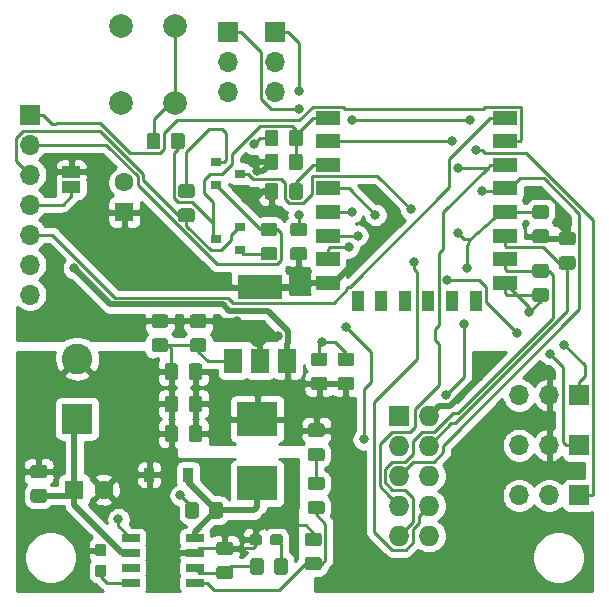
<source format=gtl>
G04 #@! TF.GenerationSoftware,KiCad,Pcbnew,(5.1.5)-3*
G04 #@! TF.CreationDate,2021-05-19T18:43:05+02:00*
G04 #@! TF.ProjectId,esp12Board,65737031-3242-46f6-9172-642e6b696361,rev?*
G04 #@! TF.SameCoordinates,Original*
G04 #@! TF.FileFunction,Copper,L1,Top*
G04 #@! TF.FilePolarity,Positive*
%FSLAX46Y46*%
G04 Gerber Fmt 4.6, Leading zero omitted, Abs format (unit mm)*
G04 Created by KiCad (PCBNEW (5.1.5)-3) date 2021-05-19 18:43:05*
%MOMM*%
%LPD*%
G04 APERTURE LIST*
%ADD10R,0.900000X0.800000*%
%ADD11O,1.700000X1.700000*%
%ADD12R,1.700000X1.700000*%
%ADD13O,1.727200X1.727200*%
%ADD14R,1.727200X1.727200*%
%ADD15C,0.100000*%
%ADD16C,1.600000*%
%ADD17R,1.600000X1.600000*%
%ADD18C,2.600000*%
%ADD19R,2.600000X2.600000*%
%ADD20R,1.500000X2.000000*%
%ADD21R,3.800000X2.000000*%
%ADD22R,1.100000X1.700000*%
%ADD23R,2.000000X1.200000*%
%ADD24C,2.000000*%
%ADD25R,3.500000X2.950000*%
%ADD26R,1.500000X1.000000*%
%ADD27R,1.525000X0.650000*%
%ADD28R,0.900000X1.200000*%
%ADD29C,0.800000*%
%ADD30C,0.250000*%
%ADD31C,0.500000*%
%ADD32C,0.254000*%
G04 APERTURE END LIST*
D10*
X49500000Y-49000000D03*
X47500000Y-49950000D03*
X47500000Y-48050000D03*
X47500000Y-54500000D03*
X49500000Y-53550000D03*
X49500000Y-55450000D03*
D11*
X52500000Y-42080000D03*
X52500000Y-39540000D03*
D12*
X52500000Y-37000000D03*
D11*
X48500000Y-42080000D03*
X48500000Y-39540000D03*
D12*
X48500000Y-37000000D03*
D13*
X65540000Y-79660000D03*
X63000000Y-79660000D03*
X65540000Y-77120000D03*
X63000000Y-77120000D03*
X65540000Y-74580000D03*
X63000000Y-74580000D03*
X65540000Y-72040000D03*
X63000000Y-72040000D03*
X65540000Y-69500000D03*
D14*
X63000000Y-69500000D03*
D11*
X73170000Y-76250000D03*
X75710000Y-76250000D03*
D12*
X78250000Y-76250000D03*
D11*
X73170000Y-72000000D03*
X75710000Y-72000000D03*
D12*
X78250000Y-72000000D03*
G04 #@! TA.AperFunction,SMDPad,CuDef*
D15*
G36*
X58974505Y-64151204D02*
G01*
X58998773Y-64154804D01*
X59022572Y-64160765D01*
X59045671Y-64169030D01*
X59067850Y-64179520D01*
X59088893Y-64192132D01*
X59108599Y-64206747D01*
X59126777Y-64223223D01*
X59143253Y-64241401D01*
X59157868Y-64261107D01*
X59170480Y-64282150D01*
X59180970Y-64304329D01*
X59189235Y-64327428D01*
X59195196Y-64351227D01*
X59198796Y-64375495D01*
X59200000Y-64399999D01*
X59200000Y-65050001D01*
X59198796Y-65074505D01*
X59195196Y-65098773D01*
X59189235Y-65122572D01*
X59180970Y-65145671D01*
X59170480Y-65167850D01*
X59157868Y-65188893D01*
X59143253Y-65208599D01*
X59126777Y-65226777D01*
X59108599Y-65243253D01*
X59088893Y-65257868D01*
X59067850Y-65270480D01*
X59045671Y-65280970D01*
X59022572Y-65289235D01*
X58998773Y-65295196D01*
X58974505Y-65298796D01*
X58950001Y-65300000D01*
X58049999Y-65300000D01*
X58025495Y-65298796D01*
X58001227Y-65295196D01*
X57977428Y-65289235D01*
X57954329Y-65280970D01*
X57932150Y-65270480D01*
X57911107Y-65257868D01*
X57891401Y-65243253D01*
X57873223Y-65226777D01*
X57856747Y-65208599D01*
X57842132Y-65188893D01*
X57829520Y-65167850D01*
X57819030Y-65145671D01*
X57810765Y-65122572D01*
X57804804Y-65098773D01*
X57801204Y-65074505D01*
X57800000Y-65050001D01*
X57800000Y-64399999D01*
X57801204Y-64375495D01*
X57804804Y-64351227D01*
X57810765Y-64327428D01*
X57819030Y-64304329D01*
X57829520Y-64282150D01*
X57842132Y-64261107D01*
X57856747Y-64241401D01*
X57873223Y-64223223D01*
X57891401Y-64206747D01*
X57911107Y-64192132D01*
X57932150Y-64179520D01*
X57954329Y-64169030D01*
X57977428Y-64160765D01*
X58001227Y-64154804D01*
X58025495Y-64151204D01*
X58049999Y-64150000D01*
X58950001Y-64150000D01*
X58974505Y-64151204D01*
G37*
G04 #@! TD.AperFunction*
G04 #@! TA.AperFunction,SMDPad,CuDef*
G36*
X58974505Y-66201204D02*
G01*
X58998773Y-66204804D01*
X59022572Y-66210765D01*
X59045671Y-66219030D01*
X59067850Y-66229520D01*
X59088893Y-66242132D01*
X59108599Y-66256747D01*
X59126777Y-66273223D01*
X59143253Y-66291401D01*
X59157868Y-66311107D01*
X59170480Y-66332150D01*
X59180970Y-66354329D01*
X59189235Y-66377428D01*
X59195196Y-66401227D01*
X59198796Y-66425495D01*
X59200000Y-66449999D01*
X59200000Y-67100001D01*
X59198796Y-67124505D01*
X59195196Y-67148773D01*
X59189235Y-67172572D01*
X59180970Y-67195671D01*
X59170480Y-67217850D01*
X59157868Y-67238893D01*
X59143253Y-67258599D01*
X59126777Y-67276777D01*
X59108599Y-67293253D01*
X59088893Y-67307868D01*
X59067850Y-67320480D01*
X59045671Y-67330970D01*
X59022572Y-67339235D01*
X58998773Y-67345196D01*
X58974505Y-67348796D01*
X58950001Y-67350000D01*
X58049999Y-67350000D01*
X58025495Y-67348796D01*
X58001227Y-67345196D01*
X57977428Y-67339235D01*
X57954329Y-67330970D01*
X57932150Y-67320480D01*
X57911107Y-67307868D01*
X57891401Y-67293253D01*
X57873223Y-67276777D01*
X57856747Y-67258599D01*
X57842132Y-67238893D01*
X57829520Y-67217850D01*
X57819030Y-67195671D01*
X57810765Y-67172572D01*
X57804804Y-67148773D01*
X57801204Y-67124505D01*
X57800000Y-67100001D01*
X57800000Y-66449999D01*
X57801204Y-66425495D01*
X57804804Y-66401227D01*
X57810765Y-66377428D01*
X57819030Y-66354329D01*
X57829520Y-66332150D01*
X57842132Y-66311107D01*
X57856747Y-66291401D01*
X57873223Y-66273223D01*
X57891401Y-66256747D01*
X57911107Y-66242132D01*
X57932150Y-66229520D01*
X57954329Y-66219030D01*
X57977428Y-66210765D01*
X58001227Y-66204804D01*
X58025495Y-66201204D01*
X58049999Y-66200000D01*
X58950001Y-66200000D01*
X58974505Y-66201204D01*
G37*
G04 #@! TD.AperFunction*
G04 #@! TA.AperFunction,SMDPad,CuDef*
G36*
X32974505Y-73651204D02*
G01*
X32998773Y-73654804D01*
X33022572Y-73660765D01*
X33045671Y-73669030D01*
X33067850Y-73679520D01*
X33088893Y-73692132D01*
X33108599Y-73706747D01*
X33126777Y-73723223D01*
X33143253Y-73741401D01*
X33157868Y-73761107D01*
X33170480Y-73782150D01*
X33180970Y-73804329D01*
X33189235Y-73827428D01*
X33195196Y-73851227D01*
X33198796Y-73875495D01*
X33200000Y-73899999D01*
X33200000Y-74550001D01*
X33198796Y-74574505D01*
X33195196Y-74598773D01*
X33189235Y-74622572D01*
X33180970Y-74645671D01*
X33170480Y-74667850D01*
X33157868Y-74688893D01*
X33143253Y-74708599D01*
X33126777Y-74726777D01*
X33108599Y-74743253D01*
X33088893Y-74757868D01*
X33067850Y-74770480D01*
X33045671Y-74780970D01*
X33022572Y-74789235D01*
X32998773Y-74795196D01*
X32974505Y-74798796D01*
X32950001Y-74800000D01*
X32049999Y-74800000D01*
X32025495Y-74798796D01*
X32001227Y-74795196D01*
X31977428Y-74789235D01*
X31954329Y-74780970D01*
X31932150Y-74770480D01*
X31911107Y-74757868D01*
X31891401Y-74743253D01*
X31873223Y-74726777D01*
X31856747Y-74708599D01*
X31842132Y-74688893D01*
X31829520Y-74667850D01*
X31819030Y-74645671D01*
X31810765Y-74622572D01*
X31804804Y-74598773D01*
X31801204Y-74574505D01*
X31800000Y-74550001D01*
X31800000Y-73899999D01*
X31801204Y-73875495D01*
X31804804Y-73851227D01*
X31810765Y-73827428D01*
X31819030Y-73804329D01*
X31829520Y-73782150D01*
X31842132Y-73761107D01*
X31856747Y-73741401D01*
X31873223Y-73723223D01*
X31891401Y-73706747D01*
X31911107Y-73692132D01*
X31932150Y-73679520D01*
X31954329Y-73669030D01*
X31977428Y-73660765D01*
X32001227Y-73654804D01*
X32025495Y-73651204D01*
X32049999Y-73650000D01*
X32950001Y-73650000D01*
X32974505Y-73651204D01*
G37*
G04 #@! TD.AperFunction*
G04 #@! TA.AperFunction,SMDPad,CuDef*
G36*
X32974505Y-75701204D02*
G01*
X32998773Y-75704804D01*
X33022572Y-75710765D01*
X33045671Y-75719030D01*
X33067850Y-75729520D01*
X33088893Y-75742132D01*
X33108599Y-75756747D01*
X33126777Y-75773223D01*
X33143253Y-75791401D01*
X33157868Y-75811107D01*
X33170480Y-75832150D01*
X33180970Y-75854329D01*
X33189235Y-75877428D01*
X33195196Y-75901227D01*
X33198796Y-75925495D01*
X33200000Y-75949999D01*
X33200000Y-76600001D01*
X33198796Y-76624505D01*
X33195196Y-76648773D01*
X33189235Y-76672572D01*
X33180970Y-76695671D01*
X33170480Y-76717850D01*
X33157868Y-76738893D01*
X33143253Y-76758599D01*
X33126777Y-76776777D01*
X33108599Y-76793253D01*
X33088893Y-76807868D01*
X33067850Y-76820480D01*
X33045671Y-76830970D01*
X33022572Y-76839235D01*
X32998773Y-76845196D01*
X32974505Y-76848796D01*
X32950001Y-76850000D01*
X32049999Y-76850000D01*
X32025495Y-76848796D01*
X32001227Y-76845196D01*
X31977428Y-76839235D01*
X31954329Y-76830970D01*
X31932150Y-76820480D01*
X31911107Y-76807868D01*
X31891401Y-76793253D01*
X31873223Y-76776777D01*
X31856747Y-76758599D01*
X31842132Y-76738893D01*
X31829520Y-76717850D01*
X31819030Y-76695671D01*
X31810765Y-76672572D01*
X31804804Y-76648773D01*
X31801204Y-76624505D01*
X31800000Y-76600001D01*
X31800000Y-75949999D01*
X31801204Y-75925495D01*
X31804804Y-75901227D01*
X31810765Y-75877428D01*
X31819030Y-75854329D01*
X31829520Y-75832150D01*
X31842132Y-75811107D01*
X31856747Y-75791401D01*
X31873223Y-75773223D01*
X31891401Y-75756747D01*
X31911107Y-75742132D01*
X31932150Y-75729520D01*
X31954329Y-75719030D01*
X31977428Y-75710765D01*
X32001227Y-75704804D01*
X32025495Y-75701204D01*
X32049999Y-75700000D01*
X32950001Y-75700000D01*
X32974505Y-75701204D01*
G37*
G04 #@! TD.AperFunction*
D16*
X38000000Y-75750000D03*
D17*
X35500000Y-75750000D03*
D16*
X39750000Y-49750000D03*
D17*
X39750000Y-52250000D03*
D18*
X35750000Y-64670000D03*
D19*
X35750000Y-69750000D03*
D20*
X48950000Y-64900000D03*
X53550000Y-64900000D03*
X51250000Y-64900000D03*
D21*
X51250000Y-58600000D03*
D22*
X69500000Y-59750000D03*
X67500000Y-59750000D03*
X65500000Y-59750000D03*
X63500000Y-59750000D03*
X61500000Y-59750000D03*
X59500000Y-59750000D03*
D23*
X72000000Y-44250000D03*
X72000000Y-46250000D03*
X72000000Y-48250000D03*
X72000000Y-50250000D03*
X72000000Y-52250000D03*
X72000000Y-54250000D03*
X72000000Y-56250000D03*
X72000000Y-58250000D03*
X57000000Y-58250000D03*
X57000000Y-56250000D03*
X57000000Y-54250000D03*
X57000000Y-52250000D03*
X57000000Y-50250000D03*
X57000000Y-48250000D03*
X57000000Y-46250000D03*
X57000000Y-44250000D03*
D24*
X44000000Y-43000000D03*
X39500000Y-43000000D03*
X44000000Y-36500000D03*
X39500000Y-36500000D03*
G04 #@! TA.AperFunction,SMDPad,CuDef*
D15*
G36*
X56224505Y-81451204D02*
G01*
X56248773Y-81454804D01*
X56272572Y-81460765D01*
X56295671Y-81469030D01*
X56317850Y-81479520D01*
X56338893Y-81492132D01*
X56358599Y-81506747D01*
X56376777Y-81523223D01*
X56393253Y-81541401D01*
X56407868Y-81561107D01*
X56420480Y-81582150D01*
X56430970Y-81604329D01*
X56439235Y-81627428D01*
X56445196Y-81651227D01*
X56448796Y-81675495D01*
X56450000Y-81699999D01*
X56450000Y-82350001D01*
X56448796Y-82374505D01*
X56445196Y-82398773D01*
X56439235Y-82422572D01*
X56430970Y-82445671D01*
X56420480Y-82467850D01*
X56407868Y-82488893D01*
X56393253Y-82508599D01*
X56376777Y-82526777D01*
X56358599Y-82543253D01*
X56338893Y-82557868D01*
X56317850Y-82570480D01*
X56295671Y-82580970D01*
X56272572Y-82589235D01*
X56248773Y-82595196D01*
X56224505Y-82598796D01*
X56200001Y-82600000D01*
X55299999Y-82600000D01*
X55275495Y-82598796D01*
X55251227Y-82595196D01*
X55227428Y-82589235D01*
X55204329Y-82580970D01*
X55182150Y-82570480D01*
X55161107Y-82557868D01*
X55141401Y-82543253D01*
X55123223Y-82526777D01*
X55106747Y-82508599D01*
X55092132Y-82488893D01*
X55079520Y-82467850D01*
X55069030Y-82445671D01*
X55060765Y-82422572D01*
X55054804Y-82398773D01*
X55051204Y-82374505D01*
X55050000Y-82350001D01*
X55050000Y-81699999D01*
X55051204Y-81675495D01*
X55054804Y-81651227D01*
X55060765Y-81627428D01*
X55069030Y-81604329D01*
X55079520Y-81582150D01*
X55092132Y-81561107D01*
X55106747Y-81541401D01*
X55123223Y-81523223D01*
X55141401Y-81506747D01*
X55161107Y-81492132D01*
X55182150Y-81479520D01*
X55204329Y-81469030D01*
X55227428Y-81460765D01*
X55251227Y-81454804D01*
X55275495Y-81451204D01*
X55299999Y-81450000D01*
X56200001Y-81450000D01*
X56224505Y-81451204D01*
G37*
G04 #@! TD.AperFunction*
G04 #@! TA.AperFunction,SMDPad,CuDef*
G36*
X56224505Y-79401204D02*
G01*
X56248773Y-79404804D01*
X56272572Y-79410765D01*
X56295671Y-79419030D01*
X56317850Y-79429520D01*
X56338893Y-79442132D01*
X56358599Y-79456747D01*
X56376777Y-79473223D01*
X56393253Y-79491401D01*
X56407868Y-79511107D01*
X56420480Y-79532150D01*
X56430970Y-79554329D01*
X56439235Y-79577428D01*
X56445196Y-79601227D01*
X56448796Y-79625495D01*
X56450000Y-79649999D01*
X56450000Y-80300001D01*
X56448796Y-80324505D01*
X56445196Y-80348773D01*
X56439235Y-80372572D01*
X56430970Y-80395671D01*
X56420480Y-80417850D01*
X56407868Y-80438893D01*
X56393253Y-80458599D01*
X56376777Y-80476777D01*
X56358599Y-80493253D01*
X56338893Y-80507868D01*
X56317850Y-80520480D01*
X56295671Y-80530970D01*
X56272572Y-80539235D01*
X56248773Y-80545196D01*
X56224505Y-80548796D01*
X56200001Y-80550000D01*
X55299999Y-80550000D01*
X55275495Y-80548796D01*
X55251227Y-80545196D01*
X55227428Y-80539235D01*
X55204329Y-80530970D01*
X55182150Y-80520480D01*
X55161107Y-80507868D01*
X55141401Y-80493253D01*
X55123223Y-80476777D01*
X55106747Y-80458599D01*
X55092132Y-80438893D01*
X55079520Y-80417850D01*
X55069030Y-80395671D01*
X55060765Y-80372572D01*
X55054804Y-80348773D01*
X55051204Y-80324505D01*
X55050000Y-80300001D01*
X55050000Y-79649999D01*
X55051204Y-79625495D01*
X55054804Y-79601227D01*
X55060765Y-79577428D01*
X55069030Y-79554329D01*
X55079520Y-79532150D01*
X55092132Y-79511107D01*
X55106747Y-79491401D01*
X55123223Y-79473223D01*
X55141401Y-79456747D01*
X55161107Y-79442132D01*
X55182150Y-79429520D01*
X55204329Y-79419030D01*
X55227428Y-79410765D01*
X55251227Y-79404804D01*
X55275495Y-79401204D01*
X55299999Y-79400000D01*
X56200001Y-79400000D01*
X56224505Y-79401204D01*
G37*
G04 #@! TD.AperFunction*
G04 #@! TA.AperFunction,SMDPad,CuDef*
G36*
X56474505Y-74651204D02*
G01*
X56498773Y-74654804D01*
X56522572Y-74660765D01*
X56545671Y-74669030D01*
X56567850Y-74679520D01*
X56588893Y-74692132D01*
X56608599Y-74706747D01*
X56626777Y-74723223D01*
X56643253Y-74741401D01*
X56657868Y-74761107D01*
X56670480Y-74782150D01*
X56680970Y-74804329D01*
X56689235Y-74827428D01*
X56695196Y-74851227D01*
X56698796Y-74875495D01*
X56700000Y-74899999D01*
X56700000Y-75550001D01*
X56698796Y-75574505D01*
X56695196Y-75598773D01*
X56689235Y-75622572D01*
X56680970Y-75645671D01*
X56670480Y-75667850D01*
X56657868Y-75688893D01*
X56643253Y-75708599D01*
X56626777Y-75726777D01*
X56608599Y-75743253D01*
X56588893Y-75757868D01*
X56567850Y-75770480D01*
X56545671Y-75780970D01*
X56522572Y-75789235D01*
X56498773Y-75795196D01*
X56474505Y-75798796D01*
X56450001Y-75800000D01*
X55549999Y-75800000D01*
X55525495Y-75798796D01*
X55501227Y-75795196D01*
X55477428Y-75789235D01*
X55454329Y-75780970D01*
X55432150Y-75770480D01*
X55411107Y-75757868D01*
X55391401Y-75743253D01*
X55373223Y-75726777D01*
X55356747Y-75708599D01*
X55342132Y-75688893D01*
X55329520Y-75667850D01*
X55319030Y-75645671D01*
X55310765Y-75622572D01*
X55304804Y-75598773D01*
X55301204Y-75574505D01*
X55300000Y-75550001D01*
X55300000Y-74899999D01*
X55301204Y-74875495D01*
X55304804Y-74851227D01*
X55310765Y-74827428D01*
X55319030Y-74804329D01*
X55329520Y-74782150D01*
X55342132Y-74761107D01*
X55356747Y-74741401D01*
X55373223Y-74723223D01*
X55391401Y-74706747D01*
X55411107Y-74692132D01*
X55432150Y-74679520D01*
X55454329Y-74669030D01*
X55477428Y-74660765D01*
X55501227Y-74654804D01*
X55525495Y-74651204D01*
X55549999Y-74650000D01*
X56450001Y-74650000D01*
X56474505Y-74651204D01*
G37*
G04 #@! TD.AperFunction*
G04 #@! TA.AperFunction,SMDPad,CuDef*
G36*
X56474505Y-76701204D02*
G01*
X56498773Y-76704804D01*
X56522572Y-76710765D01*
X56545671Y-76719030D01*
X56567850Y-76729520D01*
X56588893Y-76742132D01*
X56608599Y-76756747D01*
X56626777Y-76773223D01*
X56643253Y-76791401D01*
X56657868Y-76811107D01*
X56670480Y-76832150D01*
X56680970Y-76854329D01*
X56689235Y-76877428D01*
X56695196Y-76901227D01*
X56698796Y-76925495D01*
X56700000Y-76949999D01*
X56700000Y-77600001D01*
X56698796Y-77624505D01*
X56695196Y-77648773D01*
X56689235Y-77672572D01*
X56680970Y-77695671D01*
X56670480Y-77717850D01*
X56657868Y-77738893D01*
X56643253Y-77758599D01*
X56626777Y-77776777D01*
X56608599Y-77793253D01*
X56588893Y-77807868D01*
X56567850Y-77820480D01*
X56545671Y-77830970D01*
X56522572Y-77839235D01*
X56498773Y-77845196D01*
X56474505Y-77848796D01*
X56450001Y-77850000D01*
X55549999Y-77850000D01*
X55525495Y-77848796D01*
X55501227Y-77845196D01*
X55477428Y-77839235D01*
X55454329Y-77830970D01*
X55432150Y-77820480D01*
X55411107Y-77807868D01*
X55391401Y-77793253D01*
X55373223Y-77776777D01*
X55356747Y-77758599D01*
X55342132Y-77738893D01*
X55329520Y-77717850D01*
X55319030Y-77695671D01*
X55310765Y-77672572D01*
X55304804Y-77648773D01*
X55301204Y-77624505D01*
X55300000Y-77600001D01*
X55300000Y-76949999D01*
X55301204Y-76925495D01*
X55304804Y-76901227D01*
X55310765Y-76877428D01*
X55319030Y-76854329D01*
X55329520Y-76832150D01*
X55342132Y-76811107D01*
X55356747Y-76791401D01*
X55373223Y-76773223D01*
X55391401Y-76756747D01*
X55411107Y-76742132D01*
X55432150Y-76729520D01*
X55454329Y-76719030D01*
X55477428Y-76710765D01*
X55501227Y-76704804D01*
X55525495Y-76701204D01*
X55549999Y-76700000D01*
X56450001Y-76700000D01*
X56474505Y-76701204D01*
G37*
G04 #@! TD.AperFunction*
G04 #@! TA.AperFunction,SMDPad,CuDef*
G36*
X56474505Y-70151204D02*
G01*
X56498773Y-70154804D01*
X56522572Y-70160765D01*
X56545671Y-70169030D01*
X56567850Y-70179520D01*
X56588893Y-70192132D01*
X56608599Y-70206747D01*
X56626777Y-70223223D01*
X56643253Y-70241401D01*
X56657868Y-70261107D01*
X56670480Y-70282150D01*
X56680970Y-70304329D01*
X56689235Y-70327428D01*
X56695196Y-70351227D01*
X56698796Y-70375495D01*
X56700000Y-70399999D01*
X56700000Y-71050001D01*
X56698796Y-71074505D01*
X56695196Y-71098773D01*
X56689235Y-71122572D01*
X56680970Y-71145671D01*
X56670480Y-71167850D01*
X56657868Y-71188893D01*
X56643253Y-71208599D01*
X56626777Y-71226777D01*
X56608599Y-71243253D01*
X56588893Y-71257868D01*
X56567850Y-71270480D01*
X56545671Y-71280970D01*
X56522572Y-71289235D01*
X56498773Y-71295196D01*
X56474505Y-71298796D01*
X56450001Y-71300000D01*
X55549999Y-71300000D01*
X55525495Y-71298796D01*
X55501227Y-71295196D01*
X55477428Y-71289235D01*
X55454329Y-71280970D01*
X55432150Y-71270480D01*
X55411107Y-71257868D01*
X55391401Y-71243253D01*
X55373223Y-71226777D01*
X55356747Y-71208599D01*
X55342132Y-71188893D01*
X55329520Y-71167850D01*
X55319030Y-71145671D01*
X55310765Y-71122572D01*
X55304804Y-71098773D01*
X55301204Y-71074505D01*
X55300000Y-71050001D01*
X55300000Y-70399999D01*
X55301204Y-70375495D01*
X55304804Y-70351227D01*
X55310765Y-70327428D01*
X55319030Y-70304329D01*
X55329520Y-70282150D01*
X55342132Y-70261107D01*
X55356747Y-70241401D01*
X55373223Y-70223223D01*
X55391401Y-70206747D01*
X55411107Y-70192132D01*
X55432150Y-70179520D01*
X55454329Y-70169030D01*
X55477428Y-70160765D01*
X55501227Y-70154804D01*
X55525495Y-70151204D01*
X55549999Y-70150000D01*
X56450001Y-70150000D01*
X56474505Y-70151204D01*
G37*
G04 #@! TD.AperFunction*
G04 #@! TA.AperFunction,SMDPad,CuDef*
G36*
X56474505Y-72201204D02*
G01*
X56498773Y-72204804D01*
X56522572Y-72210765D01*
X56545671Y-72219030D01*
X56567850Y-72229520D01*
X56588893Y-72242132D01*
X56608599Y-72256747D01*
X56626777Y-72273223D01*
X56643253Y-72291401D01*
X56657868Y-72311107D01*
X56670480Y-72332150D01*
X56680970Y-72354329D01*
X56689235Y-72377428D01*
X56695196Y-72401227D01*
X56698796Y-72425495D01*
X56700000Y-72449999D01*
X56700000Y-73100001D01*
X56698796Y-73124505D01*
X56695196Y-73148773D01*
X56689235Y-73172572D01*
X56680970Y-73195671D01*
X56670480Y-73217850D01*
X56657868Y-73238893D01*
X56643253Y-73258599D01*
X56626777Y-73276777D01*
X56608599Y-73293253D01*
X56588893Y-73307868D01*
X56567850Y-73320480D01*
X56545671Y-73330970D01*
X56522572Y-73339235D01*
X56498773Y-73345196D01*
X56474505Y-73348796D01*
X56450001Y-73350000D01*
X55549999Y-73350000D01*
X55525495Y-73348796D01*
X55501227Y-73345196D01*
X55477428Y-73339235D01*
X55454329Y-73330970D01*
X55432150Y-73320480D01*
X55411107Y-73307868D01*
X55391401Y-73293253D01*
X55373223Y-73276777D01*
X55356747Y-73258599D01*
X55342132Y-73238893D01*
X55329520Y-73217850D01*
X55319030Y-73195671D01*
X55310765Y-73172572D01*
X55304804Y-73148773D01*
X55301204Y-73124505D01*
X55300000Y-73100001D01*
X55300000Y-72449999D01*
X55301204Y-72425495D01*
X55304804Y-72401227D01*
X55310765Y-72377428D01*
X55319030Y-72354329D01*
X55329520Y-72332150D01*
X55342132Y-72311107D01*
X55356747Y-72291401D01*
X55373223Y-72273223D01*
X55391401Y-72256747D01*
X55411107Y-72242132D01*
X55432150Y-72229520D01*
X55454329Y-72219030D01*
X55477428Y-72210765D01*
X55501227Y-72204804D01*
X55525495Y-72201204D01*
X55549999Y-72200000D01*
X56450001Y-72200000D01*
X56474505Y-72201204D01*
G37*
G04 #@! TD.AperFunction*
G04 #@! TA.AperFunction,SMDPad,CuDef*
G36*
X51324505Y-81551204D02*
G01*
X51348773Y-81554804D01*
X51372572Y-81560765D01*
X51395671Y-81569030D01*
X51417850Y-81579520D01*
X51438893Y-81592132D01*
X51458599Y-81606747D01*
X51476777Y-81623223D01*
X51493253Y-81641401D01*
X51507868Y-81661107D01*
X51520480Y-81682150D01*
X51530970Y-81704329D01*
X51539235Y-81727428D01*
X51545196Y-81751227D01*
X51548796Y-81775495D01*
X51550000Y-81799999D01*
X51550000Y-82700001D01*
X51548796Y-82724505D01*
X51545196Y-82748773D01*
X51539235Y-82772572D01*
X51530970Y-82795671D01*
X51520480Y-82817850D01*
X51507868Y-82838893D01*
X51493253Y-82858599D01*
X51476777Y-82876777D01*
X51458599Y-82893253D01*
X51438893Y-82907868D01*
X51417850Y-82920480D01*
X51395671Y-82930970D01*
X51372572Y-82939235D01*
X51348773Y-82945196D01*
X51324505Y-82948796D01*
X51300001Y-82950000D01*
X50649999Y-82950000D01*
X50625495Y-82948796D01*
X50601227Y-82945196D01*
X50577428Y-82939235D01*
X50554329Y-82930970D01*
X50532150Y-82920480D01*
X50511107Y-82907868D01*
X50491401Y-82893253D01*
X50473223Y-82876777D01*
X50456747Y-82858599D01*
X50442132Y-82838893D01*
X50429520Y-82817850D01*
X50419030Y-82795671D01*
X50410765Y-82772572D01*
X50404804Y-82748773D01*
X50401204Y-82724505D01*
X50400000Y-82700001D01*
X50400000Y-81799999D01*
X50401204Y-81775495D01*
X50404804Y-81751227D01*
X50410765Y-81727428D01*
X50419030Y-81704329D01*
X50429520Y-81682150D01*
X50442132Y-81661107D01*
X50456747Y-81641401D01*
X50473223Y-81623223D01*
X50491401Y-81606747D01*
X50511107Y-81592132D01*
X50532150Y-81579520D01*
X50554329Y-81569030D01*
X50577428Y-81560765D01*
X50601227Y-81554804D01*
X50625495Y-81551204D01*
X50649999Y-81550000D01*
X51300001Y-81550000D01*
X51324505Y-81551204D01*
G37*
G04 #@! TD.AperFunction*
G04 #@! TA.AperFunction,SMDPad,CuDef*
G36*
X53374505Y-81551204D02*
G01*
X53398773Y-81554804D01*
X53422572Y-81560765D01*
X53445671Y-81569030D01*
X53467850Y-81579520D01*
X53488893Y-81592132D01*
X53508599Y-81606747D01*
X53526777Y-81623223D01*
X53543253Y-81641401D01*
X53557868Y-81661107D01*
X53570480Y-81682150D01*
X53580970Y-81704329D01*
X53589235Y-81727428D01*
X53595196Y-81751227D01*
X53598796Y-81775495D01*
X53600000Y-81799999D01*
X53600000Y-82700001D01*
X53598796Y-82724505D01*
X53595196Y-82748773D01*
X53589235Y-82772572D01*
X53580970Y-82795671D01*
X53570480Y-82817850D01*
X53557868Y-82838893D01*
X53543253Y-82858599D01*
X53526777Y-82876777D01*
X53508599Y-82893253D01*
X53488893Y-82907868D01*
X53467850Y-82920480D01*
X53445671Y-82930970D01*
X53422572Y-82939235D01*
X53398773Y-82945196D01*
X53374505Y-82948796D01*
X53350001Y-82950000D01*
X52699999Y-82950000D01*
X52675495Y-82948796D01*
X52651227Y-82945196D01*
X52627428Y-82939235D01*
X52604329Y-82930970D01*
X52582150Y-82920480D01*
X52561107Y-82907868D01*
X52541401Y-82893253D01*
X52523223Y-82876777D01*
X52506747Y-82858599D01*
X52492132Y-82838893D01*
X52479520Y-82817850D01*
X52469030Y-82795671D01*
X52460765Y-82772572D01*
X52454804Y-82748773D01*
X52451204Y-82724505D01*
X52450000Y-82700001D01*
X52450000Y-81799999D01*
X52451204Y-81775495D01*
X52454804Y-81751227D01*
X52460765Y-81727428D01*
X52469030Y-81704329D01*
X52479520Y-81682150D01*
X52492132Y-81661107D01*
X52506747Y-81641401D01*
X52523223Y-81623223D01*
X52541401Y-81606747D01*
X52561107Y-81592132D01*
X52582150Y-81579520D01*
X52604329Y-81569030D01*
X52627428Y-81560765D01*
X52651227Y-81554804D01*
X52675495Y-81551204D01*
X52699999Y-81550000D01*
X53350001Y-81550000D01*
X53374505Y-81551204D01*
G37*
G04 #@! TD.AperFunction*
G04 #@! TA.AperFunction,SMDPad,CuDef*
G36*
X75474505Y-58701204D02*
G01*
X75498773Y-58704804D01*
X75522572Y-58710765D01*
X75545671Y-58719030D01*
X75567850Y-58729520D01*
X75588893Y-58742132D01*
X75608599Y-58756747D01*
X75626777Y-58773223D01*
X75643253Y-58791401D01*
X75657868Y-58811107D01*
X75670480Y-58832150D01*
X75680970Y-58854329D01*
X75689235Y-58877428D01*
X75695196Y-58901227D01*
X75698796Y-58925495D01*
X75700000Y-58949999D01*
X75700000Y-59600001D01*
X75698796Y-59624505D01*
X75695196Y-59648773D01*
X75689235Y-59672572D01*
X75680970Y-59695671D01*
X75670480Y-59717850D01*
X75657868Y-59738893D01*
X75643253Y-59758599D01*
X75626777Y-59776777D01*
X75608599Y-59793253D01*
X75588893Y-59807868D01*
X75567850Y-59820480D01*
X75545671Y-59830970D01*
X75522572Y-59839235D01*
X75498773Y-59845196D01*
X75474505Y-59848796D01*
X75450001Y-59850000D01*
X74549999Y-59850000D01*
X74525495Y-59848796D01*
X74501227Y-59845196D01*
X74477428Y-59839235D01*
X74454329Y-59830970D01*
X74432150Y-59820480D01*
X74411107Y-59807868D01*
X74391401Y-59793253D01*
X74373223Y-59776777D01*
X74356747Y-59758599D01*
X74342132Y-59738893D01*
X74329520Y-59717850D01*
X74319030Y-59695671D01*
X74310765Y-59672572D01*
X74304804Y-59648773D01*
X74301204Y-59624505D01*
X74300000Y-59600001D01*
X74300000Y-58949999D01*
X74301204Y-58925495D01*
X74304804Y-58901227D01*
X74310765Y-58877428D01*
X74319030Y-58854329D01*
X74329520Y-58832150D01*
X74342132Y-58811107D01*
X74356747Y-58791401D01*
X74373223Y-58773223D01*
X74391401Y-58756747D01*
X74411107Y-58742132D01*
X74432150Y-58729520D01*
X74454329Y-58719030D01*
X74477428Y-58710765D01*
X74501227Y-58704804D01*
X74525495Y-58701204D01*
X74549999Y-58700000D01*
X75450001Y-58700000D01*
X75474505Y-58701204D01*
G37*
G04 #@! TD.AperFunction*
G04 #@! TA.AperFunction,SMDPad,CuDef*
G36*
X75474505Y-56651204D02*
G01*
X75498773Y-56654804D01*
X75522572Y-56660765D01*
X75545671Y-56669030D01*
X75567850Y-56679520D01*
X75588893Y-56692132D01*
X75608599Y-56706747D01*
X75626777Y-56723223D01*
X75643253Y-56741401D01*
X75657868Y-56761107D01*
X75670480Y-56782150D01*
X75680970Y-56804329D01*
X75689235Y-56827428D01*
X75695196Y-56851227D01*
X75698796Y-56875495D01*
X75700000Y-56899999D01*
X75700000Y-57550001D01*
X75698796Y-57574505D01*
X75695196Y-57598773D01*
X75689235Y-57622572D01*
X75680970Y-57645671D01*
X75670480Y-57667850D01*
X75657868Y-57688893D01*
X75643253Y-57708599D01*
X75626777Y-57726777D01*
X75608599Y-57743253D01*
X75588893Y-57757868D01*
X75567850Y-57770480D01*
X75545671Y-57780970D01*
X75522572Y-57789235D01*
X75498773Y-57795196D01*
X75474505Y-57798796D01*
X75450001Y-57800000D01*
X74549999Y-57800000D01*
X74525495Y-57798796D01*
X74501227Y-57795196D01*
X74477428Y-57789235D01*
X74454329Y-57780970D01*
X74432150Y-57770480D01*
X74411107Y-57757868D01*
X74391401Y-57743253D01*
X74373223Y-57726777D01*
X74356747Y-57708599D01*
X74342132Y-57688893D01*
X74329520Y-57667850D01*
X74319030Y-57645671D01*
X74310765Y-57622572D01*
X74304804Y-57598773D01*
X74301204Y-57574505D01*
X74300000Y-57550001D01*
X74300000Y-56899999D01*
X74301204Y-56875495D01*
X74304804Y-56851227D01*
X74310765Y-56827428D01*
X74319030Y-56804329D01*
X74329520Y-56782150D01*
X74342132Y-56761107D01*
X74356747Y-56741401D01*
X74373223Y-56723223D01*
X74391401Y-56706747D01*
X74411107Y-56692132D01*
X74432150Y-56679520D01*
X74454329Y-56669030D01*
X74477428Y-56660765D01*
X74501227Y-56654804D01*
X74525495Y-56651204D01*
X74549999Y-56650000D01*
X75450001Y-56650000D01*
X75474505Y-56651204D01*
G37*
G04 #@! TD.AperFunction*
G04 #@! TA.AperFunction,SMDPad,CuDef*
G36*
X42574505Y-45551204D02*
G01*
X42598773Y-45554804D01*
X42622572Y-45560765D01*
X42645671Y-45569030D01*
X42667850Y-45579520D01*
X42688893Y-45592132D01*
X42708599Y-45606747D01*
X42726777Y-45623223D01*
X42743253Y-45641401D01*
X42757868Y-45661107D01*
X42770480Y-45682150D01*
X42780970Y-45704329D01*
X42789235Y-45727428D01*
X42795196Y-45751227D01*
X42798796Y-45775495D01*
X42800000Y-45799999D01*
X42800000Y-46700001D01*
X42798796Y-46724505D01*
X42795196Y-46748773D01*
X42789235Y-46772572D01*
X42780970Y-46795671D01*
X42770480Y-46817850D01*
X42757868Y-46838893D01*
X42743253Y-46858599D01*
X42726777Y-46876777D01*
X42708599Y-46893253D01*
X42688893Y-46907868D01*
X42667850Y-46920480D01*
X42645671Y-46930970D01*
X42622572Y-46939235D01*
X42598773Y-46945196D01*
X42574505Y-46948796D01*
X42550001Y-46950000D01*
X41899999Y-46950000D01*
X41875495Y-46948796D01*
X41851227Y-46945196D01*
X41827428Y-46939235D01*
X41804329Y-46930970D01*
X41782150Y-46920480D01*
X41761107Y-46907868D01*
X41741401Y-46893253D01*
X41723223Y-46876777D01*
X41706747Y-46858599D01*
X41692132Y-46838893D01*
X41679520Y-46817850D01*
X41669030Y-46795671D01*
X41660765Y-46772572D01*
X41654804Y-46748773D01*
X41651204Y-46724505D01*
X41650000Y-46700001D01*
X41650000Y-45799999D01*
X41651204Y-45775495D01*
X41654804Y-45751227D01*
X41660765Y-45727428D01*
X41669030Y-45704329D01*
X41679520Y-45682150D01*
X41692132Y-45661107D01*
X41706747Y-45641401D01*
X41723223Y-45623223D01*
X41741401Y-45606747D01*
X41761107Y-45592132D01*
X41782150Y-45579520D01*
X41804329Y-45569030D01*
X41827428Y-45560765D01*
X41851227Y-45554804D01*
X41875495Y-45551204D01*
X41899999Y-45550000D01*
X42550001Y-45550000D01*
X42574505Y-45551204D01*
G37*
G04 #@! TD.AperFunction*
G04 #@! TA.AperFunction,SMDPad,CuDef*
G36*
X44624505Y-45551204D02*
G01*
X44648773Y-45554804D01*
X44672572Y-45560765D01*
X44695671Y-45569030D01*
X44717850Y-45579520D01*
X44738893Y-45592132D01*
X44758599Y-45606747D01*
X44776777Y-45623223D01*
X44793253Y-45641401D01*
X44807868Y-45661107D01*
X44820480Y-45682150D01*
X44830970Y-45704329D01*
X44839235Y-45727428D01*
X44845196Y-45751227D01*
X44848796Y-45775495D01*
X44850000Y-45799999D01*
X44850000Y-46700001D01*
X44848796Y-46724505D01*
X44845196Y-46748773D01*
X44839235Y-46772572D01*
X44830970Y-46795671D01*
X44820480Y-46817850D01*
X44807868Y-46838893D01*
X44793253Y-46858599D01*
X44776777Y-46876777D01*
X44758599Y-46893253D01*
X44738893Y-46907868D01*
X44717850Y-46920480D01*
X44695671Y-46930970D01*
X44672572Y-46939235D01*
X44648773Y-46945196D01*
X44624505Y-46948796D01*
X44600001Y-46950000D01*
X43949999Y-46950000D01*
X43925495Y-46948796D01*
X43901227Y-46945196D01*
X43877428Y-46939235D01*
X43854329Y-46930970D01*
X43832150Y-46920480D01*
X43811107Y-46907868D01*
X43791401Y-46893253D01*
X43773223Y-46876777D01*
X43756747Y-46858599D01*
X43742132Y-46838893D01*
X43729520Y-46817850D01*
X43719030Y-46795671D01*
X43710765Y-46772572D01*
X43704804Y-46748773D01*
X43701204Y-46724505D01*
X43700000Y-46700001D01*
X43700000Y-45799999D01*
X43701204Y-45775495D01*
X43704804Y-45751227D01*
X43710765Y-45727428D01*
X43719030Y-45704329D01*
X43729520Y-45682150D01*
X43742132Y-45661107D01*
X43756747Y-45641401D01*
X43773223Y-45623223D01*
X43791401Y-45606747D01*
X43811107Y-45592132D01*
X43832150Y-45579520D01*
X43854329Y-45569030D01*
X43877428Y-45560765D01*
X43901227Y-45554804D01*
X43925495Y-45551204D01*
X43949999Y-45550000D01*
X44600001Y-45550000D01*
X44624505Y-45551204D01*
G37*
G04 #@! TD.AperFunction*
G04 #@! TA.AperFunction,SMDPad,CuDef*
G36*
X45474505Y-49901204D02*
G01*
X45498773Y-49904804D01*
X45522572Y-49910765D01*
X45545671Y-49919030D01*
X45567850Y-49929520D01*
X45588893Y-49942132D01*
X45608599Y-49956747D01*
X45626777Y-49973223D01*
X45643253Y-49991401D01*
X45657868Y-50011107D01*
X45670480Y-50032150D01*
X45680970Y-50054329D01*
X45689235Y-50077428D01*
X45695196Y-50101227D01*
X45698796Y-50125495D01*
X45700000Y-50149999D01*
X45700000Y-50800001D01*
X45698796Y-50824505D01*
X45695196Y-50848773D01*
X45689235Y-50872572D01*
X45680970Y-50895671D01*
X45670480Y-50917850D01*
X45657868Y-50938893D01*
X45643253Y-50958599D01*
X45626777Y-50976777D01*
X45608599Y-50993253D01*
X45588893Y-51007868D01*
X45567850Y-51020480D01*
X45545671Y-51030970D01*
X45522572Y-51039235D01*
X45498773Y-51045196D01*
X45474505Y-51048796D01*
X45450001Y-51050000D01*
X44549999Y-51050000D01*
X44525495Y-51048796D01*
X44501227Y-51045196D01*
X44477428Y-51039235D01*
X44454329Y-51030970D01*
X44432150Y-51020480D01*
X44411107Y-51007868D01*
X44391401Y-50993253D01*
X44373223Y-50976777D01*
X44356747Y-50958599D01*
X44342132Y-50938893D01*
X44329520Y-50917850D01*
X44319030Y-50895671D01*
X44310765Y-50872572D01*
X44304804Y-50848773D01*
X44301204Y-50824505D01*
X44300000Y-50800001D01*
X44300000Y-50149999D01*
X44301204Y-50125495D01*
X44304804Y-50101227D01*
X44310765Y-50077428D01*
X44319030Y-50054329D01*
X44329520Y-50032150D01*
X44342132Y-50011107D01*
X44356747Y-49991401D01*
X44373223Y-49973223D01*
X44391401Y-49956747D01*
X44411107Y-49942132D01*
X44432150Y-49929520D01*
X44454329Y-49919030D01*
X44477428Y-49910765D01*
X44501227Y-49904804D01*
X44525495Y-49901204D01*
X44549999Y-49900000D01*
X45450001Y-49900000D01*
X45474505Y-49901204D01*
G37*
G04 #@! TD.AperFunction*
G04 #@! TA.AperFunction,SMDPad,CuDef*
G36*
X45474505Y-51951204D02*
G01*
X45498773Y-51954804D01*
X45522572Y-51960765D01*
X45545671Y-51969030D01*
X45567850Y-51979520D01*
X45588893Y-51992132D01*
X45608599Y-52006747D01*
X45626777Y-52023223D01*
X45643253Y-52041401D01*
X45657868Y-52061107D01*
X45670480Y-52082150D01*
X45680970Y-52104329D01*
X45689235Y-52127428D01*
X45695196Y-52151227D01*
X45698796Y-52175495D01*
X45700000Y-52199999D01*
X45700000Y-52850001D01*
X45698796Y-52874505D01*
X45695196Y-52898773D01*
X45689235Y-52922572D01*
X45680970Y-52945671D01*
X45670480Y-52967850D01*
X45657868Y-52988893D01*
X45643253Y-53008599D01*
X45626777Y-53026777D01*
X45608599Y-53043253D01*
X45588893Y-53057868D01*
X45567850Y-53070480D01*
X45545671Y-53080970D01*
X45522572Y-53089235D01*
X45498773Y-53095196D01*
X45474505Y-53098796D01*
X45450001Y-53100000D01*
X44549999Y-53100000D01*
X44525495Y-53098796D01*
X44501227Y-53095196D01*
X44477428Y-53089235D01*
X44454329Y-53080970D01*
X44432150Y-53070480D01*
X44411107Y-53057868D01*
X44391401Y-53043253D01*
X44373223Y-53026777D01*
X44356747Y-53008599D01*
X44342132Y-52988893D01*
X44329520Y-52967850D01*
X44319030Y-52945671D01*
X44310765Y-52922572D01*
X44304804Y-52898773D01*
X44301204Y-52874505D01*
X44300000Y-52850001D01*
X44300000Y-52199999D01*
X44301204Y-52175495D01*
X44304804Y-52151227D01*
X44310765Y-52127428D01*
X44319030Y-52104329D01*
X44329520Y-52082150D01*
X44342132Y-52061107D01*
X44356747Y-52041401D01*
X44373223Y-52023223D01*
X44391401Y-52006747D01*
X44411107Y-51992132D01*
X44432150Y-51979520D01*
X44454329Y-51969030D01*
X44477428Y-51960765D01*
X44501227Y-51954804D01*
X44525495Y-51951204D01*
X44549999Y-51950000D01*
X45450001Y-51950000D01*
X45474505Y-51951204D01*
G37*
G04 #@! TD.AperFunction*
G04 #@! TA.AperFunction,SMDPad,CuDef*
G36*
X52474505Y-55201204D02*
G01*
X52498773Y-55204804D01*
X52522572Y-55210765D01*
X52545671Y-55219030D01*
X52567850Y-55229520D01*
X52588893Y-55242132D01*
X52608599Y-55256747D01*
X52626777Y-55273223D01*
X52643253Y-55291401D01*
X52657868Y-55311107D01*
X52670480Y-55332150D01*
X52680970Y-55354329D01*
X52689235Y-55377428D01*
X52695196Y-55401227D01*
X52698796Y-55425495D01*
X52700000Y-55449999D01*
X52700000Y-56100001D01*
X52698796Y-56124505D01*
X52695196Y-56148773D01*
X52689235Y-56172572D01*
X52680970Y-56195671D01*
X52670480Y-56217850D01*
X52657868Y-56238893D01*
X52643253Y-56258599D01*
X52626777Y-56276777D01*
X52608599Y-56293253D01*
X52588893Y-56307868D01*
X52567850Y-56320480D01*
X52545671Y-56330970D01*
X52522572Y-56339235D01*
X52498773Y-56345196D01*
X52474505Y-56348796D01*
X52450001Y-56350000D01*
X51549999Y-56350000D01*
X51525495Y-56348796D01*
X51501227Y-56345196D01*
X51477428Y-56339235D01*
X51454329Y-56330970D01*
X51432150Y-56320480D01*
X51411107Y-56307868D01*
X51391401Y-56293253D01*
X51373223Y-56276777D01*
X51356747Y-56258599D01*
X51342132Y-56238893D01*
X51329520Y-56217850D01*
X51319030Y-56195671D01*
X51310765Y-56172572D01*
X51304804Y-56148773D01*
X51301204Y-56124505D01*
X51300000Y-56100001D01*
X51300000Y-55449999D01*
X51301204Y-55425495D01*
X51304804Y-55401227D01*
X51310765Y-55377428D01*
X51319030Y-55354329D01*
X51329520Y-55332150D01*
X51342132Y-55311107D01*
X51356747Y-55291401D01*
X51373223Y-55273223D01*
X51391401Y-55256747D01*
X51411107Y-55242132D01*
X51432150Y-55229520D01*
X51454329Y-55219030D01*
X51477428Y-55210765D01*
X51501227Y-55204804D01*
X51525495Y-55201204D01*
X51549999Y-55200000D01*
X52450001Y-55200000D01*
X52474505Y-55201204D01*
G37*
G04 #@! TD.AperFunction*
G04 #@! TA.AperFunction,SMDPad,CuDef*
G36*
X52474505Y-53151204D02*
G01*
X52498773Y-53154804D01*
X52522572Y-53160765D01*
X52545671Y-53169030D01*
X52567850Y-53179520D01*
X52588893Y-53192132D01*
X52608599Y-53206747D01*
X52626777Y-53223223D01*
X52643253Y-53241401D01*
X52657868Y-53261107D01*
X52670480Y-53282150D01*
X52680970Y-53304329D01*
X52689235Y-53327428D01*
X52695196Y-53351227D01*
X52698796Y-53375495D01*
X52700000Y-53399999D01*
X52700000Y-54050001D01*
X52698796Y-54074505D01*
X52695196Y-54098773D01*
X52689235Y-54122572D01*
X52680970Y-54145671D01*
X52670480Y-54167850D01*
X52657868Y-54188893D01*
X52643253Y-54208599D01*
X52626777Y-54226777D01*
X52608599Y-54243253D01*
X52588893Y-54257868D01*
X52567850Y-54270480D01*
X52545671Y-54280970D01*
X52522572Y-54289235D01*
X52498773Y-54295196D01*
X52474505Y-54298796D01*
X52450001Y-54300000D01*
X51549999Y-54300000D01*
X51525495Y-54298796D01*
X51501227Y-54295196D01*
X51477428Y-54289235D01*
X51454329Y-54280970D01*
X51432150Y-54270480D01*
X51411107Y-54257868D01*
X51391401Y-54243253D01*
X51373223Y-54226777D01*
X51356747Y-54208599D01*
X51342132Y-54188893D01*
X51329520Y-54167850D01*
X51319030Y-54145671D01*
X51310765Y-54122572D01*
X51304804Y-54098773D01*
X51301204Y-54074505D01*
X51300000Y-54050001D01*
X51300000Y-53399999D01*
X51301204Y-53375495D01*
X51304804Y-53351227D01*
X51310765Y-53327428D01*
X51319030Y-53304329D01*
X51329520Y-53282150D01*
X51342132Y-53261107D01*
X51356747Y-53241401D01*
X51373223Y-53223223D01*
X51391401Y-53206747D01*
X51411107Y-53192132D01*
X51432150Y-53179520D01*
X51454329Y-53169030D01*
X51477428Y-53160765D01*
X51501227Y-53154804D01*
X51525495Y-53151204D01*
X51549999Y-53150000D01*
X52450001Y-53150000D01*
X52474505Y-53151204D01*
G37*
G04 #@! TD.AperFunction*
G04 #@! TA.AperFunction,SMDPad,CuDef*
G36*
X54624505Y-47301204D02*
G01*
X54648773Y-47304804D01*
X54672572Y-47310765D01*
X54695671Y-47319030D01*
X54717850Y-47329520D01*
X54738893Y-47342132D01*
X54758599Y-47356747D01*
X54776777Y-47373223D01*
X54793253Y-47391401D01*
X54807868Y-47411107D01*
X54820480Y-47432150D01*
X54830970Y-47454329D01*
X54839235Y-47477428D01*
X54845196Y-47501227D01*
X54848796Y-47525495D01*
X54850000Y-47549999D01*
X54850000Y-48450001D01*
X54848796Y-48474505D01*
X54845196Y-48498773D01*
X54839235Y-48522572D01*
X54830970Y-48545671D01*
X54820480Y-48567850D01*
X54807868Y-48588893D01*
X54793253Y-48608599D01*
X54776777Y-48626777D01*
X54758599Y-48643253D01*
X54738893Y-48657868D01*
X54717850Y-48670480D01*
X54695671Y-48680970D01*
X54672572Y-48689235D01*
X54648773Y-48695196D01*
X54624505Y-48698796D01*
X54600001Y-48700000D01*
X53949999Y-48700000D01*
X53925495Y-48698796D01*
X53901227Y-48695196D01*
X53877428Y-48689235D01*
X53854329Y-48680970D01*
X53832150Y-48670480D01*
X53811107Y-48657868D01*
X53791401Y-48643253D01*
X53773223Y-48626777D01*
X53756747Y-48608599D01*
X53742132Y-48588893D01*
X53729520Y-48567850D01*
X53719030Y-48545671D01*
X53710765Y-48522572D01*
X53704804Y-48498773D01*
X53701204Y-48474505D01*
X53700000Y-48450001D01*
X53700000Y-47549999D01*
X53701204Y-47525495D01*
X53704804Y-47501227D01*
X53710765Y-47477428D01*
X53719030Y-47454329D01*
X53729520Y-47432150D01*
X53742132Y-47411107D01*
X53756747Y-47391401D01*
X53773223Y-47373223D01*
X53791401Y-47356747D01*
X53811107Y-47342132D01*
X53832150Y-47329520D01*
X53854329Y-47319030D01*
X53877428Y-47310765D01*
X53901227Y-47304804D01*
X53925495Y-47301204D01*
X53949999Y-47300000D01*
X54600001Y-47300000D01*
X54624505Y-47301204D01*
G37*
G04 #@! TD.AperFunction*
G04 #@! TA.AperFunction,SMDPad,CuDef*
G36*
X52574505Y-47301204D02*
G01*
X52598773Y-47304804D01*
X52622572Y-47310765D01*
X52645671Y-47319030D01*
X52667850Y-47329520D01*
X52688893Y-47342132D01*
X52708599Y-47356747D01*
X52726777Y-47373223D01*
X52743253Y-47391401D01*
X52757868Y-47411107D01*
X52770480Y-47432150D01*
X52780970Y-47454329D01*
X52789235Y-47477428D01*
X52795196Y-47501227D01*
X52798796Y-47525495D01*
X52800000Y-47549999D01*
X52800000Y-48450001D01*
X52798796Y-48474505D01*
X52795196Y-48498773D01*
X52789235Y-48522572D01*
X52780970Y-48545671D01*
X52770480Y-48567850D01*
X52757868Y-48588893D01*
X52743253Y-48608599D01*
X52726777Y-48626777D01*
X52708599Y-48643253D01*
X52688893Y-48657868D01*
X52667850Y-48670480D01*
X52645671Y-48680970D01*
X52622572Y-48689235D01*
X52598773Y-48695196D01*
X52574505Y-48698796D01*
X52550001Y-48700000D01*
X51899999Y-48700000D01*
X51875495Y-48698796D01*
X51851227Y-48695196D01*
X51827428Y-48689235D01*
X51804329Y-48680970D01*
X51782150Y-48670480D01*
X51761107Y-48657868D01*
X51741401Y-48643253D01*
X51723223Y-48626777D01*
X51706747Y-48608599D01*
X51692132Y-48588893D01*
X51679520Y-48567850D01*
X51669030Y-48545671D01*
X51660765Y-48522572D01*
X51654804Y-48498773D01*
X51651204Y-48474505D01*
X51650000Y-48450001D01*
X51650000Y-47549999D01*
X51651204Y-47525495D01*
X51654804Y-47501227D01*
X51660765Y-47477428D01*
X51669030Y-47454329D01*
X51679520Y-47432150D01*
X51692132Y-47411107D01*
X51706747Y-47391401D01*
X51723223Y-47373223D01*
X51741401Y-47356747D01*
X51761107Y-47342132D01*
X51782150Y-47329520D01*
X51804329Y-47319030D01*
X51827428Y-47310765D01*
X51851227Y-47304804D01*
X51875495Y-47301204D01*
X51899999Y-47300000D01*
X52550001Y-47300000D01*
X52574505Y-47301204D01*
G37*
G04 #@! TD.AperFunction*
G04 #@! TA.AperFunction,SMDPad,CuDef*
G36*
X75474505Y-51676204D02*
G01*
X75498773Y-51679804D01*
X75522572Y-51685765D01*
X75545671Y-51694030D01*
X75567850Y-51704520D01*
X75588893Y-51717132D01*
X75608599Y-51731747D01*
X75626777Y-51748223D01*
X75643253Y-51766401D01*
X75657868Y-51786107D01*
X75670480Y-51807150D01*
X75680970Y-51829329D01*
X75689235Y-51852428D01*
X75695196Y-51876227D01*
X75698796Y-51900495D01*
X75700000Y-51924999D01*
X75700000Y-52575001D01*
X75698796Y-52599505D01*
X75695196Y-52623773D01*
X75689235Y-52647572D01*
X75680970Y-52670671D01*
X75670480Y-52692850D01*
X75657868Y-52713893D01*
X75643253Y-52733599D01*
X75626777Y-52751777D01*
X75608599Y-52768253D01*
X75588893Y-52782868D01*
X75567850Y-52795480D01*
X75545671Y-52805970D01*
X75522572Y-52814235D01*
X75498773Y-52820196D01*
X75474505Y-52823796D01*
X75450001Y-52825000D01*
X74549999Y-52825000D01*
X74525495Y-52823796D01*
X74501227Y-52820196D01*
X74477428Y-52814235D01*
X74454329Y-52805970D01*
X74432150Y-52795480D01*
X74411107Y-52782868D01*
X74391401Y-52768253D01*
X74373223Y-52751777D01*
X74356747Y-52733599D01*
X74342132Y-52713893D01*
X74329520Y-52692850D01*
X74319030Y-52670671D01*
X74310765Y-52647572D01*
X74304804Y-52623773D01*
X74301204Y-52599505D01*
X74300000Y-52575001D01*
X74300000Y-51924999D01*
X74301204Y-51900495D01*
X74304804Y-51876227D01*
X74310765Y-51852428D01*
X74319030Y-51829329D01*
X74329520Y-51807150D01*
X74342132Y-51786107D01*
X74356747Y-51766401D01*
X74373223Y-51748223D01*
X74391401Y-51731747D01*
X74411107Y-51717132D01*
X74432150Y-51704520D01*
X74454329Y-51694030D01*
X74477428Y-51685765D01*
X74501227Y-51679804D01*
X74525495Y-51676204D01*
X74549999Y-51675000D01*
X75450001Y-51675000D01*
X75474505Y-51676204D01*
G37*
G04 #@! TD.AperFunction*
G04 #@! TA.AperFunction,SMDPad,CuDef*
G36*
X75474505Y-53726204D02*
G01*
X75498773Y-53729804D01*
X75522572Y-53735765D01*
X75545671Y-53744030D01*
X75567850Y-53754520D01*
X75588893Y-53767132D01*
X75608599Y-53781747D01*
X75626777Y-53798223D01*
X75643253Y-53816401D01*
X75657868Y-53836107D01*
X75670480Y-53857150D01*
X75680970Y-53879329D01*
X75689235Y-53902428D01*
X75695196Y-53926227D01*
X75698796Y-53950495D01*
X75700000Y-53974999D01*
X75700000Y-54625001D01*
X75698796Y-54649505D01*
X75695196Y-54673773D01*
X75689235Y-54697572D01*
X75680970Y-54720671D01*
X75670480Y-54742850D01*
X75657868Y-54763893D01*
X75643253Y-54783599D01*
X75626777Y-54801777D01*
X75608599Y-54818253D01*
X75588893Y-54832868D01*
X75567850Y-54845480D01*
X75545671Y-54855970D01*
X75522572Y-54864235D01*
X75498773Y-54870196D01*
X75474505Y-54873796D01*
X75450001Y-54875000D01*
X74549999Y-54875000D01*
X74525495Y-54873796D01*
X74501227Y-54870196D01*
X74477428Y-54864235D01*
X74454329Y-54855970D01*
X74432150Y-54845480D01*
X74411107Y-54832868D01*
X74391401Y-54818253D01*
X74373223Y-54801777D01*
X74356747Y-54783599D01*
X74342132Y-54763893D01*
X74329520Y-54742850D01*
X74319030Y-54720671D01*
X74310765Y-54697572D01*
X74304804Y-54673773D01*
X74301204Y-54649505D01*
X74300000Y-54625001D01*
X74300000Y-53974999D01*
X74301204Y-53950495D01*
X74304804Y-53926227D01*
X74310765Y-53902428D01*
X74319030Y-53879329D01*
X74329520Y-53857150D01*
X74342132Y-53836107D01*
X74356747Y-53816401D01*
X74373223Y-53798223D01*
X74391401Y-53781747D01*
X74411107Y-53767132D01*
X74432150Y-53754520D01*
X74454329Y-53744030D01*
X74477428Y-53735765D01*
X74501227Y-53729804D01*
X74525495Y-53726204D01*
X74549999Y-53725000D01*
X75450001Y-53725000D01*
X75474505Y-53726204D01*
G37*
G04 #@! TD.AperFunction*
G04 #@! TA.AperFunction,SMDPad,CuDef*
G36*
X77724505Y-55976204D02*
G01*
X77748773Y-55979804D01*
X77772572Y-55985765D01*
X77795671Y-55994030D01*
X77817850Y-56004520D01*
X77838893Y-56017132D01*
X77858599Y-56031747D01*
X77876777Y-56048223D01*
X77893253Y-56066401D01*
X77907868Y-56086107D01*
X77920480Y-56107150D01*
X77930970Y-56129329D01*
X77939235Y-56152428D01*
X77945196Y-56176227D01*
X77948796Y-56200495D01*
X77950000Y-56224999D01*
X77950000Y-56875001D01*
X77948796Y-56899505D01*
X77945196Y-56923773D01*
X77939235Y-56947572D01*
X77930970Y-56970671D01*
X77920480Y-56992850D01*
X77907868Y-57013893D01*
X77893253Y-57033599D01*
X77876777Y-57051777D01*
X77858599Y-57068253D01*
X77838893Y-57082868D01*
X77817850Y-57095480D01*
X77795671Y-57105970D01*
X77772572Y-57114235D01*
X77748773Y-57120196D01*
X77724505Y-57123796D01*
X77700001Y-57125000D01*
X76799999Y-57125000D01*
X76775495Y-57123796D01*
X76751227Y-57120196D01*
X76727428Y-57114235D01*
X76704329Y-57105970D01*
X76682150Y-57095480D01*
X76661107Y-57082868D01*
X76641401Y-57068253D01*
X76623223Y-57051777D01*
X76606747Y-57033599D01*
X76592132Y-57013893D01*
X76579520Y-56992850D01*
X76569030Y-56970671D01*
X76560765Y-56947572D01*
X76554804Y-56923773D01*
X76551204Y-56899505D01*
X76550000Y-56875001D01*
X76550000Y-56224999D01*
X76551204Y-56200495D01*
X76554804Y-56176227D01*
X76560765Y-56152428D01*
X76569030Y-56129329D01*
X76579520Y-56107150D01*
X76592132Y-56086107D01*
X76606747Y-56066401D01*
X76623223Y-56048223D01*
X76641401Y-56031747D01*
X76661107Y-56017132D01*
X76682150Y-56004520D01*
X76704329Y-55994030D01*
X76727428Y-55985765D01*
X76751227Y-55979804D01*
X76775495Y-55976204D01*
X76799999Y-55975000D01*
X77700001Y-55975000D01*
X77724505Y-55976204D01*
G37*
G04 #@! TD.AperFunction*
G04 #@! TA.AperFunction,SMDPad,CuDef*
G36*
X77724505Y-53926204D02*
G01*
X77748773Y-53929804D01*
X77772572Y-53935765D01*
X77795671Y-53944030D01*
X77817850Y-53954520D01*
X77838893Y-53967132D01*
X77858599Y-53981747D01*
X77876777Y-53998223D01*
X77893253Y-54016401D01*
X77907868Y-54036107D01*
X77920480Y-54057150D01*
X77930970Y-54079329D01*
X77939235Y-54102428D01*
X77945196Y-54126227D01*
X77948796Y-54150495D01*
X77950000Y-54174999D01*
X77950000Y-54825001D01*
X77948796Y-54849505D01*
X77945196Y-54873773D01*
X77939235Y-54897572D01*
X77930970Y-54920671D01*
X77920480Y-54942850D01*
X77907868Y-54963893D01*
X77893253Y-54983599D01*
X77876777Y-55001777D01*
X77858599Y-55018253D01*
X77838893Y-55032868D01*
X77817850Y-55045480D01*
X77795671Y-55055970D01*
X77772572Y-55064235D01*
X77748773Y-55070196D01*
X77724505Y-55073796D01*
X77700001Y-55075000D01*
X76799999Y-55075000D01*
X76775495Y-55073796D01*
X76751227Y-55070196D01*
X76727428Y-55064235D01*
X76704329Y-55055970D01*
X76682150Y-55045480D01*
X76661107Y-55032868D01*
X76641401Y-55018253D01*
X76623223Y-55001777D01*
X76606747Y-54983599D01*
X76592132Y-54963893D01*
X76579520Y-54942850D01*
X76569030Y-54920671D01*
X76560765Y-54897572D01*
X76554804Y-54873773D01*
X76551204Y-54849505D01*
X76550000Y-54825001D01*
X76550000Y-54174999D01*
X76551204Y-54150495D01*
X76554804Y-54126227D01*
X76560765Y-54102428D01*
X76569030Y-54079329D01*
X76579520Y-54057150D01*
X76592132Y-54036107D01*
X76606747Y-54016401D01*
X76623223Y-53998223D01*
X76641401Y-53981747D01*
X76661107Y-53967132D01*
X76682150Y-53954520D01*
X76704329Y-53944030D01*
X76727428Y-53935765D01*
X76751227Y-53929804D01*
X76775495Y-53926204D01*
X76799999Y-53925000D01*
X77700001Y-53925000D01*
X77724505Y-53926204D01*
G37*
G04 #@! TD.AperFunction*
G04 #@! TA.AperFunction,SMDPad,CuDef*
G36*
X54624505Y-49801204D02*
G01*
X54648773Y-49804804D01*
X54672572Y-49810765D01*
X54695671Y-49819030D01*
X54717850Y-49829520D01*
X54738893Y-49842132D01*
X54758599Y-49856747D01*
X54776777Y-49873223D01*
X54793253Y-49891401D01*
X54807868Y-49911107D01*
X54820480Y-49932150D01*
X54830970Y-49954329D01*
X54839235Y-49977428D01*
X54845196Y-50001227D01*
X54848796Y-50025495D01*
X54850000Y-50049999D01*
X54850000Y-50950001D01*
X54848796Y-50974505D01*
X54845196Y-50998773D01*
X54839235Y-51022572D01*
X54830970Y-51045671D01*
X54820480Y-51067850D01*
X54807868Y-51088893D01*
X54793253Y-51108599D01*
X54776777Y-51126777D01*
X54758599Y-51143253D01*
X54738893Y-51157868D01*
X54717850Y-51170480D01*
X54695671Y-51180970D01*
X54672572Y-51189235D01*
X54648773Y-51195196D01*
X54624505Y-51198796D01*
X54600001Y-51200000D01*
X53949999Y-51200000D01*
X53925495Y-51198796D01*
X53901227Y-51195196D01*
X53877428Y-51189235D01*
X53854329Y-51180970D01*
X53832150Y-51170480D01*
X53811107Y-51157868D01*
X53791401Y-51143253D01*
X53773223Y-51126777D01*
X53756747Y-51108599D01*
X53742132Y-51088893D01*
X53729520Y-51067850D01*
X53719030Y-51045671D01*
X53710765Y-51022572D01*
X53704804Y-50998773D01*
X53701204Y-50974505D01*
X53700000Y-50950001D01*
X53700000Y-50049999D01*
X53701204Y-50025495D01*
X53704804Y-50001227D01*
X53710765Y-49977428D01*
X53719030Y-49954329D01*
X53729520Y-49932150D01*
X53742132Y-49911107D01*
X53756747Y-49891401D01*
X53773223Y-49873223D01*
X53791401Y-49856747D01*
X53811107Y-49842132D01*
X53832150Y-49829520D01*
X53854329Y-49819030D01*
X53877428Y-49810765D01*
X53901227Y-49804804D01*
X53925495Y-49801204D01*
X53949999Y-49800000D01*
X54600001Y-49800000D01*
X54624505Y-49801204D01*
G37*
G04 #@! TD.AperFunction*
G04 #@! TA.AperFunction,SMDPad,CuDef*
G36*
X52574505Y-49801204D02*
G01*
X52598773Y-49804804D01*
X52622572Y-49810765D01*
X52645671Y-49819030D01*
X52667850Y-49829520D01*
X52688893Y-49842132D01*
X52708599Y-49856747D01*
X52726777Y-49873223D01*
X52743253Y-49891401D01*
X52757868Y-49911107D01*
X52770480Y-49932150D01*
X52780970Y-49954329D01*
X52789235Y-49977428D01*
X52795196Y-50001227D01*
X52798796Y-50025495D01*
X52800000Y-50049999D01*
X52800000Y-50950001D01*
X52798796Y-50974505D01*
X52795196Y-50998773D01*
X52789235Y-51022572D01*
X52780970Y-51045671D01*
X52770480Y-51067850D01*
X52757868Y-51088893D01*
X52743253Y-51108599D01*
X52726777Y-51126777D01*
X52708599Y-51143253D01*
X52688893Y-51157868D01*
X52667850Y-51170480D01*
X52645671Y-51180970D01*
X52622572Y-51189235D01*
X52598773Y-51195196D01*
X52574505Y-51198796D01*
X52550001Y-51200000D01*
X51899999Y-51200000D01*
X51875495Y-51198796D01*
X51851227Y-51195196D01*
X51827428Y-51189235D01*
X51804329Y-51180970D01*
X51782150Y-51170480D01*
X51761107Y-51157868D01*
X51741401Y-51143253D01*
X51723223Y-51126777D01*
X51706747Y-51108599D01*
X51692132Y-51088893D01*
X51679520Y-51067850D01*
X51669030Y-51045671D01*
X51660765Y-51022572D01*
X51654804Y-50998773D01*
X51651204Y-50974505D01*
X51650000Y-50950001D01*
X51650000Y-50049999D01*
X51651204Y-50025495D01*
X51654804Y-50001227D01*
X51660765Y-49977428D01*
X51669030Y-49954329D01*
X51679520Y-49932150D01*
X51692132Y-49911107D01*
X51706747Y-49891401D01*
X51723223Y-49873223D01*
X51741401Y-49856747D01*
X51761107Y-49842132D01*
X51782150Y-49829520D01*
X51804329Y-49819030D01*
X51827428Y-49810765D01*
X51851227Y-49804804D01*
X51875495Y-49801204D01*
X51899999Y-49800000D01*
X52550001Y-49800000D01*
X52574505Y-49801204D01*
G37*
G04 #@! TD.AperFunction*
D25*
X51000000Y-75225000D03*
X51000000Y-69775000D03*
D26*
X35250000Y-48850000D03*
X35250000Y-50150000D03*
D11*
X73170000Y-67750000D03*
X75710000Y-67750000D03*
D12*
X78250000Y-67750000D03*
D11*
X31750000Y-59240000D03*
X31750000Y-56700000D03*
X31750000Y-54160000D03*
X31750000Y-51620000D03*
X31750000Y-49080000D03*
X31750000Y-46540000D03*
D12*
X31750000Y-44000000D03*
D27*
X45712000Y-79845000D03*
X45712000Y-81115000D03*
X45712000Y-82385000D03*
X45712000Y-83655000D03*
X40288000Y-83655000D03*
X40288000Y-82385000D03*
X40288000Y-81115000D03*
X40288000Y-79845000D03*
D28*
X41850000Y-74500000D03*
X45150000Y-74500000D03*
G04 #@! TA.AperFunction,SMDPad,CuDef*
D15*
G36*
X44074505Y-70301204D02*
G01*
X44098773Y-70304804D01*
X44122572Y-70310765D01*
X44145671Y-70319030D01*
X44167850Y-70329520D01*
X44188893Y-70342132D01*
X44208599Y-70356747D01*
X44226777Y-70373223D01*
X44243253Y-70391401D01*
X44257868Y-70411107D01*
X44270480Y-70432150D01*
X44280970Y-70454329D01*
X44289235Y-70477428D01*
X44295196Y-70501227D01*
X44298796Y-70525495D01*
X44300000Y-70549999D01*
X44300000Y-71450001D01*
X44298796Y-71474505D01*
X44295196Y-71498773D01*
X44289235Y-71522572D01*
X44280970Y-71545671D01*
X44270480Y-71567850D01*
X44257868Y-71588893D01*
X44243253Y-71608599D01*
X44226777Y-71626777D01*
X44208599Y-71643253D01*
X44188893Y-71657868D01*
X44167850Y-71670480D01*
X44145671Y-71680970D01*
X44122572Y-71689235D01*
X44098773Y-71695196D01*
X44074505Y-71698796D01*
X44050001Y-71700000D01*
X43399999Y-71700000D01*
X43375495Y-71698796D01*
X43351227Y-71695196D01*
X43327428Y-71689235D01*
X43304329Y-71680970D01*
X43282150Y-71670480D01*
X43261107Y-71657868D01*
X43241401Y-71643253D01*
X43223223Y-71626777D01*
X43206747Y-71608599D01*
X43192132Y-71588893D01*
X43179520Y-71567850D01*
X43169030Y-71545671D01*
X43160765Y-71522572D01*
X43154804Y-71498773D01*
X43151204Y-71474505D01*
X43150000Y-71450001D01*
X43150000Y-70549999D01*
X43151204Y-70525495D01*
X43154804Y-70501227D01*
X43160765Y-70477428D01*
X43169030Y-70454329D01*
X43179520Y-70432150D01*
X43192132Y-70411107D01*
X43206747Y-70391401D01*
X43223223Y-70373223D01*
X43241401Y-70356747D01*
X43261107Y-70342132D01*
X43282150Y-70329520D01*
X43304329Y-70319030D01*
X43327428Y-70310765D01*
X43351227Y-70304804D01*
X43375495Y-70301204D01*
X43399999Y-70300000D01*
X44050001Y-70300000D01*
X44074505Y-70301204D01*
G37*
G04 #@! TD.AperFunction*
G04 #@! TA.AperFunction,SMDPad,CuDef*
G36*
X46124505Y-70301204D02*
G01*
X46148773Y-70304804D01*
X46172572Y-70310765D01*
X46195671Y-70319030D01*
X46217850Y-70329520D01*
X46238893Y-70342132D01*
X46258599Y-70356747D01*
X46276777Y-70373223D01*
X46293253Y-70391401D01*
X46307868Y-70411107D01*
X46320480Y-70432150D01*
X46330970Y-70454329D01*
X46339235Y-70477428D01*
X46345196Y-70501227D01*
X46348796Y-70525495D01*
X46350000Y-70549999D01*
X46350000Y-71450001D01*
X46348796Y-71474505D01*
X46345196Y-71498773D01*
X46339235Y-71522572D01*
X46330970Y-71545671D01*
X46320480Y-71567850D01*
X46307868Y-71588893D01*
X46293253Y-71608599D01*
X46276777Y-71626777D01*
X46258599Y-71643253D01*
X46238893Y-71657868D01*
X46217850Y-71670480D01*
X46195671Y-71680970D01*
X46172572Y-71689235D01*
X46148773Y-71695196D01*
X46124505Y-71698796D01*
X46100001Y-71700000D01*
X45449999Y-71700000D01*
X45425495Y-71698796D01*
X45401227Y-71695196D01*
X45377428Y-71689235D01*
X45354329Y-71680970D01*
X45332150Y-71670480D01*
X45311107Y-71657868D01*
X45291401Y-71643253D01*
X45273223Y-71626777D01*
X45256747Y-71608599D01*
X45242132Y-71588893D01*
X45229520Y-71567850D01*
X45219030Y-71545671D01*
X45210765Y-71522572D01*
X45204804Y-71498773D01*
X45201204Y-71474505D01*
X45200000Y-71450001D01*
X45200000Y-70549999D01*
X45201204Y-70525495D01*
X45204804Y-70501227D01*
X45210765Y-70477428D01*
X45219030Y-70454329D01*
X45229520Y-70432150D01*
X45242132Y-70411107D01*
X45256747Y-70391401D01*
X45273223Y-70373223D01*
X45291401Y-70356747D01*
X45311107Y-70342132D01*
X45332150Y-70329520D01*
X45354329Y-70319030D01*
X45377428Y-70310765D01*
X45401227Y-70304804D01*
X45425495Y-70301204D01*
X45449999Y-70300000D01*
X46100001Y-70300000D01*
X46124505Y-70301204D01*
G37*
G04 #@! TD.AperFunction*
G04 #@! TA.AperFunction,SMDPad,CuDef*
G36*
X44074505Y-65051204D02*
G01*
X44098773Y-65054804D01*
X44122572Y-65060765D01*
X44145671Y-65069030D01*
X44167850Y-65079520D01*
X44188893Y-65092132D01*
X44208599Y-65106747D01*
X44226777Y-65123223D01*
X44243253Y-65141401D01*
X44257868Y-65161107D01*
X44270480Y-65182150D01*
X44280970Y-65204329D01*
X44289235Y-65227428D01*
X44295196Y-65251227D01*
X44298796Y-65275495D01*
X44300000Y-65299999D01*
X44300000Y-66200001D01*
X44298796Y-66224505D01*
X44295196Y-66248773D01*
X44289235Y-66272572D01*
X44280970Y-66295671D01*
X44270480Y-66317850D01*
X44257868Y-66338893D01*
X44243253Y-66358599D01*
X44226777Y-66376777D01*
X44208599Y-66393253D01*
X44188893Y-66407868D01*
X44167850Y-66420480D01*
X44145671Y-66430970D01*
X44122572Y-66439235D01*
X44098773Y-66445196D01*
X44074505Y-66448796D01*
X44050001Y-66450000D01*
X43399999Y-66450000D01*
X43375495Y-66448796D01*
X43351227Y-66445196D01*
X43327428Y-66439235D01*
X43304329Y-66430970D01*
X43282150Y-66420480D01*
X43261107Y-66407868D01*
X43241401Y-66393253D01*
X43223223Y-66376777D01*
X43206747Y-66358599D01*
X43192132Y-66338893D01*
X43179520Y-66317850D01*
X43169030Y-66295671D01*
X43160765Y-66272572D01*
X43154804Y-66248773D01*
X43151204Y-66224505D01*
X43150000Y-66200001D01*
X43150000Y-65299999D01*
X43151204Y-65275495D01*
X43154804Y-65251227D01*
X43160765Y-65227428D01*
X43169030Y-65204329D01*
X43179520Y-65182150D01*
X43192132Y-65161107D01*
X43206747Y-65141401D01*
X43223223Y-65123223D01*
X43241401Y-65106747D01*
X43261107Y-65092132D01*
X43282150Y-65079520D01*
X43304329Y-65069030D01*
X43327428Y-65060765D01*
X43351227Y-65054804D01*
X43375495Y-65051204D01*
X43399999Y-65050000D01*
X44050001Y-65050000D01*
X44074505Y-65051204D01*
G37*
G04 #@! TD.AperFunction*
G04 #@! TA.AperFunction,SMDPad,CuDef*
G36*
X46124505Y-65051204D02*
G01*
X46148773Y-65054804D01*
X46172572Y-65060765D01*
X46195671Y-65069030D01*
X46217850Y-65079520D01*
X46238893Y-65092132D01*
X46258599Y-65106747D01*
X46276777Y-65123223D01*
X46293253Y-65141401D01*
X46307868Y-65161107D01*
X46320480Y-65182150D01*
X46330970Y-65204329D01*
X46339235Y-65227428D01*
X46345196Y-65251227D01*
X46348796Y-65275495D01*
X46350000Y-65299999D01*
X46350000Y-66200001D01*
X46348796Y-66224505D01*
X46345196Y-66248773D01*
X46339235Y-66272572D01*
X46330970Y-66295671D01*
X46320480Y-66317850D01*
X46307868Y-66338893D01*
X46293253Y-66358599D01*
X46276777Y-66376777D01*
X46258599Y-66393253D01*
X46238893Y-66407868D01*
X46217850Y-66420480D01*
X46195671Y-66430970D01*
X46172572Y-66439235D01*
X46148773Y-66445196D01*
X46124505Y-66448796D01*
X46100001Y-66450000D01*
X45449999Y-66450000D01*
X45425495Y-66448796D01*
X45401227Y-66445196D01*
X45377428Y-66439235D01*
X45354329Y-66430970D01*
X45332150Y-66420480D01*
X45311107Y-66407868D01*
X45291401Y-66393253D01*
X45273223Y-66376777D01*
X45256747Y-66358599D01*
X45242132Y-66338893D01*
X45229520Y-66317850D01*
X45219030Y-66295671D01*
X45210765Y-66272572D01*
X45204804Y-66248773D01*
X45201204Y-66224505D01*
X45200000Y-66200001D01*
X45200000Y-65299999D01*
X45201204Y-65275495D01*
X45204804Y-65251227D01*
X45210765Y-65227428D01*
X45219030Y-65204329D01*
X45229520Y-65182150D01*
X45242132Y-65161107D01*
X45256747Y-65141401D01*
X45273223Y-65123223D01*
X45291401Y-65106747D01*
X45311107Y-65092132D01*
X45332150Y-65079520D01*
X45354329Y-65069030D01*
X45377428Y-65060765D01*
X45401227Y-65054804D01*
X45425495Y-65051204D01*
X45449999Y-65050000D01*
X46100001Y-65050000D01*
X46124505Y-65051204D01*
G37*
G04 #@! TD.AperFunction*
G04 #@! TA.AperFunction,SMDPad,CuDef*
G36*
X44074505Y-67801204D02*
G01*
X44098773Y-67804804D01*
X44122572Y-67810765D01*
X44145671Y-67819030D01*
X44167850Y-67829520D01*
X44188893Y-67842132D01*
X44208599Y-67856747D01*
X44226777Y-67873223D01*
X44243253Y-67891401D01*
X44257868Y-67911107D01*
X44270480Y-67932150D01*
X44280970Y-67954329D01*
X44289235Y-67977428D01*
X44295196Y-68001227D01*
X44298796Y-68025495D01*
X44300000Y-68049999D01*
X44300000Y-68950001D01*
X44298796Y-68974505D01*
X44295196Y-68998773D01*
X44289235Y-69022572D01*
X44280970Y-69045671D01*
X44270480Y-69067850D01*
X44257868Y-69088893D01*
X44243253Y-69108599D01*
X44226777Y-69126777D01*
X44208599Y-69143253D01*
X44188893Y-69157868D01*
X44167850Y-69170480D01*
X44145671Y-69180970D01*
X44122572Y-69189235D01*
X44098773Y-69195196D01*
X44074505Y-69198796D01*
X44050001Y-69200000D01*
X43399999Y-69200000D01*
X43375495Y-69198796D01*
X43351227Y-69195196D01*
X43327428Y-69189235D01*
X43304329Y-69180970D01*
X43282150Y-69170480D01*
X43261107Y-69157868D01*
X43241401Y-69143253D01*
X43223223Y-69126777D01*
X43206747Y-69108599D01*
X43192132Y-69088893D01*
X43179520Y-69067850D01*
X43169030Y-69045671D01*
X43160765Y-69022572D01*
X43154804Y-68998773D01*
X43151204Y-68974505D01*
X43150000Y-68950001D01*
X43150000Y-68049999D01*
X43151204Y-68025495D01*
X43154804Y-68001227D01*
X43160765Y-67977428D01*
X43169030Y-67954329D01*
X43179520Y-67932150D01*
X43192132Y-67911107D01*
X43206747Y-67891401D01*
X43223223Y-67873223D01*
X43241401Y-67856747D01*
X43261107Y-67842132D01*
X43282150Y-67829520D01*
X43304329Y-67819030D01*
X43327428Y-67810765D01*
X43351227Y-67804804D01*
X43375495Y-67801204D01*
X43399999Y-67800000D01*
X44050001Y-67800000D01*
X44074505Y-67801204D01*
G37*
G04 #@! TD.AperFunction*
G04 #@! TA.AperFunction,SMDPad,CuDef*
G36*
X46124505Y-67801204D02*
G01*
X46148773Y-67804804D01*
X46172572Y-67810765D01*
X46195671Y-67819030D01*
X46217850Y-67829520D01*
X46238893Y-67842132D01*
X46258599Y-67856747D01*
X46276777Y-67873223D01*
X46293253Y-67891401D01*
X46307868Y-67911107D01*
X46320480Y-67932150D01*
X46330970Y-67954329D01*
X46339235Y-67977428D01*
X46345196Y-68001227D01*
X46348796Y-68025495D01*
X46350000Y-68049999D01*
X46350000Y-68950001D01*
X46348796Y-68974505D01*
X46345196Y-68998773D01*
X46339235Y-69022572D01*
X46330970Y-69045671D01*
X46320480Y-69067850D01*
X46307868Y-69088893D01*
X46293253Y-69108599D01*
X46276777Y-69126777D01*
X46258599Y-69143253D01*
X46238893Y-69157868D01*
X46217850Y-69170480D01*
X46195671Y-69180970D01*
X46172572Y-69189235D01*
X46148773Y-69195196D01*
X46124505Y-69198796D01*
X46100001Y-69200000D01*
X45449999Y-69200000D01*
X45425495Y-69198796D01*
X45401227Y-69195196D01*
X45377428Y-69189235D01*
X45354329Y-69180970D01*
X45332150Y-69170480D01*
X45311107Y-69157868D01*
X45291401Y-69143253D01*
X45273223Y-69126777D01*
X45256747Y-69108599D01*
X45242132Y-69088893D01*
X45229520Y-69067850D01*
X45219030Y-69045671D01*
X45210765Y-69022572D01*
X45204804Y-68998773D01*
X45201204Y-68974505D01*
X45200000Y-68950001D01*
X45200000Y-68049999D01*
X45201204Y-68025495D01*
X45204804Y-68001227D01*
X45210765Y-67977428D01*
X45219030Y-67954329D01*
X45229520Y-67932150D01*
X45242132Y-67911107D01*
X45256747Y-67891401D01*
X45273223Y-67873223D01*
X45291401Y-67856747D01*
X45311107Y-67842132D01*
X45332150Y-67829520D01*
X45354329Y-67819030D01*
X45377428Y-67810765D01*
X45401227Y-67804804D01*
X45425495Y-67801204D01*
X45449999Y-67800000D01*
X46100001Y-67800000D01*
X46124505Y-67801204D01*
G37*
G04 #@! TD.AperFunction*
G04 #@! TA.AperFunction,SMDPad,CuDef*
G36*
X43224505Y-62951204D02*
G01*
X43248773Y-62954804D01*
X43272572Y-62960765D01*
X43295671Y-62969030D01*
X43317850Y-62979520D01*
X43338893Y-62992132D01*
X43358599Y-63006747D01*
X43376777Y-63023223D01*
X43393253Y-63041401D01*
X43407868Y-63061107D01*
X43420480Y-63082150D01*
X43430970Y-63104329D01*
X43439235Y-63127428D01*
X43445196Y-63151227D01*
X43448796Y-63175495D01*
X43450000Y-63199999D01*
X43450000Y-63850001D01*
X43448796Y-63874505D01*
X43445196Y-63898773D01*
X43439235Y-63922572D01*
X43430970Y-63945671D01*
X43420480Y-63967850D01*
X43407868Y-63988893D01*
X43393253Y-64008599D01*
X43376777Y-64026777D01*
X43358599Y-64043253D01*
X43338893Y-64057868D01*
X43317850Y-64070480D01*
X43295671Y-64080970D01*
X43272572Y-64089235D01*
X43248773Y-64095196D01*
X43224505Y-64098796D01*
X43200001Y-64100000D01*
X42299999Y-64100000D01*
X42275495Y-64098796D01*
X42251227Y-64095196D01*
X42227428Y-64089235D01*
X42204329Y-64080970D01*
X42182150Y-64070480D01*
X42161107Y-64057868D01*
X42141401Y-64043253D01*
X42123223Y-64026777D01*
X42106747Y-64008599D01*
X42092132Y-63988893D01*
X42079520Y-63967850D01*
X42069030Y-63945671D01*
X42060765Y-63922572D01*
X42054804Y-63898773D01*
X42051204Y-63874505D01*
X42050000Y-63850001D01*
X42050000Y-63199999D01*
X42051204Y-63175495D01*
X42054804Y-63151227D01*
X42060765Y-63127428D01*
X42069030Y-63104329D01*
X42079520Y-63082150D01*
X42092132Y-63061107D01*
X42106747Y-63041401D01*
X42123223Y-63023223D01*
X42141401Y-63006747D01*
X42161107Y-62992132D01*
X42182150Y-62979520D01*
X42204329Y-62969030D01*
X42227428Y-62960765D01*
X42251227Y-62954804D01*
X42275495Y-62951204D01*
X42299999Y-62950000D01*
X43200001Y-62950000D01*
X43224505Y-62951204D01*
G37*
G04 #@! TD.AperFunction*
G04 #@! TA.AperFunction,SMDPad,CuDef*
G36*
X43224505Y-60901204D02*
G01*
X43248773Y-60904804D01*
X43272572Y-60910765D01*
X43295671Y-60919030D01*
X43317850Y-60929520D01*
X43338893Y-60942132D01*
X43358599Y-60956747D01*
X43376777Y-60973223D01*
X43393253Y-60991401D01*
X43407868Y-61011107D01*
X43420480Y-61032150D01*
X43430970Y-61054329D01*
X43439235Y-61077428D01*
X43445196Y-61101227D01*
X43448796Y-61125495D01*
X43450000Y-61149999D01*
X43450000Y-61800001D01*
X43448796Y-61824505D01*
X43445196Y-61848773D01*
X43439235Y-61872572D01*
X43430970Y-61895671D01*
X43420480Y-61917850D01*
X43407868Y-61938893D01*
X43393253Y-61958599D01*
X43376777Y-61976777D01*
X43358599Y-61993253D01*
X43338893Y-62007868D01*
X43317850Y-62020480D01*
X43295671Y-62030970D01*
X43272572Y-62039235D01*
X43248773Y-62045196D01*
X43224505Y-62048796D01*
X43200001Y-62050000D01*
X42299999Y-62050000D01*
X42275495Y-62048796D01*
X42251227Y-62045196D01*
X42227428Y-62039235D01*
X42204329Y-62030970D01*
X42182150Y-62020480D01*
X42161107Y-62007868D01*
X42141401Y-61993253D01*
X42123223Y-61976777D01*
X42106747Y-61958599D01*
X42092132Y-61938893D01*
X42079520Y-61917850D01*
X42069030Y-61895671D01*
X42060765Y-61872572D01*
X42054804Y-61848773D01*
X42051204Y-61824505D01*
X42050000Y-61800001D01*
X42050000Y-61149999D01*
X42051204Y-61125495D01*
X42054804Y-61101227D01*
X42060765Y-61077428D01*
X42069030Y-61054329D01*
X42079520Y-61032150D01*
X42092132Y-61011107D01*
X42106747Y-60991401D01*
X42123223Y-60973223D01*
X42141401Y-60956747D01*
X42161107Y-60942132D01*
X42182150Y-60929520D01*
X42204329Y-60919030D01*
X42227428Y-60910765D01*
X42251227Y-60904804D01*
X42275495Y-60901204D01*
X42299999Y-60900000D01*
X43200001Y-60900000D01*
X43224505Y-60901204D01*
G37*
G04 #@! TD.AperFunction*
G04 #@! TA.AperFunction,SMDPad,CuDef*
G36*
X51185779Y-79526144D02*
G01*
X51208834Y-79529563D01*
X51231443Y-79535227D01*
X51253387Y-79543079D01*
X51274457Y-79553044D01*
X51294448Y-79565026D01*
X51313168Y-79578910D01*
X51330438Y-79594562D01*
X51346090Y-79611832D01*
X51359974Y-79630552D01*
X51371956Y-79650543D01*
X51381921Y-79671613D01*
X51389773Y-79693557D01*
X51395437Y-79716166D01*
X51398856Y-79739221D01*
X51400000Y-79762500D01*
X51400000Y-80237500D01*
X51398856Y-80260779D01*
X51395437Y-80283834D01*
X51389773Y-80306443D01*
X51381921Y-80328387D01*
X51371956Y-80349457D01*
X51359974Y-80369448D01*
X51346090Y-80388168D01*
X51330438Y-80405438D01*
X51313168Y-80421090D01*
X51294448Y-80434974D01*
X51274457Y-80446956D01*
X51253387Y-80456921D01*
X51231443Y-80464773D01*
X51208834Y-80470437D01*
X51185779Y-80473856D01*
X51162500Y-80475000D01*
X50587500Y-80475000D01*
X50564221Y-80473856D01*
X50541166Y-80470437D01*
X50518557Y-80464773D01*
X50496613Y-80456921D01*
X50475543Y-80446956D01*
X50455552Y-80434974D01*
X50436832Y-80421090D01*
X50419562Y-80405438D01*
X50403910Y-80388168D01*
X50390026Y-80369448D01*
X50378044Y-80349457D01*
X50368079Y-80328387D01*
X50360227Y-80306443D01*
X50354563Y-80283834D01*
X50351144Y-80260779D01*
X50350000Y-80237500D01*
X50350000Y-79762500D01*
X50351144Y-79739221D01*
X50354563Y-79716166D01*
X50360227Y-79693557D01*
X50368079Y-79671613D01*
X50378044Y-79650543D01*
X50390026Y-79630552D01*
X50403910Y-79611832D01*
X50419562Y-79594562D01*
X50436832Y-79578910D01*
X50455552Y-79565026D01*
X50475543Y-79553044D01*
X50496613Y-79543079D01*
X50518557Y-79535227D01*
X50541166Y-79529563D01*
X50564221Y-79526144D01*
X50587500Y-79525000D01*
X51162500Y-79525000D01*
X51185779Y-79526144D01*
G37*
G04 #@! TD.AperFunction*
G04 #@! TA.AperFunction,SMDPad,CuDef*
G36*
X52935779Y-79526144D02*
G01*
X52958834Y-79529563D01*
X52981443Y-79535227D01*
X53003387Y-79543079D01*
X53024457Y-79553044D01*
X53044448Y-79565026D01*
X53063168Y-79578910D01*
X53080438Y-79594562D01*
X53096090Y-79611832D01*
X53109974Y-79630552D01*
X53121956Y-79650543D01*
X53131921Y-79671613D01*
X53139773Y-79693557D01*
X53145437Y-79716166D01*
X53148856Y-79739221D01*
X53150000Y-79762500D01*
X53150000Y-80237500D01*
X53148856Y-80260779D01*
X53145437Y-80283834D01*
X53139773Y-80306443D01*
X53131921Y-80328387D01*
X53121956Y-80349457D01*
X53109974Y-80369448D01*
X53096090Y-80388168D01*
X53080438Y-80405438D01*
X53063168Y-80421090D01*
X53044448Y-80434974D01*
X53024457Y-80446956D01*
X53003387Y-80456921D01*
X52981443Y-80464773D01*
X52958834Y-80470437D01*
X52935779Y-80473856D01*
X52912500Y-80475000D01*
X52337500Y-80475000D01*
X52314221Y-80473856D01*
X52291166Y-80470437D01*
X52268557Y-80464773D01*
X52246613Y-80456921D01*
X52225543Y-80446956D01*
X52205552Y-80434974D01*
X52186832Y-80421090D01*
X52169562Y-80405438D01*
X52153910Y-80388168D01*
X52140026Y-80369448D01*
X52128044Y-80349457D01*
X52118079Y-80328387D01*
X52110227Y-80306443D01*
X52104563Y-80283834D01*
X52101144Y-80260779D01*
X52100000Y-80237500D01*
X52100000Y-79762500D01*
X52101144Y-79739221D01*
X52104563Y-79716166D01*
X52110227Y-79693557D01*
X52118079Y-79671613D01*
X52128044Y-79650543D01*
X52140026Y-79630552D01*
X52153910Y-79611832D01*
X52169562Y-79594562D01*
X52186832Y-79578910D01*
X52205552Y-79565026D01*
X52225543Y-79553044D01*
X52246613Y-79543079D01*
X52268557Y-79535227D01*
X52291166Y-79529563D01*
X52314221Y-79526144D01*
X52337500Y-79525000D01*
X52912500Y-79525000D01*
X52935779Y-79526144D01*
G37*
G04 #@! TD.AperFunction*
G04 #@! TA.AperFunction,SMDPad,CuDef*
G36*
X46474505Y-62951204D02*
G01*
X46498773Y-62954804D01*
X46522572Y-62960765D01*
X46545671Y-62969030D01*
X46567850Y-62979520D01*
X46588893Y-62992132D01*
X46608599Y-63006747D01*
X46626777Y-63023223D01*
X46643253Y-63041401D01*
X46657868Y-63061107D01*
X46670480Y-63082150D01*
X46680970Y-63104329D01*
X46689235Y-63127428D01*
X46695196Y-63151227D01*
X46698796Y-63175495D01*
X46700000Y-63199999D01*
X46700000Y-63850001D01*
X46698796Y-63874505D01*
X46695196Y-63898773D01*
X46689235Y-63922572D01*
X46680970Y-63945671D01*
X46670480Y-63967850D01*
X46657868Y-63988893D01*
X46643253Y-64008599D01*
X46626777Y-64026777D01*
X46608599Y-64043253D01*
X46588893Y-64057868D01*
X46567850Y-64070480D01*
X46545671Y-64080970D01*
X46522572Y-64089235D01*
X46498773Y-64095196D01*
X46474505Y-64098796D01*
X46450001Y-64100000D01*
X45549999Y-64100000D01*
X45525495Y-64098796D01*
X45501227Y-64095196D01*
X45477428Y-64089235D01*
X45454329Y-64080970D01*
X45432150Y-64070480D01*
X45411107Y-64057868D01*
X45391401Y-64043253D01*
X45373223Y-64026777D01*
X45356747Y-64008599D01*
X45342132Y-63988893D01*
X45329520Y-63967850D01*
X45319030Y-63945671D01*
X45310765Y-63922572D01*
X45304804Y-63898773D01*
X45301204Y-63874505D01*
X45300000Y-63850001D01*
X45300000Y-63199999D01*
X45301204Y-63175495D01*
X45304804Y-63151227D01*
X45310765Y-63127428D01*
X45319030Y-63104329D01*
X45329520Y-63082150D01*
X45342132Y-63061107D01*
X45356747Y-63041401D01*
X45373223Y-63023223D01*
X45391401Y-63006747D01*
X45411107Y-62992132D01*
X45432150Y-62979520D01*
X45454329Y-62969030D01*
X45477428Y-62960765D01*
X45501227Y-62954804D01*
X45525495Y-62951204D01*
X45549999Y-62950000D01*
X46450001Y-62950000D01*
X46474505Y-62951204D01*
G37*
G04 #@! TD.AperFunction*
G04 #@! TA.AperFunction,SMDPad,CuDef*
G36*
X46474505Y-60901204D02*
G01*
X46498773Y-60904804D01*
X46522572Y-60910765D01*
X46545671Y-60919030D01*
X46567850Y-60929520D01*
X46588893Y-60942132D01*
X46608599Y-60956747D01*
X46626777Y-60973223D01*
X46643253Y-60991401D01*
X46657868Y-61011107D01*
X46670480Y-61032150D01*
X46680970Y-61054329D01*
X46689235Y-61077428D01*
X46695196Y-61101227D01*
X46698796Y-61125495D01*
X46700000Y-61149999D01*
X46700000Y-61800001D01*
X46698796Y-61824505D01*
X46695196Y-61848773D01*
X46689235Y-61872572D01*
X46680970Y-61895671D01*
X46670480Y-61917850D01*
X46657868Y-61938893D01*
X46643253Y-61958599D01*
X46626777Y-61976777D01*
X46608599Y-61993253D01*
X46588893Y-62007868D01*
X46567850Y-62020480D01*
X46545671Y-62030970D01*
X46522572Y-62039235D01*
X46498773Y-62045196D01*
X46474505Y-62048796D01*
X46450001Y-62050000D01*
X45549999Y-62050000D01*
X45525495Y-62048796D01*
X45501227Y-62045196D01*
X45477428Y-62039235D01*
X45454329Y-62030970D01*
X45432150Y-62020480D01*
X45411107Y-62007868D01*
X45391401Y-61993253D01*
X45373223Y-61976777D01*
X45356747Y-61958599D01*
X45342132Y-61938893D01*
X45329520Y-61917850D01*
X45319030Y-61895671D01*
X45310765Y-61872572D01*
X45304804Y-61848773D01*
X45301204Y-61824505D01*
X45300000Y-61800001D01*
X45300000Y-61149999D01*
X45301204Y-61125495D01*
X45304804Y-61101227D01*
X45310765Y-61077428D01*
X45319030Y-61054329D01*
X45329520Y-61032150D01*
X45342132Y-61011107D01*
X45356747Y-60991401D01*
X45373223Y-60973223D01*
X45391401Y-60956747D01*
X45411107Y-60942132D01*
X45432150Y-60929520D01*
X45454329Y-60919030D01*
X45477428Y-60910765D01*
X45501227Y-60904804D01*
X45525495Y-60901204D01*
X45549999Y-60900000D01*
X46450001Y-60900000D01*
X46474505Y-60901204D01*
G37*
G04 #@! TD.AperFunction*
G04 #@! TA.AperFunction,SMDPad,CuDef*
G36*
X48724505Y-80151204D02*
G01*
X48748773Y-80154804D01*
X48772572Y-80160765D01*
X48795671Y-80169030D01*
X48817850Y-80179520D01*
X48838893Y-80192132D01*
X48858599Y-80206747D01*
X48876777Y-80223223D01*
X48893253Y-80241401D01*
X48907868Y-80261107D01*
X48920480Y-80282150D01*
X48930970Y-80304329D01*
X48939235Y-80327428D01*
X48945196Y-80351227D01*
X48948796Y-80375495D01*
X48950000Y-80399999D01*
X48950000Y-81050001D01*
X48948796Y-81074505D01*
X48945196Y-81098773D01*
X48939235Y-81122572D01*
X48930970Y-81145671D01*
X48920480Y-81167850D01*
X48907868Y-81188893D01*
X48893253Y-81208599D01*
X48876777Y-81226777D01*
X48858599Y-81243253D01*
X48838893Y-81257868D01*
X48817850Y-81270480D01*
X48795671Y-81280970D01*
X48772572Y-81289235D01*
X48748773Y-81295196D01*
X48724505Y-81298796D01*
X48700001Y-81300000D01*
X47799999Y-81300000D01*
X47775495Y-81298796D01*
X47751227Y-81295196D01*
X47727428Y-81289235D01*
X47704329Y-81280970D01*
X47682150Y-81270480D01*
X47661107Y-81257868D01*
X47641401Y-81243253D01*
X47623223Y-81226777D01*
X47606747Y-81208599D01*
X47592132Y-81188893D01*
X47579520Y-81167850D01*
X47569030Y-81145671D01*
X47560765Y-81122572D01*
X47554804Y-81098773D01*
X47551204Y-81074505D01*
X47550000Y-81050001D01*
X47550000Y-80399999D01*
X47551204Y-80375495D01*
X47554804Y-80351227D01*
X47560765Y-80327428D01*
X47569030Y-80304329D01*
X47579520Y-80282150D01*
X47592132Y-80261107D01*
X47606747Y-80241401D01*
X47623223Y-80223223D01*
X47641401Y-80206747D01*
X47661107Y-80192132D01*
X47682150Y-80179520D01*
X47704329Y-80169030D01*
X47727428Y-80160765D01*
X47751227Y-80154804D01*
X47775495Y-80151204D01*
X47799999Y-80150000D01*
X48700001Y-80150000D01*
X48724505Y-80151204D01*
G37*
G04 #@! TD.AperFunction*
G04 #@! TA.AperFunction,SMDPad,CuDef*
G36*
X48724505Y-82201204D02*
G01*
X48748773Y-82204804D01*
X48772572Y-82210765D01*
X48795671Y-82219030D01*
X48817850Y-82229520D01*
X48838893Y-82242132D01*
X48858599Y-82256747D01*
X48876777Y-82273223D01*
X48893253Y-82291401D01*
X48907868Y-82311107D01*
X48920480Y-82332150D01*
X48930970Y-82354329D01*
X48939235Y-82377428D01*
X48945196Y-82401227D01*
X48948796Y-82425495D01*
X48950000Y-82449999D01*
X48950000Y-83100001D01*
X48948796Y-83124505D01*
X48945196Y-83148773D01*
X48939235Y-83172572D01*
X48930970Y-83195671D01*
X48920480Y-83217850D01*
X48907868Y-83238893D01*
X48893253Y-83258599D01*
X48876777Y-83276777D01*
X48858599Y-83293253D01*
X48838893Y-83307868D01*
X48817850Y-83320480D01*
X48795671Y-83330970D01*
X48772572Y-83339235D01*
X48748773Y-83345196D01*
X48724505Y-83348796D01*
X48700001Y-83350000D01*
X47799999Y-83350000D01*
X47775495Y-83348796D01*
X47751227Y-83345196D01*
X47727428Y-83339235D01*
X47704329Y-83330970D01*
X47682150Y-83320480D01*
X47661107Y-83307868D01*
X47641401Y-83293253D01*
X47623223Y-83276777D01*
X47606747Y-83258599D01*
X47592132Y-83238893D01*
X47579520Y-83217850D01*
X47569030Y-83195671D01*
X47560765Y-83172572D01*
X47554804Y-83148773D01*
X47551204Y-83124505D01*
X47550000Y-83100001D01*
X47550000Y-82449999D01*
X47551204Y-82425495D01*
X47554804Y-82401227D01*
X47560765Y-82377428D01*
X47569030Y-82354329D01*
X47579520Y-82332150D01*
X47592132Y-82311107D01*
X47606747Y-82291401D01*
X47623223Y-82273223D01*
X47641401Y-82256747D01*
X47661107Y-82242132D01*
X47682150Y-82229520D01*
X47704329Y-82219030D01*
X47727428Y-82210765D01*
X47751227Y-82204804D01*
X47775495Y-82201204D01*
X47799999Y-82200000D01*
X48700001Y-82200000D01*
X48724505Y-82201204D01*
G37*
G04 #@! TD.AperFunction*
G04 #@! TA.AperFunction,SMDPad,CuDef*
G36*
X45824505Y-76801204D02*
G01*
X45848773Y-76804804D01*
X45872572Y-76810765D01*
X45895671Y-76819030D01*
X45917850Y-76829520D01*
X45938893Y-76842132D01*
X45958599Y-76856747D01*
X45976777Y-76873223D01*
X45993253Y-76891401D01*
X46007868Y-76911107D01*
X46020480Y-76932150D01*
X46030970Y-76954329D01*
X46039235Y-76977428D01*
X46045196Y-77001227D01*
X46048796Y-77025495D01*
X46050000Y-77049999D01*
X46050000Y-77950001D01*
X46048796Y-77974505D01*
X46045196Y-77998773D01*
X46039235Y-78022572D01*
X46030970Y-78045671D01*
X46020480Y-78067850D01*
X46007868Y-78088893D01*
X45993253Y-78108599D01*
X45976777Y-78126777D01*
X45958599Y-78143253D01*
X45938893Y-78157868D01*
X45917850Y-78170480D01*
X45895671Y-78180970D01*
X45872572Y-78189235D01*
X45848773Y-78195196D01*
X45824505Y-78198796D01*
X45800001Y-78200000D01*
X45149999Y-78200000D01*
X45125495Y-78198796D01*
X45101227Y-78195196D01*
X45077428Y-78189235D01*
X45054329Y-78180970D01*
X45032150Y-78170480D01*
X45011107Y-78157868D01*
X44991401Y-78143253D01*
X44973223Y-78126777D01*
X44956747Y-78108599D01*
X44942132Y-78088893D01*
X44929520Y-78067850D01*
X44919030Y-78045671D01*
X44910765Y-78022572D01*
X44904804Y-77998773D01*
X44901204Y-77974505D01*
X44900000Y-77950001D01*
X44900000Y-77049999D01*
X44901204Y-77025495D01*
X44904804Y-77001227D01*
X44910765Y-76977428D01*
X44919030Y-76954329D01*
X44929520Y-76932150D01*
X44942132Y-76911107D01*
X44956747Y-76891401D01*
X44973223Y-76873223D01*
X44991401Y-76856747D01*
X45011107Y-76842132D01*
X45032150Y-76829520D01*
X45054329Y-76819030D01*
X45077428Y-76810765D01*
X45101227Y-76804804D01*
X45125495Y-76801204D01*
X45149999Y-76800000D01*
X45800001Y-76800000D01*
X45824505Y-76801204D01*
G37*
G04 #@! TD.AperFunction*
G04 #@! TA.AperFunction,SMDPad,CuDef*
G36*
X47874505Y-76801204D02*
G01*
X47898773Y-76804804D01*
X47922572Y-76810765D01*
X47945671Y-76819030D01*
X47967850Y-76829520D01*
X47988893Y-76842132D01*
X48008599Y-76856747D01*
X48026777Y-76873223D01*
X48043253Y-76891401D01*
X48057868Y-76911107D01*
X48070480Y-76932150D01*
X48080970Y-76954329D01*
X48089235Y-76977428D01*
X48095196Y-77001227D01*
X48098796Y-77025495D01*
X48100000Y-77049999D01*
X48100000Y-77950001D01*
X48098796Y-77974505D01*
X48095196Y-77998773D01*
X48089235Y-78022572D01*
X48080970Y-78045671D01*
X48070480Y-78067850D01*
X48057868Y-78088893D01*
X48043253Y-78108599D01*
X48026777Y-78126777D01*
X48008599Y-78143253D01*
X47988893Y-78157868D01*
X47967850Y-78170480D01*
X47945671Y-78180970D01*
X47922572Y-78189235D01*
X47898773Y-78195196D01*
X47874505Y-78198796D01*
X47850001Y-78200000D01*
X47199999Y-78200000D01*
X47175495Y-78198796D01*
X47151227Y-78195196D01*
X47127428Y-78189235D01*
X47104329Y-78180970D01*
X47082150Y-78170480D01*
X47061107Y-78157868D01*
X47041401Y-78143253D01*
X47023223Y-78126777D01*
X47006747Y-78108599D01*
X46992132Y-78088893D01*
X46979520Y-78067850D01*
X46969030Y-78045671D01*
X46960765Y-78022572D01*
X46954804Y-77998773D01*
X46951204Y-77974505D01*
X46950000Y-77950001D01*
X46950000Y-77049999D01*
X46951204Y-77025495D01*
X46954804Y-77001227D01*
X46960765Y-76977428D01*
X46969030Y-76954329D01*
X46979520Y-76932150D01*
X46992132Y-76911107D01*
X47006747Y-76891401D01*
X47023223Y-76873223D01*
X47041401Y-76856747D01*
X47061107Y-76842132D01*
X47082150Y-76829520D01*
X47104329Y-76819030D01*
X47127428Y-76810765D01*
X47151227Y-76804804D01*
X47175495Y-76801204D01*
X47199999Y-76800000D01*
X47850001Y-76800000D01*
X47874505Y-76801204D01*
G37*
G04 #@! TD.AperFunction*
G04 #@! TA.AperFunction,SMDPad,CuDef*
G36*
X56724505Y-64151204D02*
G01*
X56748773Y-64154804D01*
X56772572Y-64160765D01*
X56795671Y-64169030D01*
X56817850Y-64179520D01*
X56838893Y-64192132D01*
X56858599Y-64206747D01*
X56876777Y-64223223D01*
X56893253Y-64241401D01*
X56907868Y-64261107D01*
X56920480Y-64282150D01*
X56930970Y-64304329D01*
X56939235Y-64327428D01*
X56945196Y-64351227D01*
X56948796Y-64375495D01*
X56950000Y-64399999D01*
X56950000Y-65050001D01*
X56948796Y-65074505D01*
X56945196Y-65098773D01*
X56939235Y-65122572D01*
X56930970Y-65145671D01*
X56920480Y-65167850D01*
X56907868Y-65188893D01*
X56893253Y-65208599D01*
X56876777Y-65226777D01*
X56858599Y-65243253D01*
X56838893Y-65257868D01*
X56817850Y-65270480D01*
X56795671Y-65280970D01*
X56772572Y-65289235D01*
X56748773Y-65295196D01*
X56724505Y-65298796D01*
X56700001Y-65300000D01*
X55799999Y-65300000D01*
X55775495Y-65298796D01*
X55751227Y-65295196D01*
X55727428Y-65289235D01*
X55704329Y-65280970D01*
X55682150Y-65270480D01*
X55661107Y-65257868D01*
X55641401Y-65243253D01*
X55623223Y-65226777D01*
X55606747Y-65208599D01*
X55592132Y-65188893D01*
X55579520Y-65167850D01*
X55569030Y-65145671D01*
X55560765Y-65122572D01*
X55554804Y-65098773D01*
X55551204Y-65074505D01*
X55550000Y-65050001D01*
X55550000Y-64399999D01*
X55551204Y-64375495D01*
X55554804Y-64351227D01*
X55560765Y-64327428D01*
X55569030Y-64304329D01*
X55579520Y-64282150D01*
X55592132Y-64261107D01*
X55606747Y-64241401D01*
X55623223Y-64223223D01*
X55641401Y-64206747D01*
X55661107Y-64192132D01*
X55682150Y-64179520D01*
X55704329Y-64169030D01*
X55727428Y-64160765D01*
X55751227Y-64154804D01*
X55775495Y-64151204D01*
X55799999Y-64150000D01*
X56700001Y-64150000D01*
X56724505Y-64151204D01*
G37*
G04 #@! TD.AperFunction*
G04 #@! TA.AperFunction,SMDPad,CuDef*
G36*
X56724505Y-66201204D02*
G01*
X56748773Y-66204804D01*
X56772572Y-66210765D01*
X56795671Y-66219030D01*
X56817850Y-66229520D01*
X56838893Y-66242132D01*
X56858599Y-66256747D01*
X56876777Y-66273223D01*
X56893253Y-66291401D01*
X56907868Y-66311107D01*
X56920480Y-66332150D01*
X56930970Y-66354329D01*
X56939235Y-66377428D01*
X56945196Y-66401227D01*
X56948796Y-66425495D01*
X56950000Y-66449999D01*
X56950000Y-67100001D01*
X56948796Y-67124505D01*
X56945196Y-67148773D01*
X56939235Y-67172572D01*
X56930970Y-67195671D01*
X56920480Y-67217850D01*
X56907868Y-67238893D01*
X56893253Y-67258599D01*
X56876777Y-67276777D01*
X56858599Y-67293253D01*
X56838893Y-67307868D01*
X56817850Y-67320480D01*
X56795671Y-67330970D01*
X56772572Y-67339235D01*
X56748773Y-67345196D01*
X56724505Y-67348796D01*
X56700001Y-67350000D01*
X55799999Y-67350000D01*
X55775495Y-67348796D01*
X55751227Y-67345196D01*
X55727428Y-67339235D01*
X55704329Y-67330970D01*
X55682150Y-67320480D01*
X55661107Y-67307868D01*
X55641401Y-67293253D01*
X55623223Y-67276777D01*
X55606747Y-67258599D01*
X55592132Y-67238893D01*
X55579520Y-67217850D01*
X55569030Y-67195671D01*
X55560765Y-67172572D01*
X55554804Y-67148773D01*
X55551204Y-67124505D01*
X55550000Y-67100001D01*
X55550000Y-66449999D01*
X55551204Y-66425495D01*
X55554804Y-66401227D01*
X55560765Y-66377428D01*
X55569030Y-66354329D01*
X55579520Y-66332150D01*
X55592132Y-66311107D01*
X55606747Y-66291401D01*
X55623223Y-66273223D01*
X55641401Y-66256747D01*
X55661107Y-66242132D01*
X55682150Y-66229520D01*
X55704329Y-66219030D01*
X55727428Y-66210765D01*
X55751227Y-66204804D01*
X55775495Y-66201204D01*
X55799999Y-66200000D01*
X56700001Y-66200000D01*
X56724505Y-66201204D01*
G37*
G04 #@! TD.AperFunction*
G04 #@! TA.AperFunction,SMDPad,CuDef*
G36*
X38010779Y-80351144D02*
G01*
X38033834Y-80354563D01*
X38056443Y-80360227D01*
X38078387Y-80368079D01*
X38099457Y-80378044D01*
X38119448Y-80390026D01*
X38138168Y-80403910D01*
X38155438Y-80419562D01*
X38171090Y-80436832D01*
X38184974Y-80455552D01*
X38196956Y-80475543D01*
X38206921Y-80496613D01*
X38214773Y-80518557D01*
X38220437Y-80541166D01*
X38223856Y-80564221D01*
X38225000Y-80587500D01*
X38225000Y-81162500D01*
X38223856Y-81185779D01*
X38220437Y-81208834D01*
X38214773Y-81231443D01*
X38206921Y-81253387D01*
X38196956Y-81274457D01*
X38184974Y-81294448D01*
X38171090Y-81313168D01*
X38155438Y-81330438D01*
X38138168Y-81346090D01*
X38119448Y-81359974D01*
X38099457Y-81371956D01*
X38078387Y-81381921D01*
X38056443Y-81389773D01*
X38033834Y-81395437D01*
X38010779Y-81398856D01*
X37987500Y-81400000D01*
X37512500Y-81400000D01*
X37489221Y-81398856D01*
X37466166Y-81395437D01*
X37443557Y-81389773D01*
X37421613Y-81381921D01*
X37400543Y-81371956D01*
X37380552Y-81359974D01*
X37361832Y-81346090D01*
X37344562Y-81330438D01*
X37328910Y-81313168D01*
X37315026Y-81294448D01*
X37303044Y-81274457D01*
X37293079Y-81253387D01*
X37285227Y-81231443D01*
X37279563Y-81208834D01*
X37276144Y-81185779D01*
X37275000Y-81162500D01*
X37275000Y-80587500D01*
X37276144Y-80564221D01*
X37279563Y-80541166D01*
X37285227Y-80518557D01*
X37293079Y-80496613D01*
X37303044Y-80475543D01*
X37315026Y-80455552D01*
X37328910Y-80436832D01*
X37344562Y-80419562D01*
X37361832Y-80403910D01*
X37380552Y-80390026D01*
X37400543Y-80378044D01*
X37421613Y-80368079D01*
X37443557Y-80360227D01*
X37466166Y-80354563D01*
X37489221Y-80351144D01*
X37512500Y-80350000D01*
X37987500Y-80350000D01*
X38010779Y-80351144D01*
G37*
G04 #@! TD.AperFunction*
G04 #@! TA.AperFunction,SMDPad,CuDef*
G36*
X38010779Y-82101144D02*
G01*
X38033834Y-82104563D01*
X38056443Y-82110227D01*
X38078387Y-82118079D01*
X38099457Y-82128044D01*
X38119448Y-82140026D01*
X38138168Y-82153910D01*
X38155438Y-82169562D01*
X38171090Y-82186832D01*
X38184974Y-82205552D01*
X38196956Y-82225543D01*
X38206921Y-82246613D01*
X38214773Y-82268557D01*
X38220437Y-82291166D01*
X38223856Y-82314221D01*
X38225000Y-82337500D01*
X38225000Y-82912500D01*
X38223856Y-82935779D01*
X38220437Y-82958834D01*
X38214773Y-82981443D01*
X38206921Y-83003387D01*
X38196956Y-83024457D01*
X38184974Y-83044448D01*
X38171090Y-83063168D01*
X38155438Y-83080438D01*
X38138168Y-83096090D01*
X38119448Y-83109974D01*
X38099457Y-83121956D01*
X38078387Y-83131921D01*
X38056443Y-83139773D01*
X38033834Y-83145437D01*
X38010779Y-83148856D01*
X37987500Y-83150000D01*
X37512500Y-83150000D01*
X37489221Y-83148856D01*
X37466166Y-83145437D01*
X37443557Y-83139773D01*
X37421613Y-83131921D01*
X37400543Y-83121956D01*
X37380552Y-83109974D01*
X37361832Y-83096090D01*
X37344562Y-83080438D01*
X37328910Y-83063168D01*
X37315026Y-83044448D01*
X37303044Y-83024457D01*
X37293079Y-83003387D01*
X37285227Y-82981443D01*
X37279563Y-82958834D01*
X37276144Y-82935779D01*
X37275000Y-82912500D01*
X37275000Y-82337500D01*
X37276144Y-82314221D01*
X37279563Y-82291166D01*
X37285227Y-82268557D01*
X37293079Y-82246613D01*
X37303044Y-82225543D01*
X37315026Y-82205552D01*
X37328910Y-82186832D01*
X37344562Y-82169562D01*
X37361832Y-82153910D01*
X37380552Y-82140026D01*
X37400543Y-82128044D01*
X37421613Y-82118079D01*
X37443557Y-82110227D01*
X37466166Y-82104563D01*
X37489221Y-82101144D01*
X37512500Y-82100000D01*
X37987500Y-82100000D01*
X38010779Y-82101144D01*
G37*
G04 #@! TD.AperFunction*
G04 #@! TA.AperFunction,SMDPad,CuDef*
G36*
X54974505Y-53151204D02*
G01*
X54998773Y-53154804D01*
X55022572Y-53160765D01*
X55045671Y-53169030D01*
X55067850Y-53179520D01*
X55088893Y-53192132D01*
X55108599Y-53206747D01*
X55126777Y-53223223D01*
X55143253Y-53241401D01*
X55157868Y-53261107D01*
X55170480Y-53282150D01*
X55180970Y-53304329D01*
X55189235Y-53327428D01*
X55195196Y-53351227D01*
X55198796Y-53375495D01*
X55200000Y-53399999D01*
X55200000Y-54050001D01*
X55198796Y-54074505D01*
X55195196Y-54098773D01*
X55189235Y-54122572D01*
X55180970Y-54145671D01*
X55170480Y-54167850D01*
X55157868Y-54188893D01*
X55143253Y-54208599D01*
X55126777Y-54226777D01*
X55108599Y-54243253D01*
X55088893Y-54257868D01*
X55067850Y-54270480D01*
X55045671Y-54280970D01*
X55022572Y-54289235D01*
X54998773Y-54295196D01*
X54974505Y-54298796D01*
X54950001Y-54300000D01*
X54049999Y-54300000D01*
X54025495Y-54298796D01*
X54001227Y-54295196D01*
X53977428Y-54289235D01*
X53954329Y-54280970D01*
X53932150Y-54270480D01*
X53911107Y-54257868D01*
X53891401Y-54243253D01*
X53873223Y-54226777D01*
X53856747Y-54208599D01*
X53842132Y-54188893D01*
X53829520Y-54167850D01*
X53819030Y-54145671D01*
X53810765Y-54122572D01*
X53804804Y-54098773D01*
X53801204Y-54074505D01*
X53800000Y-54050001D01*
X53800000Y-53399999D01*
X53801204Y-53375495D01*
X53804804Y-53351227D01*
X53810765Y-53327428D01*
X53819030Y-53304329D01*
X53829520Y-53282150D01*
X53842132Y-53261107D01*
X53856747Y-53241401D01*
X53873223Y-53223223D01*
X53891401Y-53206747D01*
X53911107Y-53192132D01*
X53932150Y-53179520D01*
X53954329Y-53169030D01*
X53977428Y-53160765D01*
X54001227Y-53154804D01*
X54025495Y-53151204D01*
X54049999Y-53150000D01*
X54950001Y-53150000D01*
X54974505Y-53151204D01*
G37*
G04 #@! TD.AperFunction*
G04 #@! TA.AperFunction,SMDPad,CuDef*
G36*
X54974505Y-55201204D02*
G01*
X54998773Y-55204804D01*
X55022572Y-55210765D01*
X55045671Y-55219030D01*
X55067850Y-55229520D01*
X55088893Y-55242132D01*
X55108599Y-55256747D01*
X55126777Y-55273223D01*
X55143253Y-55291401D01*
X55157868Y-55311107D01*
X55170480Y-55332150D01*
X55180970Y-55354329D01*
X55189235Y-55377428D01*
X55195196Y-55401227D01*
X55198796Y-55425495D01*
X55200000Y-55449999D01*
X55200000Y-56100001D01*
X55198796Y-56124505D01*
X55195196Y-56148773D01*
X55189235Y-56172572D01*
X55180970Y-56195671D01*
X55170480Y-56217850D01*
X55157868Y-56238893D01*
X55143253Y-56258599D01*
X55126777Y-56276777D01*
X55108599Y-56293253D01*
X55088893Y-56307868D01*
X55067850Y-56320480D01*
X55045671Y-56330970D01*
X55022572Y-56339235D01*
X54998773Y-56345196D01*
X54974505Y-56348796D01*
X54950001Y-56350000D01*
X54049999Y-56350000D01*
X54025495Y-56348796D01*
X54001227Y-56345196D01*
X53977428Y-56339235D01*
X53954329Y-56330970D01*
X53932150Y-56320480D01*
X53911107Y-56307868D01*
X53891401Y-56293253D01*
X53873223Y-56276777D01*
X53856747Y-56258599D01*
X53842132Y-56238893D01*
X53829520Y-56217850D01*
X53819030Y-56195671D01*
X53810765Y-56172572D01*
X53804804Y-56148773D01*
X53801204Y-56124505D01*
X53800000Y-56100001D01*
X53800000Y-55449999D01*
X53801204Y-55425495D01*
X53804804Y-55401227D01*
X53810765Y-55377428D01*
X53819030Y-55354329D01*
X53829520Y-55332150D01*
X53842132Y-55311107D01*
X53856747Y-55291401D01*
X53873223Y-55273223D01*
X53891401Y-55256747D01*
X53911107Y-55242132D01*
X53932150Y-55229520D01*
X53954329Y-55219030D01*
X53977428Y-55210765D01*
X54001227Y-55204804D01*
X54025495Y-55201204D01*
X54049999Y-55200000D01*
X54950001Y-55200000D01*
X54974505Y-55201204D01*
G37*
G04 #@! TD.AperFunction*
G04 #@! TA.AperFunction,SMDPad,CuDef*
G36*
X54624505Y-45301204D02*
G01*
X54648773Y-45304804D01*
X54672572Y-45310765D01*
X54695671Y-45319030D01*
X54717850Y-45329520D01*
X54738893Y-45342132D01*
X54758599Y-45356747D01*
X54776777Y-45373223D01*
X54793253Y-45391401D01*
X54807868Y-45411107D01*
X54820480Y-45432150D01*
X54830970Y-45454329D01*
X54839235Y-45477428D01*
X54845196Y-45501227D01*
X54848796Y-45525495D01*
X54850000Y-45549999D01*
X54850000Y-46450001D01*
X54848796Y-46474505D01*
X54845196Y-46498773D01*
X54839235Y-46522572D01*
X54830970Y-46545671D01*
X54820480Y-46567850D01*
X54807868Y-46588893D01*
X54793253Y-46608599D01*
X54776777Y-46626777D01*
X54758599Y-46643253D01*
X54738893Y-46657868D01*
X54717850Y-46670480D01*
X54695671Y-46680970D01*
X54672572Y-46689235D01*
X54648773Y-46695196D01*
X54624505Y-46698796D01*
X54600001Y-46700000D01*
X53949999Y-46700000D01*
X53925495Y-46698796D01*
X53901227Y-46695196D01*
X53877428Y-46689235D01*
X53854329Y-46680970D01*
X53832150Y-46670480D01*
X53811107Y-46657868D01*
X53791401Y-46643253D01*
X53773223Y-46626777D01*
X53756747Y-46608599D01*
X53742132Y-46588893D01*
X53729520Y-46567850D01*
X53719030Y-46545671D01*
X53710765Y-46522572D01*
X53704804Y-46498773D01*
X53701204Y-46474505D01*
X53700000Y-46450001D01*
X53700000Y-45549999D01*
X53701204Y-45525495D01*
X53704804Y-45501227D01*
X53710765Y-45477428D01*
X53719030Y-45454329D01*
X53729520Y-45432150D01*
X53742132Y-45411107D01*
X53756747Y-45391401D01*
X53773223Y-45373223D01*
X53791401Y-45356747D01*
X53811107Y-45342132D01*
X53832150Y-45329520D01*
X53854329Y-45319030D01*
X53877428Y-45310765D01*
X53901227Y-45304804D01*
X53925495Y-45301204D01*
X53949999Y-45300000D01*
X54600001Y-45300000D01*
X54624505Y-45301204D01*
G37*
G04 #@! TD.AperFunction*
G04 #@! TA.AperFunction,SMDPad,CuDef*
G36*
X52574505Y-45301204D02*
G01*
X52598773Y-45304804D01*
X52622572Y-45310765D01*
X52645671Y-45319030D01*
X52667850Y-45329520D01*
X52688893Y-45342132D01*
X52708599Y-45356747D01*
X52726777Y-45373223D01*
X52743253Y-45391401D01*
X52757868Y-45411107D01*
X52770480Y-45432150D01*
X52780970Y-45454329D01*
X52789235Y-45477428D01*
X52795196Y-45501227D01*
X52798796Y-45525495D01*
X52800000Y-45549999D01*
X52800000Y-46450001D01*
X52798796Y-46474505D01*
X52795196Y-46498773D01*
X52789235Y-46522572D01*
X52780970Y-46545671D01*
X52770480Y-46567850D01*
X52757868Y-46588893D01*
X52743253Y-46608599D01*
X52726777Y-46626777D01*
X52708599Y-46643253D01*
X52688893Y-46657868D01*
X52667850Y-46670480D01*
X52645671Y-46680970D01*
X52622572Y-46689235D01*
X52598773Y-46695196D01*
X52574505Y-46698796D01*
X52550001Y-46700000D01*
X51899999Y-46700000D01*
X51875495Y-46698796D01*
X51851227Y-46695196D01*
X51827428Y-46689235D01*
X51804329Y-46680970D01*
X51782150Y-46670480D01*
X51761107Y-46657868D01*
X51741401Y-46643253D01*
X51723223Y-46626777D01*
X51706747Y-46608599D01*
X51692132Y-46588893D01*
X51679520Y-46567850D01*
X51669030Y-46545671D01*
X51660765Y-46522572D01*
X51654804Y-46498773D01*
X51651204Y-46474505D01*
X51650000Y-46450001D01*
X51650000Y-45549999D01*
X51651204Y-45525495D01*
X51654804Y-45501227D01*
X51660765Y-45477428D01*
X51669030Y-45454329D01*
X51679520Y-45432150D01*
X51692132Y-45411107D01*
X51706747Y-45391401D01*
X51723223Y-45373223D01*
X51741401Y-45356747D01*
X51761107Y-45342132D01*
X51782150Y-45329520D01*
X51804329Y-45319030D01*
X51827428Y-45310765D01*
X51851227Y-45304804D01*
X51875495Y-45301204D01*
X51899999Y-45300000D01*
X52550001Y-45300000D01*
X52574505Y-45301204D01*
G37*
G04 #@! TD.AperFunction*
D29*
X56500016Y-63250000D03*
X74000000Y-60750000D03*
X51500000Y-78750000D03*
X54000000Y-78750000D03*
X43750000Y-78500000D03*
X42500000Y-79000000D03*
X41000000Y-76750000D03*
X43000000Y-82000000D03*
X36000000Y-79750000D03*
X32500000Y-72500000D03*
X50750000Y-46500000D03*
X54499990Y-52500000D03*
X52750000Y-62750000D03*
X54750000Y-58500000D03*
X52500000Y-52000000D03*
X53750000Y-57250000D03*
X51000000Y-48749990D03*
X76406442Y-53093558D03*
X63000000Y-52750000D03*
X50500000Y-51500000D03*
X49324994Y-61475000D03*
X69750000Y-66250000D03*
X35487340Y-57012660D03*
X44500000Y-76250000D03*
X39250000Y-78250000D03*
X61000000Y-52500000D03*
X64249999Y-56500000D03*
X77000000Y-63500000D03*
X59500000Y-54250000D03*
X59000000Y-52250000D03*
X58500000Y-62000000D03*
X60000000Y-71500000D03*
X58737347Y-55237347D03*
X67100001Y-58000000D03*
X73000000Y-62500000D03*
X75750000Y-64250000D03*
X67500000Y-46250001D03*
X69500000Y-47000000D03*
X54500000Y-43500000D03*
X59000000Y-44500000D03*
X69000000Y-44500000D03*
X70000000Y-50500000D03*
X54500000Y-42000000D03*
X68000000Y-48500000D03*
X68750000Y-57000000D03*
X68500000Y-61750000D03*
X67000000Y-67750000D03*
X64000000Y-52000000D03*
X68000000Y-54000000D03*
D30*
X54275000Y-45725000D02*
X54275000Y-46000000D01*
X55750000Y-44250000D02*
X54275000Y-45725000D01*
X57000000Y-44250000D02*
X55750000Y-44250000D01*
X44275000Y-46950000D02*
X44275000Y-46250000D01*
X43974990Y-47250010D02*
X44275000Y-46950000D01*
X43974990Y-51038180D02*
X43974990Y-47250010D01*
X45438200Y-51375010D02*
X44311820Y-51375010D01*
X47250000Y-53186810D02*
X45438200Y-51375010D01*
X44311820Y-51375010D02*
X43974990Y-51038180D01*
X54275000Y-46000000D02*
X54275000Y-48000000D01*
X47250000Y-53500000D02*
X47250000Y-53186810D01*
X47250000Y-54250000D02*
X47250000Y-53500000D01*
X47250000Y-51382499D02*
X47250000Y-53500000D01*
X46500000Y-50632499D02*
X47250000Y-51382499D01*
X47014998Y-49000000D02*
X46500000Y-49514998D01*
X47985002Y-49000000D02*
X47014998Y-49000000D01*
X46500000Y-49514998D02*
X46500000Y-50632499D01*
X48825020Y-47351978D02*
X48825020Y-48159982D01*
X48825020Y-48159982D02*
X47985002Y-49000000D01*
X51202008Y-44974990D02*
X48825020Y-47351978D01*
X53949990Y-44974990D02*
X51202008Y-44974990D01*
X54275000Y-45300000D02*
X53949990Y-44974990D01*
X54275000Y-46000000D02*
X54275000Y-45300000D01*
X46000000Y-63525000D02*
X42750000Y-63525000D01*
X43450000Y-63525000D02*
X42750000Y-63525000D01*
X43725000Y-63800000D02*
X43450000Y-63525000D01*
X43725000Y-65750000D02*
X43725000Y-63800000D01*
X46000000Y-64100000D02*
X46000000Y-63525000D01*
X46800000Y-64900000D02*
X46000000Y-64100000D01*
X48950000Y-64900000D02*
X46800000Y-64900000D01*
X56250000Y-64725000D02*
X56250000Y-63500016D01*
X57600000Y-63250000D02*
X57065701Y-63250000D01*
X57065701Y-63250000D02*
X56500016Y-63250000D01*
X56250000Y-63500016D02*
X56500016Y-63250000D01*
X58500000Y-64150000D02*
X57600000Y-63250000D01*
X58500000Y-64725000D02*
X58500000Y-64150000D01*
X72000000Y-59100000D02*
X72000000Y-58250000D01*
X72175000Y-59275000D02*
X72000000Y-59100000D01*
X75000000Y-59275000D02*
X72175000Y-59275000D01*
X75000000Y-59275000D02*
X75000000Y-59750000D01*
X75000000Y-59750000D02*
X74000000Y-60750000D01*
X74000000Y-60250000D02*
X74000000Y-60750000D01*
X72000000Y-58250000D02*
X74000000Y-60250000D01*
X50875000Y-80000000D02*
X50875000Y-79375000D01*
X50875000Y-79375000D02*
X51500000Y-78750000D01*
X55100000Y-78750000D02*
X54000000Y-78750000D01*
X55750000Y-79975000D02*
X55750000Y-79400000D01*
X55750000Y-79400000D02*
X55100000Y-78750000D01*
X48950000Y-80725000D02*
X48250000Y-80725000D01*
X50625000Y-80725000D02*
X48950000Y-80725000D01*
X50875000Y-80475000D02*
X50625000Y-80725000D01*
X50875000Y-80000000D02*
X50875000Y-80475000D01*
X46102000Y-80725000D02*
X45712000Y-81115000D01*
X48250000Y-80725000D02*
X46102000Y-80725000D01*
X51250000Y-46000000D02*
X50750000Y-46500000D01*
X52225000Y-46000000D02*
X51250000Y-46000000D01*
X54500000Y-52500010D02*
X54499990Y-52500000D01*
X54500000Y-53725000D02*
X54500000Y-52500010D01*
D31*
X54500000Y-56350000D02*
X54500000Y-55775000D01*
X55500000Y-58250000D02*
X54500000Y-57250000D01*
X57000000Y-58250000D02*
X55500000Y-58250000D01*
X54500000Y-57750000D02*
X54500000Y-57250000D01*
X51250000Y-58600000D02*
X53650000Y-58600000D01*
X51250000Y-63400000D02*
X51250000Y-64900000D01*
X42750000Y-61475000D02*
X49325000Y-61475000D01*
X51900000Y-62750000D02*
X51250000Y-63400000D01*
X52750000Y-62750000D02*
X51900000Y-62750000D01*
X54750000Y-58500000D02*
X54500000Y-58250000D01*
X53650000Y-58600000D02*
X54500000Y-58000000D01*
X54500000Y-58250000D02*
X54500000Y-58000000D01*
X54500000Y-58000000D02*
X54500000Y-57750000D01*
X52225000Y-50500000D02*
X52225000Y-51725000D01*
X52225000Y-51725000D02*
X52500000Y-52000000D01*
X54350001Y-57649999D02*
X54500000Y-57500000D01*
X54149999Y-57649999D02*
X54350001Y-57649999D01*
X54500000Y-57250000D02*
X54500000Y-57500000D01*
X53750000Y-57250000D02*
X54149999Y-57649999D01*
X54500000Y-57500000D02*
X54500000Y-56350000D01*
X51475010Y-48749990D02*
X52225000Y-48000000D01*
X51000000Y-48749990D02*
X51475010Y-48749990D01*
X75200000Y-54500000D02*
X75000000Y-54300000D01*
X77250000Y-54500000D02*
X75200000Y-54500000D01*
X77250000Y-54500000D02*
X77250000Y-53937116D01*
X77250000Y-53937116D02*
X76406442Y-53093558D01*
X57500000Y-58250000D02*
X57000000Y-58250000D01*
X63000000Y-52750000D02*
X57500000Y-58250000D01*
X52225000Y-50500000D02*
X51500000Y-50500000D01*
X51500000Y-50500000D02*
X50500000Y-51500000D01*
X49325000Y-61475000D02*
X49324994Y-61475000D01*
X49325000Y-61475000D02*
X49325000Y-61825000D01*
X50900000Y-63400000D02*
X51250000Y-63400000D01*
X49325000Y-61825000D02*
X50900000Y-63400000D01*
D30*
X37750000Y-83150000D02*
X37750000Y-82625000D01*
X38255000Y-83655000D02*
X37750000Y-83150000D01*
X40288000Y-83655000D02*
X38255000Y-83655000D01*
D31*
X65540000Y-69500000D02*
X66403599Y-68636401D01*
X67363599Y-68636401D02*
X69750000Y-66250000D01*
X66403599Y-68636401D02*
X67363599Y-68636401D01*
X53550000Y-64900000D02*
X53550000Y-63400000D01*
X53600001Y-63349999D02*
X53600001Y-62341999D01*
X48067023Y-60075011D02*
X38549691Y-60075011D01*
X53600001Y-62341999D02*
X51883001Y-60624999D01*
X38549691Y-60075011D02*
X35887339Y-57412659D01*
X51883001Y-60624999D02*
X48617011Y-60624999D01*
X35887339Y-57412659D02*
X35487340Y-57012660D01*
X53550000Y-63400000D02*
X53600001Y-63349999D01*
X48617011Y-60624999D02*
X48067023Y-60075011D01*
D30*
X45475000Y-77500000D02*
X45475000Y-77225000D01*
X45475000Y-77225000D02*
X44500000Y-76250000D01*
X39250000Y-78807000D02*
X40288000Y-79845000D01*
X39250000Y-78250000D02*
X39250000Y-78807000D01*
D31*
X45712000Y-79313000D02*
X47525000Y-77500000D01*
X45712000Y-79845000D02*
X45712000Y-79313000D01*
X51000000Y-77200000D02*
X51000000Y-75225000D01*
X50700000Y-77500000D02*
X51000000Y-77200000D01*
X47525000Y-77500000D02*
X50700000Y-77500000D01*
X45150000Y-75125000D02*
X47525000Y-77500000D01*
X45150000Y-74500000D02*
X45150000Y-75125000D01*
D30*
X48775000Y-82250000D02*
X48250000Y-82775000D01*
X50975000Y-82250000D02*
X48775000Y-82250000D01*
X46102000Y-82775000D02*
X45712000Y-82385000D01*
X48250000Y-82775000D02*
X46102000Y-82775000D01*
X53025000Y-80400000D02*
X52625000Y-80000000D01*
X53025000Y-82250000D02*
X53025000Y-80400000D01*
X56450000Y-82025000D02*
X55750000Y-82025000D01*
X56775010Y-81699990D02*
X56450000Y-82025000D01*
X56775010Y-78625010D02*
X56775010Y-81699990D01*
X56000000Y-77850000D02*
X56775010Y-78625010D01*
X56000000Y-77275000D02*
X56000000Y-77850000D01*
X47299500Y-84230000D02*
X46724500Y-83655000D01*
X46724500Y-83655000D02*
X45712000Y-83655000D01*
X52845000Y-84230000D02*
X47299500Y-84230000D01*
X55050000Y-82025000D02*
X52845000Y-84230000D01*
X55750000Y-82025000D02*
X55050000Y-82025000D01*
X67274995Y-47725005D02*
X70750000Y-44250000D01*
X67274995Y-50160007D02*
X67274995Y-47725005D01*
X58860003Y-58574999D02*
X67274995Y-50160007D01*
X57510001Y-59925001D02*
X58624999Y-58810003D01*
X58624999Y-58639999D02*
X58689999Y-58574999D01*
X33660000Y-54160000D02*
X39000000Y-59500000D01*
X58624999Y-58810003D02*
X58624999Y-58639999D01*
X39000000Y-59500000D02*
X48500000Y-59500000D01*
X58689999Y-58574999D02*
X58860003Y-58574999D01*
X31750000Y-54160000D02*
X33660000Y-54160000D01*
X48500000Y-59500000D02*
X48925001Y-59925001D01*
X70750000Y-44250000D02*
X72000000Y-44250000D01*
X48925001Y-59925001D02*
X57510001Y-59925001D01*
X35250000Y-50900000D02*
X35250000Y-50150000D01*
X34530000Y-51620000D02*
X35250000Y-50900000D01*
X31750000Y-51620000D02*
X34530000Y-51620000D01*
X41325011Y-49550011D02*
X44300000Y-52525000D01*
X41325011Y-49023599D02*
X41325011Y-49550011D01*
X37666411Y-45364999D02*
X41325011Y-49023599D01*
X31185999Y-45364999D02*
X37666411Y-45364999D01*
X30574999Y-45975999D02*
X31185999Y-45364999D01*
X30574999Y-47904999D02*
X30574999Y-45975999D01*
X44300000Y-52525000D02*
X45000000Y-52525000D01*
X31750000Y-49080000D02*
X30574999Y-47904999D01*
X38205002Y-46540000D02*
X32952081Y-46540000D01*
X40875001Y-49209999D02*
X38205002Y-46540000D01*
X32952081Y-46540000D02*
X31750000Y-46540000D01*
X40875001Y-49988191D02*
X40875001Y-49209999D01*
X52688180Y-56675010D02*
X47561820Y-56675010D01*
X53025010Y-56338180D02*
X52688180Y-56675010D01*
X53025010Y-54050010D02*
X53025010Y-56338180D01*
X47561820Y-56675010D02*
X40875001Y-49988191D01*
X52700000Y-53725000D02*
X53025010Y-54050010D01*
X52000000Y-53725000D02*
X52700000Y-53725000D01*
X66728601Y-72021399D02*
X66728601Y-72610529D01*
X72000000Y-50250000D02*
X72400000Y-50250000D01*
X78275010Y-52397489D02*
X78275010Y-60474990D01*
X72400000Y-50250000D02*
X73250000Y-49400000D01*
X75277521Y-49400000D02*
X78275010Y-52397489D01*
X78275010Y-60474990D02*
X66728601Y-72021399D01*
X73250000Y-49400000D02*
X75277521Y-49400000D01*
X63863599Y-73716401D02*
X63000000Y-74580000D01*
X64188601Y-73391399D02*
X63863599Y-73716401D01*
X65947731Y-73391399D02*
X64188601Y-73391399D01*
X66728601Y-72610529D02*
X65947731Y-73391399D01*
X58750000Y-50250000D02*
X57000000Y-50250000D01*
X61000000Y-52500000D02*
X58750000Y-50250000D01*
X64188601Y-79107809D02*
X64188601Y-80230529D01*
X64676401Y-77983599D02*
X64676401Y-78620009D01*
X65540000Y-77120000D02*
X64676401Y-77983599D01*
X64676401Y-78620009D02*
X64188601Y-79107809D01*
X60911379Y-79330509D02*
X60911379Y-68298034D01*
X64249999Y-57065685D02*
X64249999Y-56500000D01*
X64188601Y-80230529D02*
X63570529Y-80848601D01*
X60911379Y-68298034D02*
X64500000Y-64709413D01*
X62429471Y-80848601D02*
X60911379Y-79330509D01*
X64500000Y-64709413D02*
X64500000Y-57315686D01*
X63570529Y-80848601D02*
X62429471Y-80848601D01*
X64500000Y-57315686D02*
X64249999Y-57065685D01*
X78725019Y-65225019D02*
X77000000Y-63500000D01*
X78725019Y-66174981D02*
X78725019Y-65225019D01*
X78250000Y-67750000D02*
X78250000Y-66650000D01*
X78250000Y-66650000D02*
X78725019Y-66174981D01*
X59500000Y-54250000D02*
X57000000Y-54250000D01*
X72000000Y-57100000D02*
X72000000Y-56250000D01*
X72125000Y-57225000D02*
X72000000Y-57100000D01*
X75000000Y-57225000D02*
X72125000Y-57225000D01*
X76025010Y-57550010D02*
X76025010Y-61224990D01*
X75000000Y-57225000D02*
X75700000Y-57225000D01*
X75700000Y-57225000D02*
X76025010Y-57550010D01*
X76025010Y-61224990D02*
X68000000Y-69250000D01*
X63863599Y-78796401D02*
X63000000Y-79660000D01*
X64188601Y-78471399D02*
X63863599Y-78796401D01*
X64188601Y-76438601D02*
X64188601Y-78471399D01*
X63518601Y-75768601D02*
X64188601Y-76438601D01*
X62429471Y-75768601D02*
X63518601Y-75768601D01*
X61811399Y-74009471D02*
X61811399Y-75150529D01*
X62429471Y-73391399D02*
X61811399Y-74009471D01*
X63552191Y-73391399D02*
X62429471Y-73391399D01*
X64188601Y-72754989D02*
X63552191Y-73391399D01*
X61811399Y-75150529D02*
X62429471Y-75768601D01*
X64188601Y-71632269D02*
X64188601Y-72754989D01*
X64969471Y-70851399D02*
X64188601Y-71632269D01*
X65947731Y-70851399D02*
X64969471Y-70851399D01*
X67549130Y-69250000D02*
X65947731Y-70851399D01*
X68000000Y-69250000D02*
X67549130Y-69250000D01*
X72000000Y-48250000D02*
X70750000Y-48250000D01*
X66725001Y-55348001D02*
X66375001Y-55698001D01*
X62429471Y-70851399D02*
X61361389Y-71919481D01*
X66725001Y-52274999D02*
X66725001Y-55348001D01*
X66375001Y-55698001D02*
X66375001Y-61801995D01*
X66375001Y-61801995D02*
X66024999Y-62151997D01*
X61361389Y-75481389D02*
X62136401Y-76256401D01*
X66024999Y-62151997D02*
X66024999Y-63097997D01*
X66024999Y-63097997D02*
X66375001Y-63447999D01*
X66375001Y-63447999D02*
X66375001Y-66905869D01*
X66375001Y-66905869D02*
X64351399Y-68929471D01*
X64351399Y-68929471D02*
X64351399Y-70460803D01*
X64351399Y-70460803D02*
X63960803Y-70851399D01*
X63960803Y-70851399D02*
X62429471Y-70851399D01*
X61361389Y-71919481D02*
X61361389Y-75481389D01*
X62136401Y-76256401D02*
X63000000Y-77120000D01*
X57000000Y-52250000D02*
X59000000Y-52250000D01*
X60000000Y-67265024D02*
X60000000Y-70934315D01*
X60642661Y-66622363D02*
X60000000Y-67265024D01*
X60642661Y-64142661D02*
X60642661Y-66622363D01*
X58500000Y-62000000D02*
X60642661Y-64142661D01*
X60000000Y-70934315D02*
X60000000Y-71500000D01*
X57000000Y-56250000D02*
X57000000Y-55400000D01*
X57162653Y-55237347D02*
X58737347Y-55237347D01*
X57000000Y-55400000D02*
X57162653Y-55237347D01*
X70375001Y-58639999D02*
X70375001Y-59875001D01*
X70375001Y-59875001D02*
X73000000Y-62500000D01*
X67100001Y-58000000D02*
X69735002Y-58000000D01*
X69735002Y-58000000D02*
X70375001Y-58639999D01*
X77150000Y-72000000D02*
X78250000Y-72000000D01*
X76885001Y-71735001D02*
X77150000Y-72000000D01*
X76885001Y-65385001D02*
X76885001Y-71735001D01*
X75750000Y-64250000D02*
X76885001Y-65385001D01*
X70315685Y-47250000D02*
X70065685Y-47000000D01*
X79350000Y-76250000D02*
X79425001Y-76174999D01*
X79425001Y-52911069D02*
X73763932Y-47250000D01*
X79425001Y-76174999D02*
X79425001Y-52911069D01*
X78250000Y-76250000D02*
X79350000Y-76250000D01*
X73763932Y-47250000D02*
X70315685Y-47250000D01*
X70065685Y-47000000D02*
X69500000Y-47000000D01*
X49250000Y-53725000D02*
X49250000Y-53300000D01*
X45000000Y-53435002D02*
X45000000Y-53100000D01*
X47064998Y-55500000D02*
X45000000Y-53435002D01*
X47935002Y-55500000D02*
X47064998Y-55500000D01*
X48800000Y-54635002D02*
X47935002Y-55500000D01*
X48800000Y-54200000D02*
X48800000Y-54635002D01*
X49450000Y-53550000D02*
X48800000Y-54200000D01*
X45000000Y-53100000D02*
X45000000Y-52525000D01*
X49500000Y-53550000D02*
X49450000Y-53550000D01*
X48200000Y-50600000D02*
X47550000Y-49950000D01*
X48200000Y-50650000D02*
X48200000Y-50600000D01*
X47550000Y-49950000D02*
X47500000Y-49950000D01*
X52000000Y-53725000D02*
X51275000Y-53725000D01*
X51275000Y-53725000D02*
X48200000Y-50650000D01*
X33624981Y-44774981D02*
X32850000Y-44000000D01*
X33975019Y-44774981D02*
X33624981Y-44774981D01*
X37687822Y-44750000D02*
X34000000Y-44750000D01*
X42788180Y-47275010D02*
X40212832Y-47275010D01*
X43125010Y-46938180D02*
X42788180Y-47275010D01*
X43125010Y-45561820D02*
X43125010Y-46938180D01*
X44186830Y-44500000D02*
X43125010Y-45561820D01*
X34000000Y-44750000D02*
X33975019Y-44774981D01*
X73260001Y-43324999D02*
X70260001Y-43324999D01*
X55739999Y-43324999D02*
X54564998Y-44500000D01*
X73325001Y-46174999D02*
X73325001Y-43389999D01*
X54564998Y-44500000D02*
X44186830Y-44500000D01*
X72000000Y-46250000D02*
X73250000Y-46250000D01*
X58435002Y-43500000D02*
X58260001Y-43324999D01*
X40212832Y-47275010D02*
X37687822Y-44750000D01*
X73325001Y-43389999D02*
X73260001Y-43324999D01*
X73250000Y-46250000D02*
X73325001Y-46174999D01*
X70085000Y-43500000D02*
X58435002Y-43500000D01*
X32850000Y-44000000D02*
X31750000Y-44000000D01*
X70260001Y-43324999D02*
X70085000Y-43500000D01*
X58260001Y-43324999D02*
X55739999Y-43324999D01*
X48500000Y-37000000D02*
X49600000Y-37000000D01*
X51324999Y-42644001D02*
X52180998Y-43500000D01*
X49600000Y-37000000D02*
X51324999Y-38724999D01*
X51324999Y-38724999D02*
X51324999Y-42644001D01*
X52180998Y-43500000D02*
X54500000Y-43500000D01*
X59000000Y-44500000D02*
X69000000Y-44500000D01*
X71750000Y-50500000D02*
X72000000Y-50250000D01*
X70000000Y-50500000D02*
X71750000Y-50500000D01*
X52000000Y-55775000D02*
X51300000Y-55775000D01*
X54275000Y-49800000D02*
X54275000Y-50500000D01*
X55750000Y-48250000D02*
X54275000Y-49725000D01*
X54275000Y-49725000D02*
X54275000Y-49800000D01*
X57000000Y-48250000D02*
X55750000Y-48250000D01*
X54500000Y-37900000D02*
X54500000Y-42000000D01*
X52500000Y-37000000D02*
X53600000Y-37000000D01*
X53600000Y-37000000D02*
X54500000Y-37900000D01*
X68000000Y-48500000D02*
X70500000Y-48500000D01*
X70750000Y-48250000D02*
X70500000Y-48500000D01*
X70500000Y-48500000D02*
X66725001Y-52274999D01*
X66934315Y-46250001D02*
X67500000Y-46250001D01*
X57000000Y-46250000D02*
X66934315Y-46250001D01*
X42225000Y-45550000D02*
X42225000Y-46250000D01*
X42225000Y-44360787D02*
X42225000Y-45550000D01*
X43585787Y-43000000D02*
X42225000Y-44360787D01*
X44000000Y-36500000D02*
X44000000Y-43000000D01*
X56000000Y-72775000D02*
X56000000Y-75225000D01*
D31*
X35500000Y-77050000D02*
X35500000Y-75750000D01*
X39565000Y-81115000D02*
X35500000Y-77050000D01*
X40288000Y-81115000D02*
X39565000Y-81115000D01*
X34975000Y-76275000D02*
X35500000Y-75750000D01*
X32500000Y-76275000D02*
X34975000Y-76275000D01*
X35500000Y-70000000D02*
X35750000Y-69750000D01*
X35500000Y-75750000D02*
X35500000Y-70000000D01*
D30*
X72100010Y-55200010D02*
X72000000Y-55100000D01*
X75200010Y-55200010D02*
X72100010Y-55200010D01*
X76550000Y-56550000D02*
X75200010Y-55200010D01*
X72000000Y-55100000D02*
X72000000Y-54250000D01*
X77250000Y-56550000D02*
X76550000Y-56550000D01*
X77250000Y-60636410D02*
X67750000Y-70136410D01*
X77250000Y-56550000D02*
X77250000Y-60636410D01*
X67443590Y-70136410D02*
X65540000Y-72040000D01*
X67750000Y-70136410D02*
X67443590Y-70136410D01*
X68500000Y-61750000D02*
X68500000Y-66250000D01*
X68500000Y-66250000D02*
X67000000Y-67750000D01*
X75000000Y-52250000D02*
X72850000Y-52250000D01*
X68750000Y-56434315D02*
X68750000Y-57000000D01*
X72850000Y-52250000D02*
X72000000Y-52250000D01*
X72000000Y-52250000D02*
X71600000Y-52250000D01*
X68750000Y-55100000D02*
X68750000Y-56434315D01*
X61175001Y-49175001D02*
X64000000Y-52000000D01*
X55674999Y-50688191D02*
X55674999Y-49240001D01*
X53038160Y-49474990D02*
X53374990Y-49811820D01*
X53374990Y-51188180D02*
X53711820Y-51525010D01*
X50674990Y-49474990D02*
X53038160Y-49474990D01*
X50200000Y-49000000D02*
X50674990Y-49474990D01*
X55674999Y-49240001D02*
X55739999Y-49175001D01*
X49500000Y-49000000D02*
X50200000Y-49000000D01*
X53711820Y-51525010D02*
X54838180Y-51525010D01*
X53374990Y-49811820D02*
X53374990Y-51188180D01*
X54838180Y-51525010D02*
X55674999Y-50688191D01*
X55739999Y-49175001D02*
X61175001Y-49175001D01*
X68000000Y-54000000D02*
X68500000Y-54500000D01*
X71600000Y-52250000D02*
X69000000Y-54500000D01*
X68500000Y-54500000D02*
X69000000Y-54500000D01*
X69000000Y-54500000D02*
X68750000Y-55100000D01*
X49825000Y-55775000D02*
X49500000Y-55450000D01*
X52000000Y-55775000D02*
X49825000Y-55775000D01*
X48375010Y-47874990D02*
X48200000Y-48050000D01*
X45000000Y-50475000D02*
X45000000Y-47136810D01*
X48375010Y-45561820D02*
X48375010Y-47874990D01*
X48200000Y-48050000D02*
X47500000Y-48050000D01*
X45000000Y-47136810D02*
X46911820Y-45224990D01*
X48038180Y-45224990D02*
X48375010Y-45561820D01*
X46911820Y-45224990D02*
X48038180Y-45224990D01*
D32*
G36*
X33833750Y-64340557D02*
G01*
X33806299Y-64720729D01*
X33853543Y-65098951D01*
X33973667Y-65460690D01*
X34105688Y-65707683D01*
X34400776Y-65839619D01*
X35570395Y-64670000D01*
X35556253Y-64655858D01*
X35735858Y-64476253D01*
X35750000Y-64490395D01*
X35764143Y-64476253D01*
X35943748Y-64655858D01*
X35929605Y-64670000D01*
X37099224Y-65839619D01*
X37394312Y-65707683D01*
X37565159Y-65366955D01*
X37666250Y-64999443D01*
X37693701Y-64619271D01*
X37646457Y-64241049D01*
X37608584Y-64127000D01*
X41414587Y-64127000D01*
X41424188Y-64224482D01*
X41460498Y-64344180D01*
X41519463Y-64454494D01*
X41598815Y-64551185D01*
X41695506Y-64630537D01*
X41805820Y-64689502D01*
X41925518Y-64725812D01*
X42050000Y-64738072D01*
X42464250Y-64735000D01*
X42622998Y-64576252D01*
X42622998Y-64691199D01*
X42619463Y-64695506D01*
X42560498Y-64805820D01*
X42524188Y-64925518D01*
X42511928Y-65050000D01*
X42515000Y-65464250D01*
X42673750Y-65623000D01*
X43598000Y-65623000D01*
X43598000Y-65603000D01*
X43852000Y-65603000D01*
X43852000Y-65623000D01*
X43872000Y-65623000D01*
X43872000Y-65877000D01*
X43852000Y-65877000D01*
X43852000Y-66926250D01*
X44010750Y-67085000D01*
X44113178Y-67086088D01*
X44113719Y-67163906D01*
X44010750Y-67165000D01*
X43852000Y-67323750D01*
X43852000Y-68373000D01*
X43872000Y-68373000D01*
X43872000Y-68627000D01*
X43852000Y-68627000D01*
X43852000Y-69676250D01*
X43925750Y-69750000D01*
X43852000Y-69823750D01*
X43852000Y-70873000D01*
X43872000Y-70873000D01*
X43872000Y-71127000D01*
X43852000Y-71127000D01*
X43852000Y-72176250D01*
X44010750Y-72335000D01*
X44149639Y-72336475D01*
X44154253Y-73000882D01*
X44156865Y-73025641D01*
X44164258Y-73049414D01*
X44176146Y-73071289D01*
X44192073Y-73090424D01*
X44211428Y-73106084D01*
X44233465Y-73117667D01*
X44257339Y-73124729D01*
X44281250Y-73127000D01*
X49116248Y-73127000D01*
X49005820Y-73160498D01*
X48895506Y-73219463D01*
X48798815Y-73298815D01*
X48719463Y-73395506D01*
X48660498Y-73505820D01*
X48624188Y-73625518D01*
X48611928Y-73750000D01*
X48611928Y-76600621D01*
X48588405Y-76556613D01*
X48477962Y-76422038D01*
X48343387Y-76311595D01*
X48189851Y-76229528D01*
X48023255Y-76178992D01*
X47850001Y-76161928D01*
X47438507Y-76161928D01*
X46238072Y-74961494D01*
X46238072Y-73900000D01*
X46225812Y-73775518D01*
X46189502Y-73655820D01*
X46130537Y-73545506D01*
X46051185Y-73448815D01*
X45954494Y-73369463D01*
X45844180Y-73310498D01*
X45724482Y-73274188D01*
X45600000Y-73261928D01*
X44700000Y-73261928D01*
X44575518Y-73274188D01*
X44455820Y-73310498D01*
X44345506Y-73369463D01*
X44248815Y-73448815D01*
X44169463Y-73545506D01*
X44110498Y-73655820D01*
X44074188Y-73775518D01*
X44061928Y-73900000D01*
X44061928Y-75100000D01*
X44074188Y-75224482D01*
X44096183Y-75296990D01*
X44009744Y-75332795D01*
X43840226Y-75446063D01*
X43696063Y-75590226D01*
X43582795Y-75759744D01*
X43504774Y-75948102D01*
X43465000Y-76148061D01*
X43465000Y-76351939D01*
X43504774Y-76551898D01*
X43582795Y-76740256D01*
X43696063Y-76909774D01*
X43840226Y-77053937D01*
X44009744Y-77167205D01*
X44198102Y-77245226D01*
X44261928Y-77257922D01*
X44261928Y-77950001D01*
X44278992Y-78123255D01*
X44329528Y-78289851D01*
X44411595Y-78443387D01*
X44522038Y-78577962D01*
X44656613Y-78688405D01*
X44810149Y-78770472D01*
X44972219Y-78819635D01*
X44938335Y-78883028D01*
X44825018Y-78894188D01*
X44705320Y-78930498D01*
X44595006Y-78989463D01*
X44498315Y-79068815D01*
X44418963Y-79165506D01*
X44359998Y-79275820D01*
X44323688Y-79395518D01*
X44311428Y-79520000D01*
X44311428Y-80170000D01*
X44323688Y-80294482D01*
X44359998Y-80414180D01*
X44395180Y-80480000D01*
X44359998Y-80545820D01*
X44323688Y-80665518D01*
X44311428Y-80790000D01*
X44314500Y-80829250D01*
X44473250Y-80988000D01*
X45585000Y-80988000D01*
X45585000Y-80968000D01*
X45839000Y-80968000D01*
X45839000Y-80988000D01*
X45859000Y-80988000D01*
X45859000Y-81242000D01*
X45839000Y-81242000D01*
X45839000Y-81262000D01*
X45585000Y-81262000D01*
X45585000Y-81242000D01*
X44473250Y-81242000D01*
X44314500Y-81400750D01*
X44311428Y-81440000D01*
X44323688Y-81564482D01*
X44359998Y-81684180D01*
X44395180Y-81750000D01*
X44359998Y-81815820D01*
X44323688Y-81935518D01*
X44311428Y-82060000D01*
X44311428Y-82710000D01*
X44323688Y-82834482D01*
X44359998Y-82954180D01*
X44395180Y-83020000D01*
X44359998Y-83085820D01*
X44323688Y-83205518D01*
X44311428Y-83330000D01*
X44311428Y-83980000D01*
X44323688Y-84104482D01*
X44359998Y-84224180D01*
X44418963Y-84334494D01*
X44423482Y-84340000D01*
X41576518Y-84340000D01*
X41581037Y-84334494D01*
X41640002Y-84224180D01*
X41676312Y-84104482D01*
X41688572Y-83980000D01*
X41688572Y-83330000D01*
X41676312Y-83205518D01*
X41640002Y-83085820D01*
X41604820Y-83020000D01*
X41640002Y-82954180D01*
X41676312Y-82834482D01*
X41688572Y-82710000D01*
X41688572Y-82060000D01*
X41676312Y-81935518D01*
X41640002Y-81815820D01*
X41604820Y-81750000D01*
X41640002Y-81684180D01*
X41676312Y-81564482D01*
X41688572Y-81440000D01*
X41688572Y-80790000D01*
X41676312Y-80665518D01*
X41640002Y-80545820D01*
X41604820Y-80480000D01*
X41640002Y-80414180D01*
X41676312Y-80294482D01*
X41688572Y-80170000D01*
X41688572Y-79520000D01*
X41676312Y-79395518D01*
X41640002Y-79275820D01*
X41581037Y-79165506D01*
X41501685Y-79068815D01*
X41404994Y-78989463D01*
X41294680Y-78930498D01*
X41174982Y-78894188D01*
X41050500Y-78881928D01*
X40399730Y-78881928D01*
X40193815Y-78676014D01*
X40245226Y-78551898D01*
X40285000Y-78351939D01*
X40285000Y-78148061D01*
X40245226Y-77948102D01*
X40167205Y-77759744D01*
X40053937Y-77590226D01*
X39909774Y-77446063D01*
X39740256Y-77332795D01*
X39551898Y-77254774D01*
X39351939Y-77215000D01*
X39148061Y-77215000D01*
X38948102Y-77254774D01*
X38759744Y-77332795D01*
X38590226Y-77446063D01*
X38446063Y-77590226D01*
X38332795Y-77759744D01*
X38254774Y-77948102D01*
X38215000Y-78148061D01*
X38215000Y-78351939D01*
X38254774Y-78551898D01*
X38255691Y-78554113D01*
X36724589Y-77023011D01*
X36751185Y-77001185D01*
X36830537Y-76904494D01*
X36889502Y-76794180D01*
X36905117Y-76742702D01*
X37186903Y-76742702D01*
X37258486Y-76986671D01*
X37513996Y-77107571D01*
X37788184Y-77176300D01*
X38070512Y-77190217D01*
X38350130Y-77148787D01*
X38616292Y-77053603D01*
X38741514Y-76986671D01*
X38813097Y-76742702D01*
X38000000Y-75929605D01*
X37186903Y-76742702D01*
X36905117Y-76742702D01*
X36925812Y-76674482D01*
X36938072Y-76550000D01*
X36938072Y-76542785D01*
X37007298Y-76563097D01*
X37820395Y-75750000D01*
X38179605Y-75750000D01*
X38992702Y-76563097D01*
X39236671Y-76491514D01*
X39357571Y-76236004D01*
X39426300Y-75961816D01*
X39440217Y-75679488D01*
X39398787Y-75399870D01*
X39303603Y-75133708D01*
X39285586Y-75100000D01*
X40761928Y-75100000D01*
X40774188Y-75224482D01*
X40810498Y-75344180D01*
X40869463Y-75454494D01*
X40948815Y-75551185D01*
X41045506Y-75630537D01*
X41155820Y-75689502D01*
X41275518Y-75725812D01*
X41400000Y-75738072D01*
X41564250Y-75735000D01*
X41723000Y-75576250D01*
X41723000Y-74627000D01*
X41977000Y-74627000D01*
X41977000Y-75576250D01*
X42135750Y-75735000D01*
X42300000Y-75738072D01*
X42424482Y-75725812D01*
X42544180Y-75689502D01*
X42654494Y-75630537D01*
X42751185Y-75551185D01*
X42830537Y-75454494D01*
X42889502Y-75344180D01*
X42925812Y-75224482D01*
X42938072Y-75100000D01*
X42935000Y-74785750D01*
X42776250Y-74627000D01*
X41977000Y-74627000D01*
X41723000Y-74627000D01*
X40923750Y-74627000D01*
X40765000Y-74785750D01*
X40761928Y-75100000D01*
X39285586Y-75100000D01*
X39236671Y-75008486D01*
X38992702Y-74936903D01*
X38179605Y-75750000D01*
X37820395Y-75750000D01*
X37007298Y-74936903D01*
X36938072Y-74957215D01*
X36938072Y-74950000D01*
X36925812Y-74825518D01*
X36905118Y-74757298D01*
X37186903Y-74757298D01*
X38000000Y-75570395D01*
X38813097Y-74757298D01*
X38741514Y-74513329D01*
X38486004Y-74392429D01*
X38211816Y-74323700D01*
X37929488Y-74309783D01*
X37649870Y-74351213D01*
X37383708Y-74446397D01*
X37258486Y-74513329D01*
X37186903Y-74757298D01*
X36905118Y-74757298D01*
X36889502Y-74705820D01*
X36830537Y-74595506D01*
X36751185Y-74498815D01*
X36654494Y-74419463D01*
X36544180Y-74360498D01*
X36424482Y-74324188D01*
X36385000Y-74320299D01*
X36385000Y-73900000D01*
X40761928Y-73900000D01*
X40765000Y-74214250D01*
X40923750Y-74373000D01*
X41723000Y-74373000D01*
X41723000Y-73423750D01*
X41977000Y-73423750D01*
X41977000Y-74373000D01*
X42776250Y-74373000D01*
X42935000Y-74214250D01*
X42938072Y-73900000D01*
X42925812Y-73775518D01*
X42889502Y-73655820D01*
X42830537Y-73545506D01*
X42751185Y-73448815D01*
X42654494Y-73369463D01*
X42544180Y-73310498D01*
X42424482Y-73274188D01*
X42300000Y-73261928D01*
X42135750Y-73265000D01*
X41977000Y-73423750D01*
X41723000Y-73423750D01*
X41564250Y-73265000D01*
X41400000Y-73261928D01*
X41275518Y-73274188D01*
X41155820Y-73310498D01*
X41045506Y-73369463D01*
X40948815Y-73448815D01*
X40869463Y-73545506D01*
X40810498Y-73655820D01*
X40774188Y-73775518D01*
X40761928Y-73900000D01*
X36385000Y-73900000D01*
X36385000Y-71700000D01*
X42511928Y-71700000D01*
X42524188Y-71824482D01*
X42560498Y-71944180D01*
X42619463Y-72054494D01*
X42698815Y-72151185D01*
X42795506Y-72230537D01*
X42905820Y-72289502D01*
X43025518Y-72325812D01*
X43150000Y-72338072D01*
X43439250Y-72335000D01*
X43598000Y-72176250D01*
X43598000Y-71127000D01*
X42673750Y-71127000D01*
X42515000Y-71285750D01*
X42511928Y-71700000D01*
X36385000Y-71700000D01*
X36385000Y-71688072D01*
X37050000Y-71688072D01*
X37174482Y-71675812D01*
X37294180Y-71639502D01*
X37404494Y-71580537D01*
X37501185Y-71501185D01*
X37580537Y-71404494D01*
X37639502Y-71294180D01*
X37675812Y-71174482D01*
X37688072Y-71050000D01*
X37688072Y-69200000D01*
X42511928Y-69200000D01*
X42524188Y-69324482D01*
X42560498Y-69444180D01*
X42619463Y-69554494D01*
X42698815Y-69651185D01*
X42795506Y-69730537D01*
X42831918Y-69750000D01*
X42795506Y-69769463D01*
X42698815Y-69848815D01*
X42619463Y-69945506D01*
X42560498Y-70055820D01*
X42524188Y-70175518D01*
X42511928Y-70300000D01*
X42515000Y-70714250D01*
X42673750Y-70873000D01*
X43598000Y-70873000D01*
X43598000Y-69823750D01*
X43524250Y-69750000D01*
X43598000Y-69676250D01*
X43598000Y-68627000D01*
X42673750Y-68627000D01*
X42515000Y-68785750D01*
X42511928Y-69200000D01*
X37688072Y-69200000D01*
X37688072Y-68450000D01*
X37675812Y-68325518D01*
X37639502Y-68205820D01*
X37580537Y-68095506D01*
X37501185Y-67998815D01*
X37404494Y-67919463D01*
X37294180Y-67860498D01*
X37174482Y-67824188D01*
X37050000Y-67811928D01*
X34450000Y-67811928D01*
X34325518Y-67824188D01*
X34205820Y-67860498D01*
X34095506Y-67919463D01*
X33998815Y-67998815D01*
X33919463Y-68095506D01*
X33860498Y-68205820D01*
X33824188Y-68325518D01*
X33811928Y-68450000D01*
X33811928Y-71050000D01*
X33824188Y-71174482D01*
X33860498Y-71294180D01*
X33919463Y-71404494D01*
X33998815Y-71501185D01*
X34095506Y-71580537D01*
X34205820Y-71639502D01*
X34325518Y-71675812D01*
X34450000Y-71688072D01*
X34615001Y-71688072D01*
X34615000Y-74320299D01*
X34575518Y-74324188D01*
X34455820Y-74360498D01*
X34345506Y-74419463D01*
X34248815Y-74498815D01*
X34169463Y-74595506D01*
X34110498Y-74705820D01*
X34074188Y-74825518D01*
X34061928Y-74950000D01*
X34061928Y-75390000D01*
X33633737Y-75390000D01*
X33577962Y-75322038D01*
X33571406Y-75316658D01*
X33651185Y-75251185D01*
X33730537Y-75154494D01*
X33789502Y-75044180D01*
X33825812Y-74924482D01*
X33838072Y-74800000D01*
X33835000Y-74510750D01*
X33676250Y-74352000D01*
X32627000Y-74352000D01*
X32627000Y-74372000D01*
X32373000Y-74372000D01*
X32373000Y-74352000D01*
X31323750Y-74352000D01*
X31165000Y-74510750D01*
X31161928Y-74800000D01*
X31174188Y-74924482D01*
X31210498Y-75044180D01*
X31269463Y-75154494D01*
X31348815Y-75251185D01*
X31428594Y-75316658D01*
X31422038Y-75322038D01*
X31311595Y-75456613D01*
X31229528Y-75610149D01*
X31178992Y-75776745D01*
X31161928Y-75949999D01*
X31161928Y-76600001D01*
X31178992Y-76773255D01*
X31229528Y-76939851D01*
X31311595Y-77093387D01*
X31422038Y-77227962D01*
X31556613Y-77338405D01*
X31710149Y-77420472D01*
X31876745Y-77471008D01*
X32049999Y-77488072D01*
X32950001Y-77488072D01*
X33123255Y-77471008D01*
X33289851Y-77420472D01*
X33443387Y-77338405D01*
X33577962Y-77227962D01*
X33633737Y-77160000D01*
X34523393Y-77160000D01*
X34575518Y-77175812D01*
X34623575Y-77180545D01*
X34627805Y-77223489D01*
X34678411Y-77390312D01*
X34760589Y-77544058D01*
X34871183Y-77678817D01*
X34904956Y-77706534D01*
X36983965Y-79785543D01*
X36920506Y-79819463D01*
X36823815Y-79898815D01*
X36744463Y-79995506D01*
X36685498Y-80105820D01*
X36649188Y-80225518D01*
X36636928Y-80350000D01*
X36640000Y-80589250D01*
X36798750Y-80748000D01*
X37623000Y-80748000D01*
X37623000Y-80728000D01*
X37877000Y-80728000D01*
X37877000Y-80748000D01*
X37897000Y-80748000D01*
X37897000Y-81002000D01*
X37877000Y-81002000D01*
X37877000Y-81022000D01*
X37623000Y-81022000D01*
X37623000Y-81002000D01*
X36798750Y-81002000D01*
X36640000Y-81160750D01*
X36636928Y-81400000D01*
X36649188Y-81524482D01*
X36685498Y-81644180D01*
X36744463Y-81754494D01*
X36804099Y-81827161D01*
X36784488Y-81851058D01*
X36703577Y-82002433D01*
X36653752Y-82166684D01*
X36636928Y-82337500D01*
X36636928Y-82912500D01*
X36653752Y-83083316D01*
X36703577Y-83247567D01*
X36784488Y-83398942D01*
X36893377Y-83531623D01*
X37026058Y-83640512D01*
X37177433Y-83721423D01*
X37276749Y-83751550D01*
X37691196Y-84165997D01*
X37714999Y-84195001D01*
X37830724Y-84289974D01*
X37924315Y-84340000D01*
X30660000Y-84340000D01*
X30660000Y-81279872D01*
X31265000Y-81279872D01*
X31265000Y-81720128D01*
X31350890Y-82151925D01*
X31519369Y-82558669D01*
X31763962Y-82924729D01*
X32075271Y-83236038D01*
X32441331Y-83480631D01*
X32848075Y-83649110D01*
X33279872Y-83735000D01*
X33720128Y-83735000D01*
X34151925Y-83649110D01*
X34558669Y-83480631D01*
X34924729Y-83236038D01*
X35236038Y-82924729D01*
X35480631Y-82558669D01*
X35649110Y-82151925D01*
X35735000Y-81720128D01*
X35735000Y-81279872D01*
X35649110Y-80848075D01*
X35480631Y-80441331D01*
X35236038Y-80075271D01*
X34924729Y-79763962D01*
X34558669Y-79519369D01*
X34151925Y-79350890D01*
X33720128Y-79265000D01*
X33279872Y-79265000D01*
X32848075Y-79350890D01*
X32441331Y-79519369D01*
X32075271Y-79763962D01*
X31763962Y-80075271D01*
X31519369Y-80441331D01*
X31350890Y-80848075D01*
X31265000Y-81279872D01*
X30660000Y-81279872D01*
X30660000Y-73650000D01*
X31161928Y-73650000D01*
X31165000Y-73939250D01*
X31323750Y-74098000D01*
X32373000Y-74098000D01*
X32373000Y-73173750D01*
X32627000Y-73173750D01*
X32627000Y-74098000D01*
X33676250Y-74098000D01*
X33835000Y-73939250D01*
X33838072Y-73650000D01*
X33825812Y-73525518D01*
X33789502Y-73405820D01*
X33730537Y-73295506D01*
X33651185Y-73198815D01*
X33554494Y-73119463D01*
X33444180Y-73060498D01*
X33324482Y-73024188D01*
X33200000Y-73011928D01*
X32785750Y-73015000D01*
X32627000Y-73173750D01*
X32373000Y-73173750D01*
X32214250Y-73015000D01*
X31800000Y-73011928D01*
X31675518Y-73024188D01*
X31555820Y-73060498D01*
X31445506Y-73119463D01*
X31348815Y-73198815D01*
X31269463Y-73295506D01*
X31210498Y-73405820D01*
X31174188Y-73525518D01*
X31161928Y-73650000D01*
X30660000Y-73650000D01*
X30660000Y-67800000D01*
X42511928Y-67800000D01*
X42515000Y-68214250D01*
X42673750Y-68373000D01*
X43598000Y-68373000D01*
X43598000Y-67323750D01*
X43439250Y-67165000D01*
X43150000Y-67161928D01*
X43025518Y-67174188D01*
X42905820Y-67210498D01*
X42795506Y-67269463D01*
X42698815Y-67348815D01*
X42619463Y-67445506D01*
X42560498Y-67555820D01*
X42524188Y-67675518D01*
X42511928Y-67800000D01*
X30660000Y-67800000D01*
X30660000Y-66019224D01*
X34580381Y-66019224D01*
X34712317Y-66314312D01*
X35053045Y-66485159D01*
X35420557Y-66586250D01*
X35800729Y-66613701D01*
X36178951Y-66566457D01*
X36529647Y-66450000D01*
X42511928Y-66450000D01*
X42524188Y-66574482D01*
X42560498Y-66694180D01*
X42619463Y-66804494D01*
X42698815Y-66901185D01*
X42795506Y-66980537D01*
X42905820Y-67039502D01*
X43025518Y-67075812D01*
X43150000Y-67088072D01*
X43439250Y-67085000D01*
X43598000Y-66926250D01*
X43598000Y-65877000D01*
X42673750Y-65877000D01*
X42515000Y-66035750D01*
X42511928Y-66450000D01*
X36529647Y-66450000D01*
X36540690Y-66446333D01*
X36787683Y-66314312D01*
X36919619Y-66019224D01*
X35750000Y-64849605D01*
X34580381Y-66019224D01*
X30660000Y-66019224D01*
X30660000Y-64127000D01*
X33892493Y-64127000D01*
X33833750Y-64340557D01*
G37*
X33833750Y-64340557D02*
X33806299Y-64720729D01*
X33853543Y-65098951D01*
X33973667Y-65460690D01*
X34105688Y-65707683D01*
X34400776Y-65839619D01*
X35570395Y-64670000D01*
X35556253Y-64655858D01*
X35735858Y-64476253D01*
X35750000Y-64490395D01*
X35764143Y-64476253D01*
X35943748Y-64655858D01*
X35929605Y-64670000D01*
X37099224Y-65839619D01*
X37394312Y-65707683D01*
X37565159Y-65366955D01*
X37666250Y-64999443D01*
X37693701Y-64619271D01*
X37646457Y-64241049D01*
X37608584Y-64127000D01*
X41414587Y-64127000D01*
X41424188Y-64224482D01*
X41460498Y-64344180D01*
X41519463Y-64454494D01*
X41598815Y-64551185D01*
X41695506Y-64630537D01*
X41805820Y-64689502D01*
X41925518Y-64725812D01*
X42050000Y-64738072D01*
X42464250Y-64735000D01*
X42622998Y-64576252D01*
X42622998Y-64691199D01*
X42619463Y-64695506D01*
X42560498Y-64805820D01*
X42524188Y-64925518D01*
X42511928Y-65050000D01*
X42515000Y-65464250D01*
X42673750Y-65623000D01*
X43598000Y-65623000D01*
X43598000Y-65603000D01*
X43852000Y-65603000D01*
X43852000Y-65623000D01*
X43872000Y-65623000D01*
X43872000Y-65877000D01*
X43852000Y-65877000D01*
X43852000Y-66926250D01*
X44010750Y-67085000D01*
X44113178Y-67086088D01*
X44113719Y-67163906D01*
X44010750Y-67165000D01*
X43852000Y-67323750D01*
X43852000Y-68373000D01*
X43872000Y-68373000D01*
X43872000Y-68627000D01*
X43852000Y-68627000D01*
X43852000Y-69676250D01*
X43925750Y-69750000D01*
X43852000Y-69823750D01*
X43852000Y-70873000D01*
X43872000Y-70873000D01*
X43872000Y-71127000D01*
X43852000Y-71127000D01*
X43852000Y-72176250D01*
X44010750Y-72335000D01*
X44149639Y-72336475D01*
X44154253Y-73000882D01*
X44156865Y-73025641D01*
X44164258Y-73049414D01*
X44176146Y-73071289D01*
X44192073Y-73090424D01*
X44211428Y-73106084D01*
X44233465Y-73117667D01*
X44257339Y-73124729D01*
X44281250Y-73127000D01*
X49116248Y-73127000D01*
X49005820Y-73160498D01*
X48895506Y-73219463D01*
X48798815Y-73298815D01*
X48719463Y-73395506D01*
X48660498Y-73505820D01*
X48624188Y-73625518D01*
X48611928Y-73750000D01*
X48611928Y-76600621D01*
X48588405Y-76556613D01*
X48477962Y-76422038D01*
X48343387Y-76311595D01*
X48189851Y-76229528D01*
X48023255Y-76178992D01*
X47850001Y-76161928D01*
X47438507Y-76161928D01*
X46238072Y-74961494D01*
X46238072Y-73900000D01*
X46225812Y-73775518D01*
X46189502Y-73655820D01*
X46130537Y-73545506D01*
X46051185Y-73448815D01*
X45954494Y-73369463D01*
X45844180Y-73310498D01*
X45724482Y-73274188D01*
X45600000Y-73261928D01*
X44700000Y-73261928D01*
X44575518Y-73274188D01*
X44455820Y-73310498D01*
X44345506Y-73369463D01*
X44248815Y-73448815D01*
X44169463Y-73545506D01*
X44110498Y-73655820D01*
X44074188Y-73775518D01*
X44061928Y-73900000D01*
X44061928Y-75100000D01*
X44074188Y-75224482D01*
X44096183Y-75296990D01*
X44009744Y-75332795D01*
X43840226Y-75446063D01*
X43696063Y-75590226D01*
X43582795Y-75759744D01*
X43504774Y-75948102D01*
X43465000Y-76148061D01*
X43465000Y-76351939D01*
X43504774Y-76551898D01*
X43582795Y-76740256D01*
X43696063Y-76909774D01*
X43840226Y-77053937D01*
X44009744Y-77167205D01*
X44198102Y-77245226D01*
X44261928Y-77257922D01*
X44261928Y-77950001D01*
X44278992Y-78123255D01*
X44329528Y-78289851D01*
X44411595Y-78443387D01*
X44522038Y-78577962D01*
X44656613Y-78688405D01*
X44810149Y-78770472D01*
X44972219Y-78819635D01*
X44938335Y-78883028D01*
X44825018Y-78894188D01*
X44705320Y-78930498D01*
X44595006Y-78989463D01*
X44498315Y-79068815D01*
X44418963Y-79165506D01*
X44359998Y-79275820D01*
X44323688Y-79395518D01*
X44311428Y-79520000D01*
X44311428Y-80170000D01*
X44323688Y-80294482D01*
X44359998Y-80414180D01*
X44395180Y-80480000D01*
X44359998Y-80545820D01*
X44323688Y-80665518D01*
X44311428Y-80790000D01*
X44314500Y-80829250D01*
X44473250Y-80988000D01*
X45585000Y-80988000D01*
X45585000Y-80968000D01*
X45839000Y-80968000D01*
X45839000Y-80988000D01*
X45859000Y-80988000D01*
X45859000Y-81242000D01*
X45839000Y-81242000D01*
X45839000Y-81262000D01*
X45585000Y-81262000D01*
X45585000Y-81242000D01*
X44473250Y-81242000D01*
X44314500Y-81400750D01*
X44311428Y-81440000D01*
X44323688Y-81564482D01*
X44359998Y-81684180D01*
X44395180Y-81750000D01*
X44359998Y-81815820D01*
X44323688Y-81935518D01*
X44311428Y-82060000D01*
X44311428Y-82710000D01*
X44323688Y-82834482D01*
X44359998Y-82954180D01*
X44395180Y-83020000D01*
X44359998Y-83085820D01*
X44323688Y-83205518D01*
X44311428Y-83330000D01*
X44311428Y-83980000D01*
X44323688Y-84104482D01*
X44359998Y-84224180D01*
X44418963Y-84334494D01*
X44423482Y-84340000D01*
X41576518Y-84340000D01*
X41581037Y-84334494D01*
X41640002Y-84224180D01*
X41676312Y-84104482D01*
X41688572Y-83980000D01*
X41688572Y-83330000D01*
X41676312Y-83205518D01*
X41640002Y-83085820D01*
X41604820Y-83020000D01*
X41640002Y-82954180D01*
X41676312Y-82834482D01*
X41688572Y-82710000D01*
X41688572Y-82060000D01*
X41676312Y-81935518D01*
X41640002Y-81815820D01*
X41604820Y-81750000D01*
X41640002Y-81684180D01*
X41676312Y-81564482D01*
X41688572Y-81440000D01*
X41688572Y-80790000D01*
X41676312Y-80665518D01*
X41640002Y-80545820D01*
X41604820Y-80480000D01*
X41640002Y-80414180D01*
X41676312Y-80294482D01*
X41688572Y-80170000D01*
X41688572Y-79520000D01*
X41676312Y-79395518D01*
X41640002Y-79275820D01*
X41581037Y-79165506D01*
X41501685Y-79068815D01*
X41404994Y-78989463D01*
X41294680Y-78930498D01*
X41174982Y-78894188D01*
X41050500Y-78881928D01*
X40399730Y-78881928D01*
X40193815Y-78676014D01*
X40245226Y-78551898D01*
X40285000Y-78351939D01*
X40285000Y-78148061D01*
X40245226Y-77948102D01*
X40167205Y-77759744D01*
X40053937Y-77590226D01*
X39909774Y-77446063D01*
X39740256Y-77332795D01*
X39551898Y-77254774D01*
X39351939Y-77215000D01*
X39148061Y-77215000D01*
X38948102Y-77254774D01*
X38759744Y-77332795D01*
X38590226Y-77446063D01*
X38446063Y-77590226D01*
X38332795Y-77759744D01*
X38254774Y-77948102D01*
X38215000Y-78148061D01*
X38215000Y-78351939D01*
X38254774Y-78551898D01*
X38255691Y-78554113D01*
X36724589Y-77023011D01*
X36751185Y-77001185D01*
X36830537Y-76904494D01*
X36889502Y-76794180D01*
X36905117Y-76742702D01*
X37186903Y-76742702D01*
X37258486Y-76986671D01*
X37513996Y-77107571D01*
X37788184Y-77176300D01*
X38070512Y-77190217D01*
X38350130Y-77148787D01*
X38616292Y-77053603D01*
X38741514Y-76986671D01*
X38813097Y-76742702D01*
X38000000Y-75929605D01*
X37186903Y-76742702D01*
X36905117Y-76742702D01*
X36925812Y-76674482D01*
X36938072Y-76550000D01*
X36938072Y-76542785D01*
X37007298Y-76563097D01*
X37820395Y-75750000D01*
X38179605Y-75750000D01*
X38992702Y-76563097D01*
X39236671Y-76491514D01*
X39357571Y-76236004D01*
X39426300Y-75961816D01*
X39440217Y-75679488D01*
X39398787Y-75399870D01*
X39303603Y-75133708D01*
X39285586Y-75100000D01*
X40761928Y-75100000D01*
X40774188Y-75224482D01*
X40810498Y-75344180D01*
X40869463Y-75454494D01*
X40948815Y-75551185D01*
X41045506Y-75630537D01*
X41155820Y-75689502D01*
X41275518Y-75725812D01*
X41400000Y-75738072D01*
X41564250Y-75735000D01*
X41723000Y-75576250D01*
X41723000Y-74627000D01*
X41977000Y-74627000D01*
X41977000Y-75576250D01*
X42135750Y-75735000D01*
X42300000Y-75738072D01*
X42424482Y-75725812D01*
X42544180Y-75689502D01*
X42654494Y-75630537D01*
X42751185Y-75551185D01*
X42830537Y-75454494D01*
X42889502Y-75344180D01*
X42925812Y-75224482D01*
X42938072Y-75100000D01*
X42935000Y-74785750D01*
X42776250Y-74627000D01*
X41977000Y-74627000D01*
X41723000Y-74627000D01*
X40923750Y-74627000D01*
X40765000Y-74785750D01*
X40761928Y-75100000D01*
X39285586Y-75100000D01*
X39236671Y-75008486D01*
X38992702Y-74936903D01*
X38179605Y-75750000D01*
X37820395Y-75750000D01*
X37007298Y-74936903D01*
X36938072Y-74957215D01*
X36938072Y-74950000D01*
X36925812Y-74825518D01*
X36905118Y-74757298D01*
X37186903Y-74757298D01*
X38000000Y-75570395D01*
X38813097Y-74757298D01*
X38741514Y-74513329D01*
X38486004Y-74392429D01*
X38211816Y-74323700D01*
X37929488Y-74309783D01*
X37649870Y-74351213D01*
X37383708Y-74446397D01*
X37258486Y-74513329D01*
X37186903Y-74757298D01*
X36905118Y-74757298D01*
X36889502Y-74705820D01*
X36830537Y-74595506D01*
X36751185Y-74498815D01*
X36654494Y-74419463D01*
X36544180Y-74360498D01*
X36424482Y-74324188D01*
X36385000Y-74320299D01*
X36385000Y-73900000D01*
X40761928Y-73900000D01*
X40765000Y-74214250D01*
X40923750Y-74373000D01*
X41723000Y-74373000D01*
X41723000Y-73423750D01*
X41977000Y-73423750D01*
X41977000Y-74373000D01*
X42776250Y-74373000D01*
X42935000Y-74214250D01*
X42938072Y-73900000D01*
X42925812Y-73775518D01*
X42889502Y-73655820D01*
X42830537Y-73545506D01*
X42751185Y-73448815D01*
X42654494Y-73369463D01*
X42544180Y-73310498D01*
X42424482Y-73274188D01*
X42300000Y-73261928D01*
X42135750Y-73265000D01*
X41977000Y-73423750D01*
X41723000Y-73423750D01*
X41564250Y-73265000D01*
X41400000Y-73261928D01*
X41275518Y-73274188D01*
X41155820Y-73310498D01*
X41045506Y-73369463D01*
X40948815Y-73448815D01*
X40869463Y-73545506D01*
X40810498Y-73655820D01*
X40774188Y-73775518D01*
X40761928Y-73900000D01*
X36385000Y-73900000D01*
X36385000Y-71700000D01*
X42511928Y-71700000D01*
X42524188Y-71824482D01*
X42560498Y-71944180D01*
X42619463Y-72054494D01*
X42698815Y-72151185D01*
X42795506Y-72230537D01*
X42905820Y-72289502D01*
X43025518Y-72325812D01*
X43150000Y-72338072D01*
X43439250Y-72335000D01*
X43598000Y-72176250D01*
X43598000Y-71127000D01*
X42673750Y-71127000D01*
X42515000Y-71285750D01*
X42511928Y-71700000D01*
X36385000Y-71700000D01*
X36385000Y-71688072D01*
X37050000Y-71688072D01*
X37174482Y-71675812D01*
X37294180Y-71639502D01*
X37404494Y-71580537D01*
X37501185Y-71501185D01*
X37580537Y-71404494D01*
X37639502Y-71294180D01*
X37675812Y-71174482D01*
X37688072Y-71050000D01*
X37688072Y-69200000D01*
X42511928Y-69200000D01*
X42524188Y-69324482D01*
X42560498Y-69444180D01*
X42619463Y-69554494D01*
X42698815Y-69651185D01*
X42795506Y-69730537D01*
X42831918Y-69750000D01*
X42795506Y-69769463D01*
X42698815Y-69848815D01*
X42619463Y-69945506D01*
X42560498Y-70055820D01*
X42524188Y-70175518D01*
X42511928Y-70300000D01*
X42515000Y-70714250D01*
X42673750Y-70873000D01*
X43598000Y-70873000D01*
X43598000Y-69823750D01*
X43524250Y-69750000D01*
X43598000Y-69676250D01*
X43598000Y-68627000D01*
X42673750Y-68627000D01*
X42515000Y-68785750D01*
X42511928Y-69200000D01*
X37688072Y-69200000D01*
X37688072Y-68450000D01*
X37675812Y-68325518D01*
X37639502Y-68205820D01*
X37580537Y-68095506D01*
X37501185Y-67998815D01*
X37404494Y-67919463D01*
X37294180Y-67860498D01*
X37174482Y-67824188D01*
X37050000Y-67811928D01*
X34450000Y-67811928D01*
X34325518Y-67824188D01*
X34205820Y-67860498D01*
X34095506Y-67919463D01*
X33998815Y-67998815D01*
X33919463Y-68095506D01*
X33860498Y-68205820D01*
X33824188Y-68325518D01*
X33811928Y-68450000D01*
X33811928Y-71050000D01*
X33824188Y-71174482D01*
X33860498Y-71294180D01*
X33919463Y-71404494D01*
X33998815Y-71501185D01*
X34095506Y-71580537D01*
X34205820Y-71639502D01*
X34325518Y-71675812D01*
X34450000Y-71688072D01*
X34615001Y-71688072D01*
X34615000Y-74320299D01*
X34575518Y-74324188D01*
X34455820Y-74360498D01*
X34345506Y-74419463D01*
X34248815Y-74498815D01*
X34169463Y-74595506D01*
X34110498Y-74705820D01*
X34074188Y-74825518D01*
X34061928Y-74950000D01*
X34061928Y-75390000D01*
X33633737Y-75390000D01*
X33577962Y-75322038D01*
X33571406Y-75316658D01*
X33651185Y-75251185D01*
X33730537Y-75154494D01*
X33789502Y-75044180D01*
X33825812Y-74924482D01*
X33838072Y-74800000D01*
X33835000Y-74510750D01*
X33676250Y-74352000D01*
X32627000Y-74352000D01*
X32627000Y-74372000D01*
X32373000Y-74372000D01*
X32373000Y-74352000D01*
X31323750Y-74352000D01*
X31165000Y-74510750D01*
X31161928Y-74800000D01*
X31174188Y-74924482D01*
X31210498Y-75044180D01*
X31269463Y-75154494D01*
X31348815Y-75251185D01*
X31428594Y-75316658D01*
X31422038Y-75322038D01*
X31311595Y-75456613D01*
X31229528Y-75610149D01*
X31178992Y-75776745D01*
X31161928Y-75949999D01*
X31161928Y-76600001D01*
X31178992Y-76773255D01*
X31229528Y-76939851D01*
X31311595Y-77093387D01*
X31422038Y-77227962D01*
X31556613Y-77338405D01*
X31710149Y-77420472D01*
X31876745Y-77471008D01*
X32049999Y-77488072D01*
X32950001Y-77488072D01*
X33123255Y-77471008D01*
X33289851Y-77420472D01*
X33443387Y-77338405D01*
X33577962Y-77227962D01*
X33633737Y-77160000D01*
X34523393Y-77160000D01*
X34575518Y-77175812D01*
X34623575Y-77180545D01*
X34627805Y-77223489D01*
X34678411Y-77390312D01*
X34760589Y-77544058D01*
X34871183Y-77678817D01*
X34904956Y-77706534D01*
X36983965Y-79785543D01*
X36920506Y-79819463D01*
X36823815Y-79898815D01*
X36744463Y-79995506D01*
X36685498Y-80105820D01*
X36649188Y-80225518D01*
X36636928Y-80350000D01*
X36640000Y-80589250D01*
X36798750Y-80748000D01*
X37623000Y-80748000D01*
X37623000Y-80728000D01*
X37877000Y-80728000D01*
X37877000Y-80748000D01*
X37897000Y-80748000D01*
X37897000Y-81002000D01*
X37877000Y-81002000D01*
X37877000Y-81022000D01*
X37623000Y-81022000D01*
X37623000Y-81002000D01*
X36798750Y-81002000D01*
X36640000Y-81160750D01*
X36636928Y-81400000D01*
X36649188Y-81524482D01*
X36685498Y-81644180D01*
X36744463Y-81754494D01*
X36804099Y-81827161D01*
X36784488Y-81851058D01*
X36703577Y-82002433D01*
X36653752Y-82166684D01*
X36636928Y-82337500D01*
X36636928Y-82912500D01*
X36653752Y-83083316D01*
X36703577Y-83247567D01*
X36784488Y-83398942D01*
X36893377Y-83531623D01*
X37026058Y-83640512D01*
X37177433Y-83721423D01*
X37276749Y-83751550D01*
X37691196Y-84165997D01*
X37714999Y-84195001D01*
X37830724Y-84289974D01*
X37924315Y-84340000D01*
X30660000Y-84340000D01*
X30660000Y-81279872D01*
X31265000Y-81279872D01*
X31265000Y-81720128D01*
X31350890Y-82151925D01*
X31519369Y-82558669D01*
X31763962Y-82924729D01*
X32075271Y-83236038D01*
X32441331Y-83480631D01*
X32848075Y-83649110D01*
X33279872Y-83735000D01*
X33720128Y-83735000D01*
X34151925Y-83649110D01*
X34558669Y-83480631D01*
X34924729Y-83236038D01*
X35236038Y-82924729D01*
X35480631Y-82558669D01*
X35649110Y-82151925D01*
X35735000Y-81720128D01*
X35735000Y-81279872D01*
X35649110Y-80848075D01*
X35480631Y-80441331D01*
X35236038Y-80075271D01*
X34924729Y-79763962D01*
X34558669Y-79519369D01*
X34151925Y-79350890D01*
X33720128Y-79265000D01*
X33279872Y-79265000D01*
X32848075Y-79350890D01*
X32441331Y-79519369D01*
X32075271Y-79763962D01*
X31763962Y-80075271D01*
X31519369Y-80441331D01*
X31350890Y-80848075D01*
X31265000Y-81279872D01*
X30660000Y-81279872D01*
X30660000Y-73650000D01*
X31161928Y-73650000D01*
X31165000Y-73939250D01*
X31323750Y-74098000D01*
X32373000Y-74098000D01*
X32373000Y-73173750D01*
X32627000Y-73173750D01*
X32627000Y-74098000D01*
X33676250Y-74098000D01*
X33835000Y-73939250D01*
X33838072Y-73650000D01*
X33825812Y-73525518D01*
X33789502Y-73405820D01*
X33730537Y-73295506D01*
X33651185Y-73198815D01*
X33554494Y-73119463D01*
X33444180Y-73060498D01*
X33324482Y-73024188D01*
X33200000Y-73011928D01*
X32785750Y-73015000D01*
X32627000Y-73173750D01*
X32373000Y-73173750D01*
X32214250Y-73015000D01*
X31800000Y-73011928D01*
X31675518Y-73024188D01*
X31555820Y-73060498D01*
X31445506Y-73119463D01*
X31348815Y-73198815D01*
X31269463Y-73295506D01*
X31210498Y-73405820D01*
X31174188Y-73525518D01*
X31161928Y-73650000D01*
X30660000Y-73650000D01*
X30660000Y-67800000D01*
X42511928Y-67800000D01*
X42515000Y-68214250D01*
X42673750Y-68373000D01*
X43598000Y-68373000D01*
X43598000Y-67323750D01*
X43439250Y-67165000D01*
X43150000Y-67161928D01*
X43025518Y-67174188D01*
X42905820Y-67210498D01*
X42795506Y-67269463D01*
X42698815Y-67348815D01*
X42619463Y-67445506D01*
X42560498Y-67555820D01*
X42524188Y-67675518D01*
X42511928Y-67800000D01*
X30660000Y-67800000D01*
X30660000Y-66019224D01*
X34580381Y-66019224D01*
X34712317Y-66314312D01*
X35053045Y-66485159D01*
X35420557Y-66586250D01*
X35800729Y-66613701D01*
X36178951Y-66566457D01*
X36529647Y-66450000D01*
X42511928Y-66450000D01*
X42524188Y-66574482D01*
X42560498Y-66694180D01*
X42619463Y-66804494D01*
X42698815Y-66901185D01*
X42795506Y-66980537D01*
X42905820Y-67039502D01*
X43025518Y-67075812D01*
X43150000Y-67088072D01*
X43439250Y-67085000D01*
X43598000Y-66926250D01*
X43598000Y-65877000D01*
X42673750Y-65877000D01*
X42515000Y-66035750D01*
X42511928Y-66450000D01*
X36529647Y-66450000D01*
X36540690Y-66446333D01*
X36787683Y-66314312D01*
X36919619Y-66019224D01*
X35750000Y-64849605D01*
X34580381Y-66019224D01*
X30660000Y-66019224D01*
X30660000Y-64127000D01*
X33892493Y-64127000D01*
X33833750Y-64340557D01*
G36*
X54345338Y-81654860D02*
G01*
X54234676Y-81765522D01*
X54221008Y-81626745D01*
X54170472Y-81460149D01*
X54088405Y-81306613D01*
X53977962Y-81172038D01*
X53843387Y-81061595D01*
X53785000Y-81030386D01*
X53785000Y-80437322D01*
X53788676Y-80399999D01*
X53785000Y-80362676D01*
X53785000Y-80362667D01*
X53780372Y-80315679D01*
X53788072Y-80237500D01*
X53788072Y-79762500D01*
X53771248Y-79591684D01*
X53721423Y-79427433D01*
X53640512Y-79276058D01*
X53531623Y-79143377D01*
X53398942Y-79034488D01*
X53247567Y-78953577D01*
X53083316Y-78903752D01*
X52912500Y-78886928D01*
X52337500Y-78886928D01*
X52166684Y-78903752D01*
X52002433Y-78953577D01*
X51851058Y-79034488D01*
X51827161Y-79054099D01*
X51754494Y-78994463D01*
X51644180Y-78935498D01*
X51524482Y-78899188D01*
X51400000Y-78886928D01*
X51160750Y-78890000D01*
X51002000Y-79048750D01*
X51002000Y-79873000D01*
X51022000Y-79873000D01*
X51022000Y-80127000D01*
X51002000Y-80127000D01*
X51002000Y-80147000D01*
X50748000Y-80147000D01*
X50748000Y-80127000D01*
X49873750Y-80127000D01*
X49715000Y-80285750D01*
X49711928Y-80475000D01*
X49724188Y-80599482D01*
X49760498Y-80719180D01*
X49819463Y-80829494D01*
X49898815Y-80926185D01*
X49995506Y-81005537D01*
X50105820Y-81064502D01*
X50140319Y-81074967D01*
X50022038Y-81172038D01*
X49911595Y-81306613D01*
X49829528Y-81460149D01*
X49820473Y-81490000D01*
X49555937Y-81490000D01*
X49575812Y-81424482D01*
X49588072Y-81300000D01*
X49585000Y-81010750D01*
X49426250Y-80852000D01*
X48377000Y-80852000D01*
X48377000Y-80872000D01*
X48123000Y-80872000D01*
X48123000Y-80852000D01*
X48103000Y-80852000D01*
X48103000Y-80598000D01*
X48123000Y-80598000D01*
X48123000Y-79673750D01*
X48377000Y-79673750D01*
X48377000Y-80598000D01*
X49426250Y-80598000D01*
X49585000Y-80439250D01*
X49588072Y-80150000D01*
X49575812Y-80025518D01*
X49539502Y-79905820D01*
X49480537Y-79795506D01*
X49401185Y-79698815D01*
X49304494Y-79619463D01*
X49194180Y-79560498D01*
X49077159Y-79525000D01*
X49711928Y-79525000D01*
X49715000Y-79714250D01*
X49873750Y-79873000D01*
X50748000Y-79873000D01*
X50748000Y-79048750D01*
X50589250Y-78890000D01*
X50350000Y-78886928D01*
X50225518Y-78899188D01*
X50105820Y-78935498D01*
X49995506Y-78994463D01*
X49898815Y-79073815D01*
X49819463Y-79170506D01*
X49760498Y-79280820D01*
X49724188Y-79400518D01*
X49711928Y-79525000D01*
X49077159Y-79525000D01*
X49074482Y-79524188D01*
X48950000Y-79511928D01*
X48535750Y-79515000D01*
X48377000Y-79673750D01*
X48123000Y-79673750D01*
X47964250Y-79515000D01*
X47550000Y-79511928D01*
X47425518Y-79524188D01*
X47305820Y-79560498D01*
X47195506Y-79619463D01*
X47112572Y-79687525D01*
X47112572Y-79520000D01*
X47100312Y-79395518D01*
X47064002Y-79275820D01*
X47041972Y-79234606D01*
X47438507Y-78838072D01*
X47850001Y-78838072D01*
X48023255Y-78821008D01*
X48189851Y-78770472D01*
X48343387Y-78688405D01*
X48477962Y-78577962D01*
X48588405Y-78443387D01*
X48619614Y-78385000D01*
X50656531Y-78385000D01*
X50700000Y-78389281D01*
X50743469Y-78385000D01*
X50743477Y-78385000D01*
X50873490Y-78372195D01*
X51040313Y-78321589D01*
X51194059Y-78239411D01*
X51328817Y-78128817D01*
X51356534Y-78095044D01*
X51595045Y-77856533D01*
X51628817Y-77828817D01*
X51739411Y-77694059D01*
X51821589Y-77540313D01*
X51872195Y-77373490D01*
X51875683Y-77338072D01*
X52750000Y-77338072D01*
X52874482Y-77325812D01*
X52994180Y-77289502D01*
X53104494Y-77230537D01*
X53201185Y-77151185D01*
X53280537Y-77054494D01*
X53339502Y-76944180D01*
X53375812Y-76824482D01*
X53388072Y-76700000D01*
X53388072Y-73750000D01*
X53375812Y-73625518D01*
X53339502Y-73505820D01*
X53280537Y-73395506D01*
X53201185Y-73298815D01*
X53104494Y-73219463D01*
X52994180Y-73160498D01*
X52883752Y-73127000D01*
X54434170Y-73127000D01*
X54345338Y-81654860D01*
G37*
X54345338Y-81654860D02*
X54234676Y-81765522D01*
X54221008Y-81626745D01*
X54170472Y-81460149D01*
X54088405Y-81306613D01*
X53977962Y-81172038D01*
X53843387Y-81061595D01*
X53785000Y-81030386D01*
X53785000Y-80437322D01*
X53788676Y-80399999D01*
X53785000Y-80362676D01*
X53785000Y-80362667D01*
X53780372Y-80315679D01*
X53788072Y-80237500D01*
X53788072Y-79762500D01*
X53771248Y-79591684D01*
X53721423Y-79427433D01*
X53640512Y-79276058D01*
X53531623Y-79143377D01*
X53398942Y-79034488D01*
X53247567Y-78953577D01*
X53083316Y-78903752D01*
X52912500Y-78886928D01*
X52337500Y-78886928D01*
X52166684Y-78903752D01*
X52002433Y-78953577D01*
X51851058Y-79034488D01*
X51827161Y-79054099D01*
X51754494Y-78994463D01*
X51644180Y-78935498D01*
X51524482Y-78899188D01*
X51400000Y-78886928D01*
X51160750Y-78890000D01*
X51002000Y-79048750D01*
X51002000Y-79873000D01*
X51022000Y-79873000D01*
X51022000Y-80127000D01*
X51002000Y-80127000D01*
X51002000Y-80147000D01*
X50748000Y-80147000D01*
X50748000Y-80127000D01*
X49873750Y-80127000D01*
X49715000Y-80285750D01*
X49711928Y-80475000D01*
X49724188Y-80599482D01*
X49760498Y-80719180D01*
X49819463Y-80829494D01*
X49898815Y-80926185D01*
X49995506Y-81005537D01*
X50105820Y-81064502D01*
X50140319Y-81074967D01*
X50022038Y-81172038D01*
X49911595Y-81306613D01*
X49829528Y-81460149D01*
X49820473Y-81490000D01*
X49555937Y-81490000D01*
X49575812Y-81424482D01*
X49588072Y-81300000D01*
X49585000Y-81010750D01*
X49426250Y-80852000D01*
X48377000Y-80852000D01*
X48377000Y-80872000D01*
X48123000Y-80872000D01*
X48123000Y-80852000D01*
X48103000Y-80852000D01*
X48103000Y-80598000D01*
X48123000Y-80598000D01*
X48123000Y-79673750D01*
X48377000Y-79673750D01*
X48377000Y-80598000D01*
X49426250Y-80598000D01*
X49585000Y-80439250D01*
X49588072Y-80150000D01*
X49575812Y-80025518D01*
X49539502Y-79905820D01*
X49480537Y-79795506D01*
X49401185Y-79698815D01*
X49304494Y-79619463D01*
X49194180Y-79560498D01*
X49077159Y-79525000D01*
X49711928Y-79525000D01*
X49715000Y-79714250D01*
X49873750Y-79873000D01*
X50748000Y-79873000D01*
X50748000Y-79048750D01*
X50589250Y-78890000D01*
X50350000Y-78886928D01*
X50225518Y-78899188D01*
X50105820Y-78935498D01*
X49995506Y-78994463D01*
X49898815Y-79073815D01*
X49819463Y-79170506D01*
X49760498Y-79280820D01*
X49724188Y-79400518D01*
X49711928Y-79525000D01*
X49077159Y-79525000D01*
X49074482Y-79524188D01*
X48950000Y-79511928D01*
X48535750Y-79515000D01*
X48377000Y-79673750D01*
X48123000Y-79673750D01*
X47964250Y-79515000D01*
X47550000Y-79511928D01*
X47425518Y-79524188D01*
X47305820Y-79560498D01*
X47195506Y-79619463D01*
X47112572Y-79687525D01*
X47112572Y-79520000D01*
X47100312Y-79395518D01*
X47064002Y-79275820D01*
X47041972Y-79234606D01*
X47438507Y-78838072D01*
X47850001Y-78838072D01*
X48023255Y-78821008D01*
X48189851Y-78770472D01*
X48343387Y-78688405D01*
X48477962Y-78577962D01*
X48588405Y-78443387D01*
X48619614Y-78385000D01*
X50656531Y-78385000D01*
X50700000Y-78389281D01*
X50743469Y-78385000D01*
X50743477Y-78385000D01*
X50873490Y-78372195D01*
X51040313Y-78321589D01*
X51194059Y-78239411D01*
X51328817Y-78128817D01*
X51356534Y-78095044D01*
X51595045Y-77856533D01*
X51628817Y-77828817D01*
X51739411Y-77694059D01*
X51821589Y-77540313D01*
X51872195Y-77373490D01*
X51875683Y-77338072D01*
X52750000Y-77338072D01*
X52874482Y-77325812D01*
X52994180Y-77289502D01*
X53104494Y-77230537D01*
X53201185Y-77151185D01*
X53280537Y-77054494D01*
X53339502Y-76944180D01*
X53375812Y-76824482D01*
X53388072Y-76700000D01*
X53388072Y-73750000D01*
X53375812Y-73625518D01*
X53339502Y-73505820D01*
X53280537Y-73395506D01*
X53201185Y-73298815D01*
X53104494Y-73219463D01*
X52994180Y-73160498D01*
X52883752Y-73127000D01*
X54434170Y-73127000D01*
X54345338Y-81654860D01*
G36*
X53677000Y-64773000D02*
G01*
X53697000Y-64773000D01*
X53697000Y-65027000D01*
X53677000Y-65027000D01*
X53677000Y-66376250D01*
X53835750Y-66535000D01*
X54300000Y-66538072D01*
X54424482Y-66525812D01*
X54544180Y-66489502D01*
X54654494Y-66430537D01*
X54751185Y-66351185D01*
X54830537Y-66254494D01*
X54889502Y-66144180D01*
X54925812Y-66024482D01*
X54938072Y-65900000D01*
X54935250Y-65243885D01*
X54979528Y-65389851D01*
X55061595Y-65543387D01*
X55172038Y-65677962D01*
X55178594Y-65683342D01*
X55098815Y-65748815D01*
X55019463Y-65845506D01*
X54960498Y-65955820D01*
X54924188Y-66075518D01*
X54911928Y-66200000D01*
X54915000Y-66489250D01*
X55073750Y-66648000D01*
X56123000Y-66648000D01*
X56123000Y-66628000D01*
X56377000Y-66628000D01*
X56377000Y-66648000D01*
X58373000Y-66648000D01*
X58373000Y-66628000D01*
X58627000Y-66628000D01*
X58627000Y-66648000D01*
X58647000Y-66648000D01*
X58647000Y-66902000D01*
X58627000Y-66902000D01*
X58627000Y-67826250D01*
X58785750Y-67985000D01*
X59200000Y-67988072D01*
X59240000Y-67984132D01*
X59240001Y-70796288D01*
X59196063Y-70840226D01*
X59082795Y-71009744D01*
X59004774Y-71198102D01*
X58965000Y-71398061D01*
X58965000Y-71601939D01*
X59004774Y-71801898D01*
X59082795Y-71990256D01*
X59196063Y-72159774D01*
X59340226Y-72303937D01*
X59509744Y-72417205D01*
X59698102Y-72495226D01*
X59898061Y-72535000D01*
X60101939Y-72535000D01*
X60151380Y-72525166D01*
X60151379Y-79293187D01*
X60147703Y-79330509D01*
X60151379Y-79367831D01*
X60151379Y-79367841D01*
X60162376Y-79479494D01*
X60196408Y-79591684D01*
X60205833Y-79622755D01*
X60276405Y-79754785D01*
X60301202Y-79785000D01*
X60371378Y-79870510D01*
X60400382Y-79894313D01*
X61865672Y-81359604D01*
X61889470Y-81388602D01*
X62005195Y-81483575D01*
X62137224Y-81554147D01*
X62280485Y-81597604D01*
X62392138Y-81608601D01*
X62392147Y-81608601D01*
X62429470Y-81612277D01*
X62466793Y-81608601D01*
X63533207Y-81608601D01*
X63570529Y-81612277D01*
X63607851Y-81608601D01*
X63607862Y-81608601D01*
X63719515Y-81597604D01*
X63862776Y-81554147D01*
X63994805Y-81483575D01*
X64110530Y-81388602D01*
X64134332Y-81359599D01*
X64214059Y-81279872D01*
X74265000Y-81279872D01*
X74265000Y-81720128D01*
X74350890Y-82151925D01*
X74519369Y-82558669D01*
X74763962Y-82924729D01*
X75075271Y-83236038D01*
X75441331Y-83480631D01*
X75848075Y-83649110D01*
X76279872Y-83735000D01*
X76720128Y-83735000D01*
X77151925Y-83649110D01*
X77558669Y-83480631D01*
X77924729Y-83236038D01*
X78236038Y-82924729D01*
X78480631Y-82558669D01*
X78649110Y-82151925D01*
X78735000Y-81720128D01*
X78735000Y-81279872D01*
X78649110Y-80848075D01*
X78480631Y-80441331D01*
X78236038Y-80075271D01*
X77924729Y-79763962D01*
X77558669Y-79519369D01*
X77151925Y-79350890D01*
X76720128Y-79265000D01*
X76279872Y-79265000D01*
X75848075Y-79350890D01*
X75441331Y-79519369D01*
X75075271Y-79763962D01*
X74763962Y-80075271D01*
X74519369Y-80441331D01*
X74350890Y-80848075D01*
X74265000Y-81279872D01*
X64214059Y-81279872D01*
X64635769Y-80858163D01*
X64830147Y-80988042D01*
X65102875Y-81101010D01*
X65392401Y-81158600D01*
X65687599Y-81158600D01*
X65977125Y-81101010D01*
X66249853Y-80988042D01*
X66495302Y-80824039D01*
X66704039Y-80615302D01*
X66868042Y-80369853D01*
X66981010Y-80097125D01*
X67038600Y-79807599D01*
X67038600Y-79512401D01*
X66981010Y-79222875D01*
X66868042Y-78950147D01*
X66704039Y-78704698D01*
X66495302Y-78495961D01*
X66336719Y-78390000D01*
X66495302Y-78284039D01*
X66704039Y-78075302D01*
X66868042Y-77829853D01*
X66981010Y-77557125D01*
X67038600Y-77267599D01*
X67038600Y-76972401D01*
X66981010Y-76682875D01*
X66868042Y-76410147D01*
X66704039Y-76164698D01*
X66495302Y-75955961D01*
X66336719Y-75850000D01*
X66495302Y-75744039D01*
X66704039Y-75535302D01*
X66868042Y-75289853D01*
X66981010Y-75017125D01*
X67038600Y-74727599D01*
X67038600Y-74432401D01*
X66981010Y-74142875D01*
X66868042Y-73870147D01*
X66738163Y-73675768D01*
X67239603Y-73174328D01*
X67268602Y-73150530D01*
X67310767Y-73099152D01*
X67363575Y-73034806D01*
X67434147Y-72902776D01*
X67450156Y-72850000D01*
X67477604Y-72759515D01*
X67488601Y-72647862D01*
X67488601Y-72647852D01*
X67492277Y-72610529D01*
X67488601Y-72573206D01*
X67488601Y-72336200D01*
X67971061Y-71853740D01*
X71685000Y-71853740D01*
X71685000Y-72146260D01*
X71742068Y-72433158D01*
X71854010Y-72703411D01*
X72016525Y-72946632D01*
X72223368Y-73153475D01*
X72466589Y-73315990D01*
X72736842Y-73427932D01*
X73023740Y-73485000D01*
X73316260Y-73485000D01*
X73603158Y-73427932D01*
X73873411Y-73315990D01*
X74116632Y-73153475D01*
X74323475Y-72946632D01*
X74445195Y-72764466D01*
X74514822Y-72881355D01*
X74709731Y-73097588D01*
X74943080Y-73271641D01*
X75205901Y-73396825D01*
X75353110Y-73441476D01*
X75583000Y-73320155D01*
X75583000Y-72127000D01*
X75563000Y-72127000D01*
X75563000Y-71873000D01*
X75583000Y-71873000D01*
X75583000Y-70679845D01*
X75353110Y-70558524D01*
X75205901Y-70603175D01*
X74943080Y-70728359D01*
X74709731Y-70902412D01*
X74514822Y-71118645D01*
X74445195Y-71235534D01*
X74323475Y-71053368D01*
X74116632Y-70846525D01*
X73873411Y-70684010D01*
X73603158Y-70572068D01*
X73316260Y-70515000D01*
X73023740Y-70515000D01*
X72736842Y-70572068D01*
X72466589Y-70684010D01*
X72223368Y-70846525D01*
X72016525Y-71053368D01*
X71854010Y-71296589D01*
X71742068Y-71566842D01*
X71685000Y-71853740D01*
X67971061Y-71853740D01*
X71725406Y-68099395D01*
X71742068Y-68183158D01*
X71854010Y-68453411D01*
X72016525Y-68696632D01*
X72223368Y-68903475D01*
X72466589Y-69065990D01*
X72736842Y-69177932D01*
X73023740Y-69235000D01*
X73316260Y-69235000D01*
X73603158Y-69177932D01*
X73873411Y-69065990D01*
X74116632Y-68903475D01*
X74323475Y-68696632D01*
X74445195Y-68514466D01*
X74514822Y-68631355D01*
X74709731Y-68847588D01*
X74943080Y-69021641D01*
X75205901Y-69146825D01*
X75353110Y-69191476D01*
X75583000Y-69070155D01*
X75583000Y-67877000D01*
X75563000Y-67877000D01*
X75563000Y-67623000D01*
X75583000Y-67623000D01*
X75583000Y-66429845D01*
X75353110Y-66308524D01*
X75205901Y-66353175D01*
X74943080Y-66478359D01*
X74709731Y-66652412D01*
X74514822Y-66868645D01*
X74445195Y-66985534D01*
X74323475Y-66803368D01*
X74116632Y-66596525D01*
X73873411Y-66434010D01*
X73603158Y-66322068D01*
X73519395Y-66305406D01*
X74933632Y-64891170D01*
X74946063Y-64909774D01*
X75090226Y-65053937D01*
X75259744Y-65167205D01*
X75448102Y-65245226D01*
X75648061Y-65285000D01*
X75710199Y-65285000D01*
X76125001Y-65699803D01*
X76125001Y-66326150D01*
X76066890Y-66308524D01*
X75837000Y-66429845D01*
X75837000Y-67623000D01*
X75857000Y-67623000D01*
X75857000Y-67877000D01*
X75837000Y-67877000D01*
X75837000Y-69070155D01*
X76066890Y-69191476D01*
X76125002Y-69173850D01*
X76125002Y-70576150D01*
X76066890Y-70558524D01*
X75837000Y-70679845D01*
X75837000Y-71873000D01*
X75857000Y-71873000D01*
X75857000Y-72127000D01*
X75837000Y-72127000D01*
X75837000Y-73320155D01*
X76066890Y-73441476D01*
X76214099Y-73396825D01*
X76476920Y-73271641D01*
X76710269Y-73097588D01*
X76786034Y-73013534D01*
X76810498Y-73094180D01*
X76869463Y-73204494D01*
X76948815Y-73301185D01*
X77045506Y-73380537D01*
X77155820Y-73439502D01*
X77275518Y-73475812D01*
X77400000Y-73488072D01*
X78665001Y-73488072D01*
X78665001Y-74761928D01*
X77400000Y-74761928D01*
X77275518Y-74774188D01*
X77155820Y-74810498D01*
X77045506Y-74869463D01*
X76948815Y-74948815D01*
X76869463Y-75045506D01*
X76810498Y-75155820D01*
X76788487Y-75228380D01*
X76656632Y-75096525D01*
X76413411Y-74934010D01*
X76143158Y-74822068D01*
X75856260Y-74765000D01*
X75563740Y-74765000D01*
X75276842Y-74822068D01*
X75006589Y-74934010D01*
X74763368Y-75096525D01*
X74556525Y-75303368D01*
X74440000Y-75477760D01*
X74323475Y-75303368D01*
X74116632Y-75096525D01*
X73873411Y-74934010D01*
X73603158Y-74822068D01*
X73316260Y-74765000D01*
X73023740Y-74765000D01*
X72736842Y-74822068D01*
X72466589Y-74934010D01*
X72223368Y-75096525D01*
X72016525Y-75303368D01*
X71854010Y-75546589D01*
X71742068Y-75816842D01*
X71685000Y-76103740D01*
X71685000Y-76396260D01*
X71742068Y-76683158D01*
X71854010Y-76953411D01*
X72016525Y-77196632D01*
X72223368Y-77403475D01*
X72466589Y-77565990D01*
X72736842Y-77677932D01*
X73023740Y-77735000D01*
X73316260Y-77735000D01*
X73603158Y-77677932D01*
X73873411Y-77565990D01*
X74116632Y-77403475D01*
X74323475Y-77196632D01*
X74440000Y-77022240D01*
X74556525Y-77196632D01*
X74763368Y-77403475D01*
X75006589Y-77565990D01*
X75276842Y-77677932D01*
X75563740Y-77735000D01*
X75856260Y-77735000D01*
X76143158Y-77677932D01*
X76413411Y-77565990D01*
X76656632Y-77403475D01*
X76788487Y-77271620D01*
X76810498Y-77344180D01*
X76869463Y-77454494D01*
X76948815Y-77551185D01*
X77045506Y-77630537D01*
X77155820Y-77689502D01*
X77275518Y-77725812D01*
X77400000Y-77738072D01*
X79100000Y-77738072D01*
X79224482Y-77725812D01*
X79340001Y-77690770D01*
X79340001Y-84340000D01*
X55877000Y-84340000D01*
X55877000Y-83238072D01*
X56200001Y-83238072D01*
X56373255Y-83221008D01*
X56539851Y-83170472D01*
X56693387Y-83088405D01*
X56827962Y-82977962D01*
X56938405Y-82843387D01*
X57020472Y-82689851D01*
X57071008Y-82523255D01*
X57075866Y-82473935D01*
X57286007Y-82263794D01*
X57315011Y-82239991D01*
X57409984Y-82124266D01*
X57480556Y-81992237D01*
X57524013Y-81848976D01*
X57535010Y-81737323D01*
X57538687Y-81699990D01*
X57535010Y-81662657D01*
X57535010Y-78662335D01*
X57538686Y-78625010D01*
X57535010Y-78587685D01*
X57535010Y-78587677D01*
X57524013Y-78476024D01*
X57480556Y-78332763D01*
X57409984Y-78200734D01*
X57315011Y-78085009D01*
X57286014Y-78061212D01*
X57233612Y-78008810D01*
X57270472Y-77939851D01*
X57321008Y-77773255D01*
X57338072Y-77600001D01*
X57338072Y-76949999D01*
X57321008Y-76776745D01*
X57270472Y-76610149D01*
X57188405Y-76456613D01*
X57077962Y-76322038D01*
X56990184Y-76250000D01*
X57077962Y-76177962D01*
X57188405Y-76043387D01*
X57270472Y-75889851D01*
X57321008Y-75723255D01*
X57338072Y-75550001D01*
X57338072Y-74899999D01*
X57321008Y-74726745D01*
X57270472Y-74560149D01*
X57188405Y-74406613D01*
X57077962Y-74272038D01*
X56943387Y-74161595D01*
X56789851Y-74079528D01*
X56760000Y-74070473D01*
X56760000Y-73929527D01*
X56789851Y-73920472D01*
X56943387Y-73838405D01*
X57077962Y-73727962D01*
X57188405Y-73593387D01*
X57270472Y-73439851D01*
X57321008Y-73273255D01*
X57338072Y-73100001D01*
X57338072Y-72449999D01*
X57321008Y-72276745D01*
X57270472Y-72110149D01*
X57188405Y-71956613D01*
X57077962Y-71822038D01*
X57071406Y-71816658D01*
X57151185Y-71751185D01*
X57230537Y-71654494D01*
X57289502Y-71544180D01*
X57325812Y-71424482D01*
X57338072Y-71300000D01*
X57335000Y-71010750D01*
X57176250Y-70852000D01*
X56127000Y-70852000D01*
X56127000Y-70872000D01*
X55873000Y-70872000D01*
X55873000Y-70852000D01*
X54823750Y-70852000D01*
X54665000Y-71010750D01*
X54661928Y-71300000D01*
X54674188Y-71424482D01*
X54710498Y-71544180D01*
X54769463Y-71654494D01*
X54848815Y-71751185D01*
X54928594Y-71816658D01*
X54922038Y-71822038D01*
X54880215Y-71873000D01*
X52883752Y-71873000D01*
X52994180Y-71839502D01*
X53104494Y-71780537D01*
X53201185Y-71701185D01*
X53280537Y-71604494D01*
X53339502Y-71494180D01*
X53375812Y-71374482D01*
X53388072Y-71250000D01*
X53385231Y-70150000D01*
X54661928Y-70150000D01*
X54665000Y-70439250D01*
X54823750Y-70598000D01*
X55873000Y-70598000D01*
X55873000Y-69673750D01*
X56127000Y-69673750D01*
X56127000Y-70598000D01*
X57176250Y-70598000D01*
X57335000Y-70439250D01*
X57338072Y-70150000D01*
X57325812Y-70025518D01*
X57289502Y-69905820D01*
X57230537Y-69795506D01*
X57151185Y-69698815D01*
X57054494Y-69619463D01*
X56944180Y-69560498D01*
X56824482Y-69524188D01*
X56700000Y-69511928D01*
X56285750Y-69515000D01*
X56127000Y-69673750D01*
X55873000Y-69673750D01*
X55714250Y-69515000D01*
X55300000Y-69511928D01*
X55175518Y-69524188D01*
X55055820Y-69560498D01*
X54945506Y-69619463D01*
X54848815Y-69698815D01*
X54769463Y-69795506D01*
X54710498Y-69905820D01*
X54674188Y-70025518D01*
X54661928Y-70150000D01*
X53385231Y-70150000D01*
X53385000Y-70060750D01*
X53226250Y-69902000D01*
X51127000Y-69902000D01*
X51127000Y-69922000D01*
X50873000Y-69922000D01*
X50873000Y-69902000D01*
X48773750Y-69902000D01*
X48615000Y-70060750D01*
X48611928Y-71250000D01*
X48624188Y-71374482D01*
X48660498Y-71494180D01*
X48719463Y-71604494D01*
X48798815Y-71701185D01*
X48895506Y-71780537D01*
X49005820Y-71839502D01*
X49116248Y-71873000D01*
X46961094Y-71873000D01*
X46975812Y-71824482D01*
X46988072Y-71700000D01*
X46985000Y-71285750D01*
X46826250Y-71127000D01*
X45902000Y-71127000D01*
X45902000Y-71147000D01*
X45648000Y-71147000D01*
X45648000Y-71127000D01*
X45628000Y-71127000D01*
X45628000Y-70873000D01*
X45648000Y-70873000D01*
X45648000Y-69823750D01*
X45574250Y-69750000D01*
X45648000Y-69676250D01*
X45648000Y-68627000D01*
X45902000Y-68627000D01*
X45902000Y-69676250D01*
X45975750Y-69750000D01*
X45902000Y-69823750D01*
X45902000Y-70873000D01*
X46826250Y-70873000D01*
X46985000Y-70714250D01*
X46988072Y-70300000D01*
X46975812Y-70175518D01*
X46939502Y-70055820D01*
X46880537Y-69945506D01*
X46801185Y-69848815D01*
X46704494Y-69769463D01*
X46668082Y-69750000D01*
X46704494Y-69730537D01*
X46801185Y-69651185D01*
X46880537Y-69554494D01*
X46939502Y-69444180D01*
X46975812Y-69324482D01*
X46988072Y-69200000D01*
X46985000Y-68785750D01*
X46826250Y-68627000D01*
X45902000Y-68627000D01*
X45648000Y-68627000D01*
X45628000Y-68627000D01*
X45628000Y-68373000D01*
X45648000Y-68373000D01*
X45648000Y-67323750D01*
X45902000Y-67323750D01*
X45902000Y-68373000D01*
X46826250Y-68373000D01*
X46899250Y-68300000D01*
X48611928Y-68300000D01*
X48615000Y-69489250D01*
X48773750Y-69648000D01*
X50873000Y-69648000D01*
X50873000Y-67823750D01*
X51127000Y-67823750D01*
X51127000Y-69648000D01*
X53226250Y-69648000D01*
X53385000Y-69489250D01*
X53388072Y-68300000D01*
X53375812Y-68175518D01*
X53339502Y-68055820D01*
X53280537Y-67945506D01*
X53201185Y-67848815D01*
X53104494Y-67769463D01*
X52994180Y-67710498D01*
X52874482Y-67674188D01*
X52750000Y-67661928D01*
X51285750Y-67665000D01*
X51127000Y-67823750D01*
X50873000Y-67823750D01*
X50714250Y-67665000D01*
X49250000Y-67661928D01*
X49125518Y-67674188D01*
X49005820Y-67710498D01*
X48895506Y-67769463D01*
X48798815Y-67848815D01*
X48719463Y-67945506D01*
X48660498Y-68055820D01*
X48624188Y-68175518D01*
X48611928Y-68300000D01*
X46899250Y-68300000D01*
X46985000Y-68214250D01*
X46988072Y-67800000D01*
X46975812Y-67675518D01*
X46939502Y-67555820D01*
X46880537Y-67445506D01*
X46802158Y-67350000D01*
X54911928Y-67350000D01*
X54924188Y-67474482D01*
X54960498Y-67594180D01*
X55019463Y-67704494D01*
X55098815Y-67801185D01*
X55195506Y-67880537D01*
X55305820Y-67939502D01*
X55425518Y-67975812D01*
X55550000Y-67988072D01*
X55964250Y-67985000D01*
X56123000Y-67826250D01*
X56123000Y-66902000D01*
X56377000Y-66902000D01*
X56377000Y-67826250D01*
X56535750Y-67985000D01*
X56950000Y-67988072D01*
X57074482Y-67975812D01*
X57194180Y-67939502D01*
X57304494Y-67880537D01*
X57375000Y-67822674D01*
X57445506Y-67880537D01*
X57555820Y-67939502D01*
X57675518Y-67975812D01*
X57800000Y-67988072D01*
X58214250Y-67985000D01*
X58373000Y-67826250D01*
X58373000Y-66902000D01*
X56377000Y-66902000D01*
X56123000Y-66902000D01*
X55073750Y-66902000D01*
X54915000Y-67060750D01*
X54911928Y-67350000D01*
X46802158Y-67350000D01*
X46801185Y-67348815D01*
X46704494Y-67269463D01*
X46594180Y-67210498D01*
X46474482Y-67174188D01*
X46350000Y-67161928D01*
X46060750Y-67165000D01*
X45902000Y-67323750D01*
X45648000Y-67323750D01*
X45489250Y-67165000D01*
X45377000Y-67163808D01*
X45377000Y-67086192D01*
X45489250Y-67085000D01*
X45648000Y-66926250D01*
X45648000Y-65877000D01*
X45902000Y-65877000D01*
X45902000Y-66926250D01*
X46060750Y-67085000D01*
X46350000Y-67088072D01*
X46474482Y-67075812D01*
X46594180Y-67039502D01*
X46704494Y-66980537D01*
X46801185Y-66901185D01*
X46880537Y-66804494D01*
X46939502Y-66694180D01*
X46975812Y-66574482D01*
X46988072Y-66450000D01*
X46985000Y-66035750D01*
X46826250Y-65877000D01*
X45902000Y-65877000D01*
X45648000Y-65877000D01*
X45628000Y-65877000D01*
X45628000Y-65623000D01*
X45648000Y-65623000D01*
X45648000Y-65603000D01*
X45902000Y-65603000D01*
X45902000Y-65623000D01*
X46565292Y-65623000D01*
X46651014Y-65649003D01*
X46762667Y-65660000D01*
X46762677Y-65660000D01*
X46800000Y-65663676D01*
X46837323Y-65660000D01*
X47561928Y-65660000D01*
X47561928Y-65900000D01*
X47574188Y-66024482D01*
X47610498Y-66144180D01*
X47669463Y-66254494D01*
X47748815Y-66351185D01*
X47845506Y-66430537D01*
X47955820Y-66489502D01*
X48075518Y-66525812D01*
X48200000Y-66538072D01*
X49700000Y-66538072D01*
X49824482Y-66525812D01*
X49944180Y-66489502D01*
X50054494Y-66430537D01*
X50100000Y-66393191D01*
X50145506Y-66430537D01*
X50255820Y-66489502D01*
X50375518Y-66525812D01*
X50500000Y-66538072D01*
X52000000Y-66538072D01*
X52124482Y-66525812D01*
X52244180Y-66489502D01*
X52354494Y-66430537D01*
X52400000Y-66393191D01*
X52445506Y-66430537D01*
X52555820Y-66489502D01*
X52675518Y-66525812D01*
X52800000Y-66538072D01*
X53264250Y-66535000D01*
X53423000Y-66376250D01*
X53423000Y-65027000D01*
X53403000Y-65027000D01*
X53403000Y-64773000D01*
X53423000Y-64773000D01*
X53423000Y-64753000D01*
X53677000Y-64753000D01*
X53677000Y-64773000D01*
G37*
X53677000Y-64773000D02*
X53697000Y-64773000D01*
X53697000Y-65027000D01*
X53677000Y-65027000D01*
X53677000Y-66376250D01*
X53835750Y-66535000D01*
X54300000Y-66538072D01*
X54424482Y-66525812D01*
X54544180Y-66489502D01*
X54654494Y-66430537D01*
X54751185Y-66351185D01*
X54830537Y-66254494D01*
X54889502Y-66144180D01*
X54925812Y-66024482D01*
X54938072Y-65900000D01*
X54935250Y-65243885D01*
X54979528Y-65389851D01*
X55061595Y-65543387D01*
X55172038Y-65677962D01*
X55178594Y-65683342D01*
X55098815Y-65748815D01*
X55019463Y-65845506D01*
X54960498Y-65955820D01*
X54924188Y-66075518D01*
X54911928Y-66200000D01*
X54915000Y-66489250D01*
X55073750Y-66648000D01*
X56123000Y-66648000D01*
X56123000Y-66628000D01*
X56377000Y-66628000D01*
X56377000Y-66648000D01*
X58373000Y-66648000D01*
X58373000Y-66628000D01*
X58627000Y-66628000D01*
X58627000Y-66648000D01*
X58647000Y-66648000D01*
X58647000Y-66902000D01*
X58627000Y-66902000D01*
X58627000Y-67826250D01*
X58785750Y-67985000D01*
X59200000Y-67988072D01*
X59240000Y-67984132D01*
X59240001Y-70796288D01*
X59196063Y-70840226D01*
X59082795Y-71009744D01*
X59004774Y-71198102D01*
X58965000Y-71398061D01*
X58965000Y-71601939D01*
X59004774Y-71801898D01*
X59082795Y-71990256D01*
X59196063Y-72159774D01*
X59340226Y-72303937D01*
X59509744Y-72417205D01*
X59698102Y-72495226D01*
X59898061Y-72535000D01*
X60101939Y-72535000D01*
X60151380Y-72525166D01*
X60151379Y-79293187D01*
X60147703Y-79330509D01*
X60151379Y-79367831D01*
X60151379Y-79367841D01*
X60162376Y-79479494D01*
X60196408Y-79591684D01*
X60205833Y-79622755D01*
X60276405Y-79754785D01*
X60301202Y-79785000D01*
X60371378Y-79870510D01*
X60400382Y-79894313D01*
X61865672Y-81359604D01*
X61889470Y-81388602D01*
X62005195Y-81483575D01*
X62137224Y-81554147D01*
X62280485Y-81597604D01*
X62392138Y-81608601D01*
X62392147Y-81608601D01*
X62429470Y-81612277D01*
X62466793Y-81608601D01*
X63533207Y-81608601D01*
X63570529Y-81612277D01*
X63607851Y-81608601D01*
X63607862Y-81608601D01*
X63719515Y-81597604D01*
X63862776Y-81554147D01*
X63994805Y-81483575D01*
X64110530Y-81388602D01*
X64134332Y-81359599D01*
X64214059Y-81279872D01*
X74265000Y-81279872D01*
X74265000Y-81720128D01*
X74350890Y-82151925D01*
X74519369Y-82558669D01*
X74763962Y-82924729D01*
X75075271Y-83236038D01*
X75441331Y-83480631D01*
X75848075Y-83649110D01*
X76279872Y-83735000D01*
X76720128Y-83735000D01*
X77151925Y-83649110D01*
X77558669Y-83480631D01*
X77924729Y-83236038D01*
X78236038Y-82924729D01*
X78480631Y-82558669D01*
X78649110Y-82151925D01*
X78735000Y-81720128D01*
X78735000Y-81279872D01*
X78649110Y-80848075D01*
X78480631Y-80441331D01*
X78236038Y-80075271D01*
X77924729Y-79763962D01*
X77558669Y-79519369D01*
X77151925Y-79350890D01*
X76720128Y-79265000D01*
X76279872Y-79265000D01*
X75848075Y-79350890D01*
X75441331Y-79519369D01*
X75075271Y-79763962D01*
X74763962Y-80075271D01*
X74519369Y-80441331D01*
X74350890Y-80848075D01*
X74265000Y-81279872D01*
X64214059Y-81279872D01*
X64635769Y-80858163D01*
X64830147Y-80988042D01*
X65102875Y-81101010D01*
X65392401Y-81158600D01*
X65687599Y-81158600D01*
X65977125Y-81101010D01*
X66249853Y-80988042D01*
X66495302Y-80824039D01*
X66704039Y-80615302D01*
X66868042Y-80369853D01*
X66981010Y-80097125D01*
X67038600Y-79807599D01*
X67038600Y-79512401D01*
X66981010Y-79222875D01*
X66868042Y-78950147D01*
X66704039Y-78704698D01*
X66495302Y-78495961D01*
X66336719Y-78390000D01*
X66495302Y-78284039D01*
X66704039Y-78075302D01*
X66868042Y-77829853D01*
X66981010Y-77557125D01*
X67038600Y-77267599D01*
X67038600Y-76972401D01*
X66981010Y-76682875D01*
X66868042Y-76410147D01*
X66704039Y-76164698D01*
X66495302Y-75955961D01*
X66336719Y-75850000D01*
X66495302Y-75744039D01*
X66704039Y-75535302D01*
X66868042Y-75289853D01*
X66981010Y-75017125D01*
X67038600Y-74727599D01*
X67038600Y-74432401D01*
X66981010Y-74142875D01*
X66868042Y-73870147D01*
X66738163Y-73675768D01*
X67239603Y-73174328D01*
X67268602Y-73150530D01*
X67310767Y-73099152D01*
X67363575Y-73034806D01*
X67434147Y-72902776D01*
X67450156Y-72850000D01*
X67477604Y-72759515D01*
X67488601Y-72647862D01*
X67488601Y-72647852D01*
X67492277Y-72610529D01*
X67488601Y-72573206D01*
X67488601Y-72336200D01*
X67971061Y-71853740D01*
X71685000Y-71853740D01*
X71685000Y-72146260D01*
X71742068Y-72433158D01*
X71854010Y-72703411D01*
X72016525Y-72946632D01*
X72223368Y-73153475D01*
X72466589Y-73315990D01*
X72736842Y-73427932D01*
X73023740Y-73485000D01*
X73316260Y-73485000D01*
X73603158Y-73427932D01*
X73873411Y-73315990D01*
X74116632Y-73153475D01*
X74323475Y-72946632D01*
X74445195Y-72764466D01*
X74514822Y-72881355D01*
X74709731Y-73097588D01*
X74943080Y-73271641D01*
X75205901Y-73396825D01*
X75353110Y-73441476D01*
X75583000Y-73320155D01*
X75583000Y-72127000D01*
X75563000Y-72127000D01*
X75563000Y-71873000D01*
X75583000Y-71873000D01*
X75583000Y-70679845D01*
X75353110Y-70558524D01*
X75205901Y-70603175D01*
X74943080Y-70728359D01*
X74709731Y-70902412D01*
X74514822Y-71118645D01*
X74445195Y-71235534D01*
X74323475Y-71053368D01*
X74116632Y-70846525D01*
X73873411Y-70684010D01*
X73603158Y-70572068D01*
X73316260Y-70515000D01*
X73023740Y-70515000D01*
X72736842Y-70572068D01*
X72466589Y-70684010D01*
X72223368Y-70846525D01*
X72016525Y-71053368D01*
X71854010Y-71296589D01*
X71742068Y-71566842D01*
X71685000Y-71853740D01*
X67971061Y-71853740D01*
X71725406Y-68099395D01*
X71742068Y-68183158D01*
X71854010Y-68453411D01*
X72016525Y-68696632D01*
X72223368Y-68903475D01*
X72466589Y-69065990D01*
X72736842Y-69177932D01*
X73023740Y-69235000D01*
X73316260Y-69235000D01*
X73603158Y-69177932D01*
X73873411Y-69065990D01*
X74116632Y-68903475D01*
X74323475Y-68696632D01*
X74445195Y-68514466D01*
X74514822Y-68631355D01*
X74709731Y-68847588D01*
X74943080Y-69021641D01*
X75205901Y-69146825D01*
X75353110Y-69191476D01*
X75583000Y-69070155D01*
X75583000Y-67877000D01*
X75563000Y-67877000D01*
X75563000Y-67623000D01*
X75583000Y-67623000D01*
X75583000Y-66429845D01*
X75353110Y-66308524D01*
X75205901Y-66353175D01*
X74943080Y-66478359D01*
X74709731Y-66652412D01*
X74514822Y-66868645D01*
X74445195Y-66985534D01*
X74323475Y-66803368D01*
X74116632Y-66596525D01*
X73873411Y-66434010D01*
X73603158Y-66322068D01*
X73519395Y-66305406D01*
X74933632Y-64891170D01*
X74946063Y-64909774D01*
X75090226Y-65053937D01*
X75259744Y-65167205D01*
X75448102Y-65245226D01*
X75648061Y-65285000D01*
X75710199Y-65285000D01*
X76125001Y-65699803D01*
X76125001Y-66326150D01*
X76066890Y-66308524D01*
X75837000Y-66429845D01*
X75837000Y-67623000D01*
X75857000Y-67623000D01*
X75857000Y-67877000D01*
X75837000Y-67877000D01*
X75837000Y-69070155D01*
X76066890Y-69191476D01*
X76125002Y-69173850D01*
X76125002Y-70576150D01*
X76066890Y-70558524D01*
X75837000Y-70679845D01*
X75837000Y-71873000D01*
X75857000Y-71873000D01*
X75857000Y-72127000D01*
X75837000Y-72127000D01*
X75837000Y-73320155D01*
X76066890Y-73441476D01*
X76214099Y-73396825D01*
X76476920Y-73271641D01*
X76710269Y-73097588D01*
X76786034Y-73013534D01*
X76810498Y-73094180D01*
X76869463Y-73204494D01*
X76948815Y-73301185D01*
X77045506Y-73380537D01*
X77155820Y-73439502D01*
X77275518Y-73475812D01*
X77400000Y-73488072D01*
X78665001Y-73488072D01*
X78665001Y-74761928D01*
X77400000Y-74761928D01*
X77275518Y-74774188D01*
X77155820Y-74810498D01*
X77045506Y-74869463D01*
X76948815Y-74948815D01*
X76869463Y-75045506D01*
X76810498Y-75155820D01*
X76788487Y-75228380D01*
X76656632Y-75096525D01*
X76413411Y-74934010D01*
X76143158Y-74822068D01*
X75856260Y-74765000D01*
X75563740Y-74765000D01*
X75276842Y-74822068D01*
X75006589Y-74934010D01*
X74763368Y-75096525D01*
X74556525Y-75303368D01*
X74440000Y-75477760D01*
X74323475Y-75303368D01*
X74116632Y-75096525D01*
X73873411Y-74934010D01*
X73603158Y-74822068D01*
X73316260Y-74765000D01*
X73023740Y-74765000D01*
X72736842Y-74822068D01*
X72466589Y-74934010D01*
X72223368Y-75096525D01*
X72016525Y-75303368D01*
X71854010Y-75546589D01*
X71742068Y-75816842D01*
X71685000Y-76103740D01*
X71685000Y-76396260D01*
X71742068Y-76683158D01*
X71854010Y-76953411D01*
X72016525Y-77196632D01*
X72223368Y-77403475D01*
X72466589Y-77565990D01*
X72736842Y-77677932D01*
X73023740Y-77735000D01*
X73316260Y-77735000D01*
X73603158Y-77677932D01*
X73873411Y-77565990D01*
X74116632Y-77403475D01*
X74323475Y-77196632D01*
X74440000Y-77022240D01*
X74556525Y-77196632D01*
X74763368Y-77403475D01*
X75006589Y-77565990D01*
X75276842Y-77677932D01*
X75563740Y-77735000D01*
X75856260Y-77735000D01*
X76143158Y-77677932D01*
X76413411Y-77565990D01*
X76656632Y-77403475D01*
X76788487Y-77271620D01*
X76810498Y-77344180D01*
X76869463Y-77454494D01*
X76948815Y-77551185D01*
X77045506Y-77630537D01*
X77155820Y-77689502D01*
X77275518Y-77725812D01*
X77400000Y-77738072D01*
X79100000Y-77738072D01*
X79224482Y-77725812D01*
X79340001Y-77690770D01*
X79340001Y-84340000D01*
X55877000Y-84340000D01*
X55877000Y-83238072D01*
X56200001Y-83238072D01*
X56373255Y-83221008D01*
X56539851Y-83170472D01*
X56693387Y-83088405D01*
X56827962Y-82977962D01*
X56938405Y-82843387D01*
X57020472Y-82689851D01*
X57071008Y-82523255D01*
X57075866Y-82473935D01*
X57286007Y-82263794D01*
X57315011Y-82239991D01*
X57409984Y-82124266D01*
X57480556Y-81992237D01*
X57524013Y-81848976D01*
X57535010Y-81737323D01*
X57538687Y-81699990D01*
X57535010Y-81662657D01*
X57535010Y-78662335D01*
X57538686Y-78625010D01*
X57535010Y-78587685D01*
X57535010Y-78587677D01*
X57524013Y-78476024D01*
X57480556Y-78332763D01*
X57409984Y-78200734D01*
X57315011Y-78085009D01*
X57286014Y-78061212D01*
X57233612Y-78008810D01*
X57270472Y-77939851D01*
X57321008Y-77773255D01*
X57338072Y-77600001D01*
X57338072Y-76949999D01*
X57321008Y-76776745D01*
X57270472Y-76610149D01*
X57188405Y-76456613D01*
X57077962Y-76322038D01*
X56990184Y-76250000D01*
X57077962Y-76177962D01*
X57188405Y-76043387D01*
X57270472Y-75889851D01*
X57321008Y-75723255D01*
X57338072Y-75550001D01*
X57338072Y-74899999D01*
X57321008Y-74726745D01*
X57270472Y-74560149D01*
X57188405Y-74406613D01*
X57077962Y-74272038D01*
X56943387Y-74161595D01*
X56789851Y-74079528D01*
X56760000Y-74070473D01*
X56760000Y-73929527D01*
X56789851Y-73920472D01*
X56943387Y-73838405D01*
X57077962Y-73727962D01*
X57188405Y-73593387D01*
X57270472Y-73439851D01*
X57321008Y-73273255D01*
X57338072Y-73100001D01*
X57338072Y-72449999D01*
X57321008Y-72276745D01*
X57270472Y-72110149D01*
X57188405Y-71956613D01*
X57077962Y-71822038D01*
X57071406Y-71816658D01*
X57151185Y-71751185D01*
X57230537Y-71654494D01*
X57289502Y-71544180D01*
X57325812Y-71424482D01*
X57338072Y-71300000D01*
X57335000Y-71010750D01*
X57176250Y-70852000D01*
X56127000Y-70852000D01*
X56127000Y-70872000D01*
X55873000Y-70872000D01*
X55873000Y-70852000D01*
X54823750Y-70852000D01*
X54665000Y-71010750D01*
X54661928Y-71300000D01*
X54674188Y-71424482D01*
X54710498Y-71544180D01*
X54769463Y-71654494D01*
X54848815Y-71751185D01*
X54928594Y-71816658D01*
X54922038Y-71822038D01*
X54880215Y-71873000D01*
X52883752Y-71873000D01*
X52994180Y-71839502D01*
X53104494Y-71780537D01*
X53201185Y-71701185D01*
X53280537Y-71604494D01*
X53339502Y-71494180D01*
X53375812Y-71374482D01*
X53388072Y-71250000D01*
X53385231Y-70150000D01*
X54661928Y-70150000D01*
X54665000Y-70439250D01*
X54823750Y-70598000D01*
X55873000Y-70598000D01*
X55873000Y-69673750D01*
X56127000Y-69673750D01*
X56127000Y-70598000D01*
X57176250Y-70598000D01*
X57335000Y-70439250D01*
X57338072Y-70150000D01*
X57325812Y-70025518D01*
X57289502Y-69905820D01*
X57230537Y-69795506D01*
X57151185Y-69698815D01*
X57054494Y-69619463D01*
X56944180Y-69560498D01*
X56824482Y-69524188D01*
X56700000Y-69511928D01*
X56285750Y-69515000D01*
X56127000Y-69673750D01*
X55873000Y-69673750D01*
X55714250Y-69515000D01*
X55300000Y-69511928D01*
X55175518Y-69524188D01*
X55055820Y-69560498D01*
X54945506Y-69619463D01*
X54848815Y-69698815D01*
X54769463Y-69795506D01*
X54710498Y-69905820D01*
X54674188Y-70025518D01*
X54661928Y-70150000D01*
X53385231Y-70150000D01*
X53385000Y-70060750D01*
X53226250Y-69902000D01*
X51127000Y-69902000D01*
X51127000Y-69922000D01*
X50873000Y-69922000D01*
X50873000Y-69902000D01*
X48773750Y-69902000D01*
X48615000Y-70060750D01*
X48611928Y-71250000D01*
X48624188Y-71374482D01*
X48660498Y-71494180D01*
X48719463Y-71604494D01*
X48798815Y-71701185D01*
X48895506Y-71780537D01*
X49005820Y-71839502D01*
X49116248Y-71873000D01*
X46961094Y-71873000D01*
X46975812Y-71824482D01*
X46988072Y-71700000D01*
X46985000Y-71285750D01*
X46826250Y-71127000D01*
X45902000Y-71127000D01*
X45902000Y-71147000D01*
X45648000Y-71147000D01*
X45648000Y-71127000D01*
X45628000Y-71127000D01*
X45628000Y-70873000D01*
X45648000Y-70873000D01*
X45648000Y-69823750D01*
X45574250Y-69750000D01*
X45648000Y-69676250D01*
X45648000Y-68627000D01*
X45902000Y-68627000D01*
X45902000Y-69676250D01*
X45975750Y-69750000D01*
X45902000Y-69823750D01*
X45902000Y-70873000D01*
X46826250Y-70873000D01*
X46985000Y-70714250D01*
X46988072Y-70300000D01*
X46975812Y-70175518D01*
X46939502Y-70055820D01*
X46880537Y-69945506D01*
X46801185Y-69848815D01*
X46704494Y-69769463D01*
X46668082Y-69750000D01*
X46704494Y-69730537D01*
X46801185Y-69651185D01*
X46880537Y-69554494D01*
X46939502Y-69444180D01*
X46975812Y-69324482D01*
X46988072Y-69200000D01*
X46985000Y-68785750D01*
X46826250Y-68627000D01*
X45902000Y-68627000D01*
X45648000Y-68627000D01*
X45628000Y-68627000D01*
X45628000Y-68373000D01*
X45648000Y-68373000D01*
X45648000Y-67323750D01*
X45902000Y-67323750D01*
X45902000Y-68373000D01*
X46826250Y-68373000D01*
X46899250Y-68300000D01*
X48611928Y-68300000D01*
X48615000Y-69489250D01*
X48773750Y-69648000D01*
X50873000Y-69648000D01*
X50873000Y-67823750D01*
X51127000Y-67823750D01*
X51127000Y-69648000D01*
X53226250Y-69648000D01*
X53385000Y-69489250D01*
X53388072Y-68300000D01*
X53375812Y-68175518D01*
X53339502Y-68055820D01*
X53280537Y-67945506D01*
X53201185Y-67848815D01*
X53104494Y-67769463D01*
X52994180Y-67710498D01*
X52874482Y-67674188D01*
X52750000Y-67661928D01*
X51285750Y-67665000D01*
X51127000Y-67823750D01*
X50873000Y-67823750D01*
X50714250Y-67665000D01*
X49250000Y-67661928D01*
X49125518Y-67674188D01*
X49005820Y-67710498D01*
X48895506Y-67769463D01*
X48798815Y-67848815D01*
X48719463Y-67945506D01*
X48660498Y-68055820D01*
X48624188Y-68175518D01*
X48611928Y-68300000D01*
X46899250Y-68300000D01*
X46985000Y-68214250D01*
X46988072Y-67800000D01*
X46975812Y-67675518D01*
X46939502Y-67555820D01*
X46880537Y-67445506D01*
X46802158Y-67350000D01*
X54911928Y-67350000D01*
X54924188Y-67474482D01*
X54960498Y-67594180D01*
X55019463Y-67704494D01*
X55098815Y-67801185D01*
X55195506Y-67880537D01*
X55305820Y-67939502D01*
X55425518Y-67975812D01*
X55550000Y-67988072D01*
X55964250Y-67985000D01*
X56123000Y-67826250D01*
X56123000Y-66902000D01*
X56377000Y-66902000D01*
X56377000Y-67826250D01*
X56535750Y-67985000D01*
X56950000Y-67988072D01*
X57074482Y-67975812D01*
X57194180Y-67939502D01*
X57304494Y-67880537D01*
X57375000Y-67822674D01*
X57445506Y-67880537D01*
X57555820Y-67939502D01*
X57675518Y-67975812D01*
X57800000Y-67988072D01*
X58214250Y-67985000D01*
X58373000Y-67826250D01*
X58373000Y-66902000D01*
X56377000Y-66902000D01*
X56123000Y-66902000D01*
X55073750Y-66902000D01*
X54915000Y-67060750D01*
X54911928Y-67350000D01*
X46802158Y-67350000D01*
X46801185Y-67348815D01*
X46704494Y-67269463D01*
X46594180Y-67210498D01*
X46474482Y-67174188D01*
X46350000Y-67161928D01*
X46060750Y-67165000D01*
X45902000Y-67323750D01*
X45648000Y-67323750D01*
X45489250Y-67165000D01*
X45377000Y-67163808D01*
X45377000Y-67086192D01*
X45489250Y-67085000D01*
X45648000Y-66926250D01*
X45648000Y-65877000D01*
X45902000Y-65877000D01*
X45902000Y-66926250D01*
X46060750Y-67085000D01*
X46350000Y-67088072D01*
X46474482Y-67075812D01*
X46594180Y-67039502D01*
X46704494Y-66980537D01*
X46801185Y-66901185D01*
X46880537Y-66804494D01*
X46939502Y-66694180D01*
X46975812Y-66574482D01*
X46988072Y-66450000D01*
X46985000Y-66035750D01*
X46826250Y-65877000D01*
X45902000Y-65877000D01*
X45648000Y-65877000D01*
X45628000Y-65877000D01*
X45628000Y-65623000D01*
X45648000Y-65623000D01*
X45648000Y-65603000D01*
X45902000Y-65603000D01*
X45902000Y-65623000D01*
X46565292Y-65623000D01*
X46651014Y-65649003D01*
X46762667Y-65660000D01*
X46762677Y-65660000D01*
X46800000Y-65663676D01*
X46837323Y-65660000D01*
X47561928Y-65660000D01*
X47561928Y-65900000D01*
X47574188Y-66024482D01*
X47610498Y-66144180D01*
X47669463Y-66254494D01*
X47748815Y-66351185D01*
X47845506Y-66430537D01*
X47955820Y-66489502D01*
X48075518Y-66525812D01*
X48200000Y-66538072D01*
X49700000Y-66538072D01*
X49824482Y-66525812D01*
X49944180Y-66489502D01*
X50054494Y-66430537D01*
X50100000Y-66393191D01*
X50145506Y-66430537D01*
X50255820Y-66489502D01*
X50375518Y-66525812D01*
X50500000Y-66538072D01*
X52000000Y-66538072D01*
X52124482Y-66525812D01*
X52244180Y-66489502D01*
X52354494Y-66430537D01*
X52400000Y-66393191D01*
X52445506Y-66430537D01*
X52555820Y-66489502D01*
X52675518Y-66525812D01*
X52800000Y-66538072D01*
X53264250Y-66535000D01*
X53423000Y-66376250D01*
X53423000Y-65027000D01*
X53403000Y-65027000D01*
X53403000Y-64773000D01*
X53423000Y-64773000D01*
X53423000Y-64753000D01*
X53677000Y-64753000D01*
X53677000Y-64773000D01*
G36*
X65667000Y-69373000D02*
G01*
X65687000Y-69373000D01*
X65687000Y-69627000D01*
X65667000Y-69627000D01*
X65667000Y-69647000D01*
X65413000Y-69647000D01*
X65413000Y-69627000D01*
X65393000Y-69627000D01*
X65393000Y-69373000D01*
X65413000Y-69373000D01*
X65413000Y-69353000D01*
X65667000Y-69353000D01*
X65667000Y-69373000D01*
G37*
X65667000Y-69373000D02*
X65687000Y-69373000D01*
X65687000Y-69627000D01*
X65667000Y-69627000D01*
X65667000Y-69647000D01*
X65413000Y-69647000D01*
X65413000Y-69627000D01*
X65393000Y-69627000D01*
X65393000Y-69373000D01*
X65413000Y-69373000D01*
X65413000Y-69353000D01*
X65667000Y-69353000D01*
X65667000Y-69373000D01*
G36*
X67881487Y-68293712D02*
G01*
X67917205Y-68240256D01*
X67995226Y-68051898D01*
X68035000Y-67851939D01*
X68035000Y-67789801D01*
X69011003Y-66813799D01*
X69040001Y-66790001D01*
X69134974Y-66674276D01*
X69205546Y-66542247D01*
X69249003Y-66398986D01*
X69260000Y-66287333D01*
X69260000Y-66287324D01*
X69263676Y-66250001D01*
X69260000Y-66212678D01*
X69260000Y-64127000D01*
X72048198Y-64127000D01*
X67881487Y-68293712D01*
G37*
X67881487Y-68293712D02*
X67917205Y-68240256D01*
X67995226Y-68051898D01*
X68035000Y-67851939D01*
X68035000Y-67789801D01*
X69011003Y-66813799D01*
X69040001Y-66790001D01*
X69134974Y-66674276D01*
X69205546Y-66542247D01*
X69249003Y-66398986D01*
X69260000Y-66287333D01*
X69260000Y-66287324D01*
X69263676Y-66250001D01*
X69260000Y-66212678D01*
X69260000Y-64127000D01*
X72048198Y-64127000D01*
X67881487Y-68293712D01*
G36*
X34730744Y-56305545D02*
G01*
X34683403Y-56352886D01*
X34570135Y-56522404D01*
X34492114Y-56710762D01*
X34452340Y-56910721D01*
X34452340Y-57114599D01*
X34492114Y-57314558D01*
X34570135Y-57502916D01*
X34683403Y-57672434D01*
X34827566Y-57816597D01*
X34997084Y-57929865D01*
X35185442Y-58007886D01*
X35242297Y-58019195D01*
X37893161Y-60670060D01*
X37920874Y-60703828D01*
X37954642Y-60731541D01*
X37954644Y-60731543D01*
X37977134Y-60750000D01*
X38055632Y-60814422D01*
X38209378Y-60896600D01*
X38376201Y-60947206D01*
X38506214Y-60960011D01*
X38506224Y-60960011D01*
X38549690Y-60964292D01*
X38593156Y-60960011D01*
X41412565Y-60960011D01*
X41415000Y-61189250D01*
X41573750Y-61348000D01*
X42623000Y-61348000D01*
X42623000Y-61328000D01*
X42877000Y-61328000D01*
X42877000Y-61348000D01*
X43926250Y-61348000D01*
X44085000Y-61189250D01*
X44087435Y-60960011D01*
X44662565Y-60960011D01*
X44665000Y-61189250D01*
X44823750Y-61348000D01*
X45873000Y-61348000D01*
X45873000Y-61328000D01*
X46127000Y-61328000D01*
X46127000Y-61348000D01*
X47176250Y-61348000D01*
X47335000Y-61189250D01*
X47337435Y-60960011D01*
X47700445Y-60960011D01*
X47960477Y-61220043D01*
X47988194Y-61253816D01*
X48122952Y-61364410D01*
X48276698Y-61446588D01*
X48443521Y-61497194D01*
X48573534Y-61509999D01*
X48573544Y-61509999D01*
X48617010Y-61514280D01*
X48660476Y-61509999D01*
X51516423Y-61509999D01*
X52715002Y-62708578D01*
X52715001Y-63103895D01*
X52709205Y-63123000D01*
X47330488Y-63123000D01*
X47321008Y-63026745D01*
X47270472Y-62860149D01*
X47188405Y-62706613D01*
X47077962Y-62572038D01*
X47071406Y-62566658D01*
X47151185Y-62501185D01*
X47230537Y-62404494D01*
X47289502Y-62294180D01*
X47325812Y-62174482D01*
X47338072Y-62050000D01*
X47335000Y-61760750D01*
X47176250Y-61602000D01*
X46127000Y-61602000D01*
X46127000Y-61622000D01*
X45873000Y-61622000D01*
X45873000Y-61602000D01*
X44823750Y-61602000D01*
X44665000Y-61760750D01*
X44661928Y-62050000D01*
X44674188Y-62174482D01*
X44710498Y-62294180D01*
X44769463Y-62404494D01*
X44848815Y-62501185D01*
X44928594Y-62566658D01*
X44922038Y-62572038D01*
X44811595Y-62706613D01*
X44780386Y-62765000D01*
X43969614Y-62765000D01*
X43938405Y-62706613D01*
X43827962Y-62572038D01*
X43821406Y-62566658D01*
X43901185Y-62501185D01*
X43980537Y-62404494D01*
X44039502Y-62294180D01*
X44075812Y-62174482D01*
X44088072Y-62050000D01*
X44085000Y-61760750D01*
X43926250Y-61602000D01*
X42877000Y-61602000D01*
X42877000Y-61622000D01*
X42623000Y-61622000D01*
X42623000Y-61602000D01*
X41573750Y-61602000D01*
X41415000Y-61760750D01*
X41411928Y-62050000D01*
X41424188Y-62174482D01*
X41460498Y-62294180D01*
X41519463Y-62404494D01*
X41598815Y-62501185D01*
X41678594Y-62566658D01*
X41672038Y-62572038D01*
X41561595Y-62706613D01*
X41479528Y-62860149D01*
X41428992Y-63026745D01*
X41419512Y-63123000D01*
X36917660Y-63123000D01*
X36666566Y-62955225D01*
X36314419Y-62809361D01*
X35940581Y-62735000D01*
X35559419Y-62735000D01*
X35185581Y-62809361D01*
X34833434Y-62955225D01*
X34582340Y-63123000D01*
X30660000Y-63123000D01*
X30660000Y-60250107D01*
X30803368Y-60393475D01*
X31046589Y-60555990D01*
X31316842Y-60667932D01*
X31603740Y-60725000D01*
X31896260Y-60725000D01*
X32183158Y-60667932D01*
X32453411Y-60555990D01*
X32696632Y-60393475D01*
X32903475Y-60186632D01*
X33065990Y-59943411D01*
X33177932Y-59673158D01*
X33235000Y-59386260D01*
X33235000Y-59093740D01*
X33177932Y-58806842D01*
X33065990Y-58536589D01*
X32903475Y-58293368D01*
X32696632Y-58086525D01*
X32522240Y-57970000D01*
X32696632Y-57853475D01*
X32903475Y-57646632D01*
X33065990Y-57403411D01*
X33177932Y-57133158D01*
X33235000Y-56846260D01*
X33235000Y-56553740D01*
X33177932Y-56266842D01*
X33065990Y-55996589D01*
X32903475Y-55753368D01*
X32696632Y-55546525D01*
X32522240Y-55430000D01*
X32696632Y-55313475D01*
X32903475Y-55106632D01*
X33028178Y-54920000D01*
X33345199Y-54920000D01*
X34730744Y-56305545D01*
G37*
X34730744Y-56305545D02*
X34683403Y-56352886D01*
X34570135Y-56522404D01*
X34492114Y-56710762D01*
X34452340Y-56910721D01*
X34452340Y-57114599D01*
X34492114Y-57314558D01*
X34570135Y-57502916D01*
X34683403Y-57672434D01*
X34827566Y-57816597D01*
X34997084Y-57929865D01*
X35185442Y-58007886D01*
X35242297Y-58019195D01*
X37893161Y-60670060D01*
X37920874Y-60703828D01*
X37954642Y-60731541D01*
X37954644Y-60731543D01*
X37977134Y-60750000D01*
X38055632Y-60814422D01*
X38209378Y-60896600D01*
X38376201Y-60947206D01*
X38506214Y-60960011D01*
X38506224Y-60960011D01*
X38549690Y-60964292D01*
X38593156Y-60960011D01*
X41412565Y-60960011D01*
X41415000Y-61189250D01*
X41573750Y-61348000D01*
X42623000Y-61348000D01*
X42623000Y-61328000D01*
X42877000Y-61328000D01*
X42877000Y-61348000D01*
X43926250Y-61348000D01*
X44085000Y-61189250D01*
X44087435Y-60960011D01*
X44662565Y-60960011D01*
X44665000Y-61189250D01*
X44823750Y-61348000D01*
X45873000Y-61348000D01*
X45873000Y-61328000D01*
X46127000Y-61328000D01*
X46127000Y-61348000D01*
X47176250Y-61348000D01*
X47335000Y-61189250D01*
X47337435Y-60960011D01*
X47700445Y-60960011D01*
X47960477Y-61220043D01*
X47988194Y-61253816D01*
X48122952Y-61364410D01*
X48276698Y-61446588D01*
X48443521Y-61497194D01*
X48573534Y-61509999D01*
X48573544Y-61509999D01*
X48617010Y-61514280D01*
X48660476Y-61509999D01*
X51516423Y-61509999D01*
X52715002Y-62708578D01*
X52715001Y-63103895D01*
X52709205Y-63123000D01*
X47330488Y-63123000D01*
X47321008Y-63026745D01*
X47270472Y-62860149D01*
X47188405Y-62706613D01*
X47077962Y-62572038D01*
X47071406Y-62566658D01*
X47151185Y-62501185D01*
X47230537Y-62404494D01*
X47289502Y-62294180D01*
X47325812Y-62174482D01*
X47338072Y-62050000D01*
X47335000Y-61760750D01*
X47176250Y-61602000D01*
X46127000Y-61602000D01*
X46127000Y-61622000D01*
X45873000Y-61622000D01*
X45873000Y-61602000D01*
X44823750Y-61602000D01*
X44665000Y-61760750D01*
X44661928Y-62050000D01*
X44674188Y-62174482D01*
X44710498Y-62294180D01*
X44769463Y-62404494D01*
X44848815Y-62501185D01*
X44928594Y-62566658D01*
X44922038Y-62572038D01*
X44811595Y-62706613D01*
X44780386Y-62765000D01*
X43969614Y-62765000D01*
X43938405Y-62706613D01*
X43827962Y-62572038D01*
X43821406Y-62566658D01*
X43901185Y-62501185D01*
X43980537Y-62404494D01*
X44039502Y-62294180D01*
X44075812Y-62174482D01*
X44088072Y-62050000D01*
X44085000Y-61760750D01*
X43926250Y-61602000D01*
X42877000Y-61602000D01*
X42877000Y-61622000D01*
X42623000Y-61622000D01*
X42623000Y-61602000D01*
X41573750Y-61602000D01*
X41415000Y-61760750D01*
X41411928Y-62050000D01*
X41424188Y-62174482D01*
X41460498Y-62294180D01*
X41519463Y-62404494D01*
X41598815Y-62501185D01*
X41678594Y-62566658D01*
X41672038Y-62572038D01*
X41561595Y-62706613D01*
X41479528Y-62860149D01*
X41428992Y-63026745D01*
X41419512Y-63123000D01*
X36917660Y-63123000D01*
X36666566Y-62955225D01*
X36314419Y-62809361D01*
X35940581Y-62735000D01*
X35559419Y-62735000D01*
X35185581Y-62809361D01*
X34833434Y-62955225D01*
X34582340Y-63123000D01*
X30660000Y-63123000D01*
X30660000Y-60250107D01*
X30803368Y-60393475D01*
X31046589Y-60555990D01*
X31316842Y-60667932D01*
X31603740Y-60725000D01*
X31896260Y-60725000D01*
X32183158Y-60667932D01*
X32453411Y-60555990D01*
X32696632Y-60393475D01*
X32903475Y-60186632D01*
X33065990Y-59943411D01*
X33177932Y-59673158D01*
X33235000Y-59386260D01*
X33235000Y-59093740D01*
X33177932Y-58806842D01*
X33065990Y-58536589D01*
X32903475Y-58293368D01*
X32696632Y-58086525D01*
X32522240Y-57970000D01*
X32696632Y-57853475D01*
X32903475Y-57646632D01*
X33065990Y-57403411D01*
X33177932Y-57133158D01*
X33235000Y-56846260D01*
X33235000Y-56553740D01*
X33177932Y-56266842D01*
X33065990Y-55996589D01*
X32903475Y-55753368D01*
X32696632Y-55546525D01*
X32522240Y-55430000D01*
X32696632Y-55313475D01*
X32903475Y-55106632D01*
X33028178Y-54920000D01*
X33345199Y-54920000D01*
X34730744Y-56305545D01*
G36*
X39069222Y-48479022D02*
G01*
X38835241Y-48635363D01*
X38635363Y-48835241D01*
X38478320Y-49070273D01*
X38370147Y-49331426D01*
X38315000Y-49608665D01*
X38315000Y-49891335D01*
X38370147Y-50168574D01*
X38478320Y-50429727D01*
X38635363Y-50664759D01*
X38801943Y-50831339D01*
X38705820Y-50860498D01*
X38595506Y-50919463D01*
X38498815Y-50998815D01*
X38419463Y-51095506D01*
X38360498Y-51205820D01*
X38324188Y-51325518D01*
X38311928Y-51450000D01*
X38315000Y-51964250D01*
X38473750Y-52123000D01*
X39623000Y-52123000D01*
X39623000Y-52103000D01*
X39877000Y-52103000D01*
X39877000Y-52123000D01*
X41026250Y-52123000D01*
X41185000Y-51964250D01*
X41188072Y-51450000D01*
X41179995Y-51367986D01*
X46998021Y-57186013D01*
X47021819Y-57215011D01*
X47050817Y-57238809D01*
X47137543Y-57309984D01*
X47269537Y-57380537D01*
X47269573Y-57380556D01*
X47412834Y-57424013D01*
X47524487Y-57435010D01*
X47524496Y-57435010D01*
X47561819Y-57438686D01*
X47599142Y-57435010D01*
X48736476Y-57435010D01*
X48724188Y-57475518D01*
X48711928Y-57600000D01*
X48715000Y-58314250D01*
X48873750Y-58473000D01*
X51123000Y-58473000D01*
X51123000Y-58453000D01*
X51377000Y-58453000D01*
X51377000Y-58473000D01*
X53626250Y-58473000D01*
X53785000Y-58314250D01*
X53788072Y-57600000D01*
X53775812Y-57475518D01*
X53739502Y-57355820D01*
X53680537Y-57245506D01*
X53601185Y-57148815D01*
X53504494Y-57069463D01*
X53415889Y-57022102D01*
X53518459Y-56919532D01*
X53555820Y-56939502D01*
X53675518Y-56975812D01*
X53800000Y-56988072D01*
X54214250Y-56985000D01*
X54373000Y-56826250D01*
X54373000Y-55902000D01*
X54353000Y-55902000D01*
X54353000Y-55648000D01*
X54373000Y-55648000D01*
X54373000Y-55628000D01*
X54627000Y-55628000D01*
X54627000Y-55648000D01*
X54647000Y-55648000D01*
X54647000Y-55902000D01*
X54627000Y-55902000D01*
X54627000Y-56826250D01*
X54785750Y-56985000D01*
X55200000Y-56988072D01*
X55324482Y-56975812D01*
X55372873Y-56961133D01*
X55374188Y-56974482D01*
X55410498Y-57094180D01*
X55469463Y-57204494D01*
X55506809Y-57250000D01*
X55469463Y-57295506D01*
X55410498Y-57405820D01*
X55374188Y-57525518D01*
X55361928Y-57650000D01*
X55365000Y-57964250D01*
X55523750Y-58123000D01*
X56873000Y-58123000D01*
X56873000Y-58103000D01*
X57127000Y-58103000D01*
X57127000Y-58123000D01*
X57147000Y-58123000D01*
X57147000Y-58377000D01*
X57127000Y-58377000D01*
X57127000Y-58397000D01*
X56873000Y-58397000D01*
X56873000Y-58377000D01*
X55523750Y-58377000D01*
X55365000Y-58535750D01*
X55361928Y-58850000D01*
X55374188Y-58974482D01*
X55410498Y-59094180D01*
X55448353Y-59165001D01*
X53786201Y-59165001D01*
X53785000Y-58885750D01*
X53626250Y-58727000D01*
X51377000Y-58727000D01*
X51377000Y-58747000D01*
X51123000Y-58747000D01*
X51123000Y-58727000D01*
X48873750Y-58727000D01*
X48801402Y-58799348D01*
X48792247Y-58794454D01*
X48648986Y-58750997D01*
X48537333Y-58740000D01*
X48537322Y-58740000D01*
X48500000Y-58736324D01*
X48462678Y-58740000D01*
X39314803Y-58740000D01*
X34223804Y-53649003D01*
X34200001Y-53619999D01*
X34084276Y-53525026D01*
X33952247Y-53454454D01*
X33808986Y-53410997D01*
X33697333Y-53400000D01*
X33697322Y-53400000D01*
X33660000Y-53396324D01*
X33622678Y-53400000D01*
X33028178Y-53400000D01*
X32903475Y-53213368D01*
X32740107Y-53050000D01*
X38311928Y-53050000D01*
X38324188Y-53174482D01*
X38360498Y-53294180D01*
X38419463Y-53404494D01*
X38498815Y-53501185D01*
X38595506Y-53580537D01*
X38705820Y-53639502D01*
X38825518Y-53675812D01*
X38950000Y-53688072D01*
X39464250Y-53685000D01*
X39623000Y-53526250D01*
X39623000Y-52377000D01*
X39877000Y-52377000D01*
X39877000Y-53526250D01*
X40035750Y-53685000D01*
X40550000Y-53688072D01*
X40674482Y-53675812D01*
X40794180Y-53639502D01*
X40904494Y-53580537D01*
X41001185Y-53501185D01*
X41080537Y-53404494D01*
X41139502Y-53294180D01*
X41175812Y-53174482D01*
X41188072Y-53050000D01*
X41185000Y-52535750D01*
X41026250Y-52377000D01*
X39877000Y-52377000D01*
X39623000Y-52377000D01*
X38473750Y-52377000D01*
X38315000Y-52535750D01*
X38311928Y-53050000D01*
X32740107Y-53050000D01*
X32696632Y-53006525D01*
X32522240Y-52890000D01*
X32696632Y-52773475D01*
X32903475Y-52566632D01*
X33028178Y-52380000D01*
X34492678Y-52380000D01*
X34530000Y-52383676D01*
X34567322Y-52380000D01*
X34567333Y-52380000D01*
X34678986Y-52369003D01*
X34822247Y-52325546D01*
X34954276Y-52254974D01*
X35070001Y-52160001D01*
X35093803Y-52130998D01*
X35761004Y-51463798D01*
X35790001Y-51440001D01*
X35884974Y-51324276D01*
X35904326Y-51288072D01*
X36000000Y-51288072D01*
X36124482Y-51275812D01*
X36244180Y-51239502D01*
X36354494Y-51180537D01*
X36451185Y-51101185D01*
X36530537Y-51004494D01*
X36589502Y-50894180D01*
X36625812Y-50774482D01*
X36638072Y-50650000D01*
X36638072Y-49650000D01*
X36625812Y-49525518D01*
X36618071Y-49500000D01*
X36625812Y-49474482D01*
X36638072Y-49350000D01*
X36635000Y-49135750D01*
X36476250Y-48977000D01*
X35377000Y-48977000D01*
X35377000Y-48997000D01*
X35123000Y-48997000D01*
X35123000Y-48977000D01*
X34023750Y-48977000D01*
X33865000Y-49135750D01*
X33861928Y-49350000D01*
X33874188Y-49474482D01*
X33881929Y-49500000D01*
X33874188Y-49525518D01*
X33861928Y-49650000D01*
X33861928Y-50650000D01*
X33874188Y-50774482D01*
X33900130Y-50860000D01*
X33028178Y-50860000D01*
X32903475Y-50673368D01*
X32696632Y-50466525D01*
X32522240Y-50350000D01*
X32696632Y-50233475D01*
X32903475Y-50026632D01*
X33065990Y-49783411D01*
X33177932Y-49513158D01*
X33235000Y-49226260D01*
X33235000Y-48933740D01*
X33177932Y-48646842D01*
X33065990Y-48376589D01*
X33048224Y-48350000D01*
X33861928Y-483500
... [20732 chars truncated]
</source>
